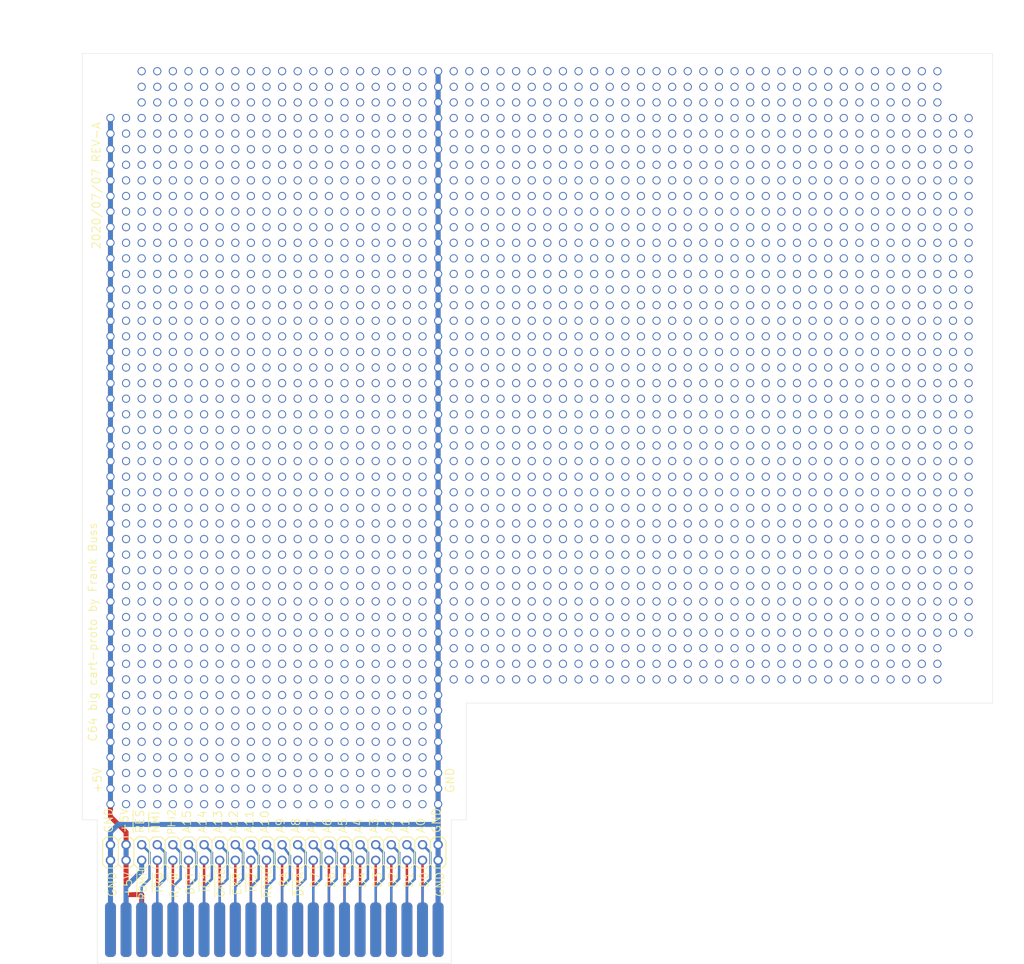
<source format=kicad_pcb>
(kicad_pcb (version 20171130) (host pcbnew 5.1.6+dfsg1-1~bpo10+1)
  (layers (0 Top signal) (31 Bottom signal) (34 B.Paste user) (35 F.Paste user) (36 B.SilkS user) (37 F.SilkS user) (38 B.Mask user) (39 F.Mask user) (44 Edge.Cuts user))
  (net 0 "")
  (net 1 GND)
  (net 2 +5V)
  (net 3 N$25)
  (net 4 N$27)
  (net 5 N$28)
  (net 6 N$30)
  (net 7 N$31)
  (net 8 N$32)
  (net 9 N$33)
  (net 10 N$34)
  (net 11 N$35)
  (net 12 N$1)
  (net 13 N$38)
  (net 14 N$37)
  (net 15 N$41)
  (net 16 N$40)
  (net 17 N$44)
  (net 18 N$43)
  (net 19 N$47)
  (net 20 N$46)
  (net 21 N$50)
  (net 22 N$49)
  (net 23 N$53)
  (net 24 N$52)
  (net 25 N$56)
  (net 26 N$55)
  (net 27 N$59)
  (net 28 N$58)
  (net 29 N$62)
  (net 30 N$61)
  (net 31 N$65)
  (net 32 N$64)
  (net 33 N$68)
  (net 34 N$67)
  (net 35 N$71)
  (net 36 N$70)
  (net 37 N$74)
  (net 38 N$73)
  (net 39 N$77)
  (net 40 N$76)
  (net 41 N$80)
  (net 42 N$79)
  (net 43 N$85)
  (net 44 N$86)
  (net 45 N$87)
  (net 46 N$88)
  (net 47 N$89)
  (net 48 N$90)
  (net 49 N$91)
  (net 50 N$92)
  (net 51 N$93)
  (net 52 N$94)
  (net 53 N$95)
  (net 54 N$96)
  (net 55 N$97)
  (net 56 N$98)
  (net 57 N$99)
  (net 58 N$100)
  (net 59 N$101)
  (net 60 N$102)
  (net 61 N$103)
  (net 62 N$2)
  (net 63 N$106)
  (net 64 N$107)
  (net 65 N$108)
  (net 66 N$109)
  (net 67 N$110)
  (net 68 N$111)
  (net 69 N$112)
  (net 70 N$113)
  (net 71 N$114)
  (net 72 N$115)
  (net 73 N$116)
  (net 74 N$117)
  (net 75 N$118)
  (net 76 N$119)
  (net 77 N$120)
  (net 78 N$121)
  (net 79 N$122)
  (net 80 N$123)
  (net 81 N$124)
  (net 82 N$3)
  (net 83 N$127)
  (net 84 N$128)
  (net 85 N$129)
  (net 86 N$130)
  (net 87 N$131)
  (net 88 N$132)
  (net 89 N$133)
  (net 90 N$134)
  (net 91 N$135)
  (net 92 N$136)
  (net 93 N$137)
  (net 94 N$138)
  (net 95 N$139)
  (net 96 N$140)
  (net 97 N$141)
  (net 98 N$142)
  (net 99 N$143)
  (net 100 N$144)
  (net 101 N$145)
  (net 102 N$4)
  (net 103 N$148)
  (net 104 N$149)
  (net 105 N$150)
  (net 106 N$151)
  (net 107 N$152)
  (net 108 N$153)
  (net 109 N$154)
  (net 110 N$155)
  (net 111 N$156)
  (net 112 N$157)
  (net 113 N$158)
  (net 114 N$159)
  (net 115 N$160)
  (net 116 N$161)
  (net 117 N$162)
  (net 118 N$163)
  (net 119 N$164)
  (net 120 N$165)
  (net 121 N$166)
  (net 122 N$5)
  (net 123 N$169)
  (net 124 N$170)
  (net 125 N$171)
  (net 126 N$172)
  (net 127 N$173)
  (net 128 N$174)
  (net 129 N$175)
  (net 130 N$176)
  (net 131 N$177)
  (net 132 N$178)
  (net 133 N$179)
  (net 134 N$180)
  (net 135 N$181)
  (net 136 N$182)
  (net 137 N$183)
  (net 138 N$184)
  (net 139 N$185)
  (net 140 N$6)
  (net 141 N$188)
  (net 142 N$189)
  (net 143 N$190)
  (net 144 N$191)
  (net 145 N$192)
  (net 146 N$193)
  (net 147 N$194)
  (net 148 N$195)
  (net 149 N$196)
  (net 150 N$197)
  (net 151 N$198)
  (net 152 N$199)
  (net 153 N$200)
  (net 154 N$201)
  (net 155 N$202)
  (net 156 N$203)
  (net 157 N$204)
  (net 158 N$7)
  (net 159 N$207)
  (net 160 N$208)
  (net 161 N$209)
  (net 162 N$210)
  (net 163 N$211)
  (net 164 N$212)
  (net 165 N$213)
  (net 166 N$214)
  (net 167 N$215)
  (net 168 N$218)
  (net 169 N$219)
  (net 170 N$220)
  (net 171 N$221)
  (net 172 N$222)
  (net 173 N$223)
  (net 174 N$224)
  (net 175 N$225)
  (net 176 N$8)
  (net 177 N$228)
  (net 178 N$229)
  (net 179 N$230)
  (net 180 N$231)
  (net 181 N$232)
  (net 182 N$233)
  (net 183 N$234)
  (net 184 N$235)
  (net 185 N$236)
  (net 186 N$237)
  (net 187 N$238)
  (net 188 N$239)
  (net 189 N$240)
  (net 190 N$241)
  (net 191 N$242)
  (net 192 N$243)
  (net 193 N$244)
  (net 194 N$245)
  (net 195 N$246)
  (net 196 N$9)
  (net 197 N$249)
  (net 198 N$250)
  (net 199 N$251)
  (net 200 N$252)
  (net 201 N$253)
  (net 202 N$254)
  (net 203 N$255)
  (net 204 N$256)
  (net 205 N$257)
  (net 206 N$258)
  (net 207 N$259)
  (net 208 N$260)
  (net 209 N$261)
  (net 210 N$262)
  (net 211 N$263)
  (net 212 N$264)
  (net 213 N$265)
  (net 214 N$266)
  (net 215 N$267)
  (net 216 N$10)
  (net 217 N$270)
  (net 218 N$271)
  (net 219 N$272)
  (net 220 N$273)
  (net 221 N$274)
  (net 222 N$275)
  (net 223 N$276)
  (net 224 N$277)
  (net 225 N$278)
  (net 226 N$279)
  (net 227 N$280)
  (net 228 N$281)
  (net 229 N$282)
  (net 230 N$283)
  (net 231 N$284)
  (net 232 N$285)
  (net 233 N$286)
  (net 234 N$287)
  (net 235 N$288)
  (net 236 N$11)
  (net 237 N$291)
  (net 238 N$292)
  (net 239 N$293)
  (net 240 N$294)
  (net 241 N$295)
  (net 242 N$296)
  (net 243 N$297)
  (net 244 N$298)
  (net 245 N$299)
  (net 246 N$300)
  (net 247 N$301)
  (net 248 N$302)
  (net 249 N$303)
  (net 250 N$304)
  (net 251 N$305)
  (net 252 N$306)
  (net 253 N$307)
  (net 254 N$308)
  (net 255 N$309)
  (net 256 N$12)
  (net 257 N$312)
  (net 258 N$313)
  (net 259 N$314)
  (net 260 N$315)
  (net 261 N$316)
  (net 262 N$317)
  (net 263 N$318)
  (net 264 N$319)
  (net 265 N$320)
  (net 266 N$321)
  (net 267 N$322)
  (net 268 N$323)
  (net 269 N$324)
  (net 270 N$325)
  (net 271 N$326)
  (net 272 N$327)
  (net 273 N$328)
  (net 274 N$329)
  (net 275 N$330)
  (net 276 N$13)
  (net 277 N$333)
  (net 278 N$334)
  (net 279 N$335)
  (net 280 N$336)
  (net 281 N$337)
  (net 282 N$338)
  (net 283 N$339)
  (net 284 N$340)
  (net 285 N$341)
  (net 286 N$342)
  (net 287 N$343)
  (net 288 N$344)
  (net 289 N$345)
  (net 290 N$346)
  (net 291 N$347)
  (net 292 N$348)
  (net 293 N$349)
  (net 294 N$350)
  (net 295 N$351)
  (net 296 N$14)
  (net 297 N$354)
  (net 298 N$355)
  (net 299 N$356)
  (net 300 N$357)
  (net 301 N$358)
  (net 302 N$359)
  (net 303 N$360)
  (net 304 N$361)
  (net 305 N$362)
  (net 306 N$363)
  (net 307 N$364)
  (net 308 N$365)
  (net 309 N$366)
  (net 310 N$367)
  (net 311 N$368)
  (net 312 N$369)
  (net 313 N$370)
  (net 314 N$371)
  (net 315 N$372)
  (net 316 N$15)
  (net 317 N$375)
  (net 318 N$376)
  (net 319 N$377)
  (net 320 N$378)
  (net 321 N$379)
  (net 322 N$380)
  (net 323 N$381)
  (net 324 N$382)
  (net 325 N$383)
  (net 326 N$384)
  (net 327 N$385)
  (net 328 N$386)
  (net 329 N$387)
  (net 330 N$388)
  (net 331 N$389)
  (net 332 N$390)
  (net 333 N$391)
  (net 334 N$392)
  (net 335 N$393)
  (net 336 N$16)
  (net 337 N$396)
  (net 338 N$397)
  (net 339 N$398)
  (net 340 N$399)
  (net 341 N$400)
  (net 342 N$401)
  (net 343 N$402)
  (net 344 N$403)
  (net 345 N$404)
  (net 346 N$405)
  (net 347 N$406)
  (net 348 N$407)
  (net 349 N$408)
  (net 350 N$409)
  (net 351 N$410)
  (net 352 N$411)
  (net 353 N$412)
  (net 354 N$413)
  (net 355 N$414)
  (net 356 N$17)
  (net 357 N$417)
  (net 358 N$418)
  (net 359 N$419)
  (net 360 N$420)
  (net 361 N$421)
  (net 362 N$422)
  (net 363 N$423)
  (net 364 N$424)
  (net 365 N$425)
  (net 366 N$426)
  (net 367 N$427)
  (net 368 N$428)
  (net 369 N$429)
  (net 370 N$430)
  (net 371 N$431)
  (net 372 N$432)
  (net 373 N$433)
  (net 374 N$434)
  (net 375 N$435)
  (net 376 N$18)
  (net 377 N$439)
  (net 378 N$440)
  (net 379 N$441)
  (net 380 N$442)
  (net 381 N$443)
  (net 382 N$444)
  (net 383 N$445)
  (net 384 N$446)
  (net 385 N$447)
  (net 386 N$448)
  (net 387 N$449)
  (net 388 N$450)
  (net 389 N$451)
  (net 390 N$452)
  (net 391 N$453)
  (net 392 N$454)
  (net 393 N$455)
  (net 394 N$456)
  (net 395 N$457)
  (net 396 N$437)
  (net 397 N$461)
  (net 398 N$462)
  (net 399 N$463)
  (net 400 N$464)
  (net 401 N$465)
  (net 402 N$466)
  (net 403 N$467)
  (net 404 N$468)
  (net 405 N$469)
  (net 406 N$470)
  (net 407 N$471)
  (net 408 N$472)
  (net 409 N$473)
  (net 410 N$474)
  (net 411 N$475)
  (net 412 N$476)
  (net 413 N$477)
  (net 414 N$478)
  (net 415 N$479)
  (net 416 N$459)
  (net 417 N$482)
  (net 418 N$483)
  (net 419 N$484)
  (net 420 N$485)
  (net 421 N$486)
  (net 422 N$487)
  (net 423 N$488)
  (net 424 N$489)
  (net 425 N$490)
  (net 426 N$491)
  (net 427 N$492)
  (net 428 N$493)
  (net 429 N$494)
  (net 430 N$495)
  (net 431 N$496)
  (net 432 N$497)
  (net 433 N$498)
  (net 434 N$499)
  (net 435 N$500)
  (net 436 N$19)
  (net 437 /A0)
  (net 438 /A1)
  (net 439 /A2)
  (net 440 /A3)
  (net 441 /A4)
  (net 442 /A5)
  (net 443 /A6)
  (net 444 /A7)
  (net 445 /A8)
  (net 446 /A9)
  (net 447 /A10)
  (net 448 /A11)
  (net 449 /A12)
  (net 450 /A13)
  (net 451 /A14)
  (net 452 /A15)
  (net 453 /S02)
  (net 454 /NMI)
  (net 455 /RESET)
  (net 456 /ROMH)
  (net 457 /D0)
  (net 458 /D1)
  (net 459 /D2)
  (net 460 /D3)
  (net 461 /D4)
  (net 462 /D5)
  (net 463 /D6)
  (net 464 /A[0..15],D[0..7],RW,IO1,IO2,ROML,ROMH,RESET,EXROM,GAME,S02,DOT-CLOCK,BA,DMA,IRQ,NMI)
  (net 465 /DMA)
  (net 466 /BA)
  (net 467 /ROML)
  (net 468 /IO2)
  (net 469 /EXROM)
  (net 470 /GAME)
  (net 471 /IO1)
  (net 472 /DOT-CLOCK)
  (net 473 /RW)
  (net 474 /IRQ)
  (module MountingHole:MountingHole_3.2mm_M3 (layer Top) (at 213.233 125.8824)
    (fp_text reference REF** hide)
    (fp_text value MountingHole_3.2mm_M3)
    (pad 1 np_thru_hole circle (at 0 0) (size 3.2 3.2) (drill 3.2) (layers *.Cu *.Mask))
  )
  (module MountingHole:MountingHole_3.2mm_M3 (layer Top) (at 213.233 28.829)
    (fp_text reference REF** hide)
    (fp_text value MountingHole_3.2mm_M3)
    (pad 1 np_thru_hole circle (at 0 0) (size 3.2 3.2) (drill 3.2) (layers *.Cu *.Mask))
  )
  (module "" (layer Top) (at 71.12 23.1394)
    (fp_text reference "" (at 71.1962 26.289) (layer F.SilkS) (effects (font (size 1.27 1.27))))
    (fp_text value "" (at 71.1962 26.289) (layer F.SilkS) (effects (font (size 1.27 1.27))))
  )
  (module "" (layer Top) (at 71.882 26.2636)
    (fp_text reference "" (at 71.1962 26.289) (layer F.SilkS) (effects (font (size 1.27 1.27))))
    (fp_text value "" (at 71.1962 26.289) (layer F.SilkS) (effects (font (size 1.27 1.27))))
  )
  (module MountingHole:MountingHole_3.2mm_M3 (layer Top) (at 73.7362 28.829)
    (fp_text reference REF** hide)
    (fp_text value MountingHole_3.2mm_M3)
    (pad 1 np_thru_hole circle (at 0 0) (size 3.2 3.2) (drill 3.2) (layers *.Cu *.Mask))
  )
  (module cart-proto:EXPANSION-PORT (layer Top) (at 124.7775 167.2082 180)
    (fp_text reference CON1 hide)
    (fp_text value EXPANSION-PORT hide)
    (pad Z smd roundrect (at -2.54 0) (size 1.778 8.89) (layers Bottom B.Paste B.Mask) (roundrect_rratio 0.375) (net 1 GND))
    (pad Y smd roundrect (at 0 0) (size 1.778 8.89) (layers Bottom B.Paste B.Mask) (roundrect_rratio 0.375) (net 437 /A0))
    (pad X smd roundrect (at 2.54 0) (size 1.778 8.89) (layers Bottom B.Paste B.Mask) (roundrect_rratio 0.375) (net 438 /A1))
    (pad W smd roundrect (at 5.08 0) (size 1.778 8.89) (layers Bottom B.Paste B.Mask) (roundrect_rratio 0.375) (net 439 /A2))
    (pad V smd roundrect (at 7.62 0) (size 1.778 8.89) (layers Bottom B.Paste B.Mask) (roundrect_rratio 0.375) (net 440 /A3))
    (pad U smd roundrect (at 10.16 0) (size 1.778 8.89) (layers Bottom B.Paste B.Mask) (roundrect_rratio 0.375) (net 441 /A4))
    (pad T smd roundrect (at 12.7 0) (size 1.778 8.89) (layers Bottom B.Paste B.Mask) (roundrect_rratio 0.375) (net 442 /A5))
    (pad S smd roundrect (at 15.24 0) (size 1.778 8.89) (layers Bottom B.Paste B.Mask) (roundrect_rratio 0.375) (net 443 /A6))
    (pad R smd roundrect (at 17.78 0) (size 1.778 8.89) (layers Bottom B.Paste B.Mask) (roundrect_rratio 0.375) (net 444 /A7))
    (pad P smd roundrect (at 20.32 0) (size 1.778 8.89) (layers Bottom B.Paste B.Mask) (roundrect_rratio 0.375) (net 445 /A8))
    (pad N smd roundrect (at 22.86 0) (size 1.778 8.89) (layers Bottom B.Paste B.Mask) (roundrect_rratio 0.375) (net 446 /A9))
    (pad M smd roundrect (at 25.4 0) (size 1.778 8.89) (layers Bottom B.Paste B.Mask) (roundrect_rratio 0.375) (net 447 /A10))
    (pad L smd roundrect (at 27.94 0) (size 1.778 8.89) (layers Bottom B.Paste B.Mask) (roundrect_rratio 0.375) (net 448 /A11))
    (pad K smd roundrect (at 30.48 0) (size 1.778 8.89) (layers Bottom B.Paste B.Mask) (roundrect_rratio 0.375) (net 449 /A12))
    (pad J smd roundrect (at 33.02 0) (size 1.778 8.89) (layers Bottom B.Paste B.Mask) (roundrect_rratio 0.375) (net 450 /A13))
    (pad H smd roundrect (at 35.56 0) (size 1.778 8.89) (layers Bottom B.Paste B.Mask) (roundrect_rratio 0.375) (net 451 /A14))
    (pad F smd roundrect (at 38.1 0) (size 1.778 8.89) (layers Bottom B.Paste B.Mask) (roundrect_rratio 0.375) (net 452 /A15))
    (pad E smd roundrect (at 40.64 0) (size 1.778 8.89) (layers Bottom B.Paste B.Mask) (roundrect_rratio 0.375) (net 453 /S02))
    (pad D smd roundrect (at 43.18 0) (size 1.778 8.89) (layers Bottom B.Paste B.Mask) (roundrect_rratio 0.375) (net 454 /NMI))
    (pad C smd roundrect (at 45.72 0) (size 1.778 8.89) (layers Bottom B.Paste B.Mask) (roundrect_rratio 0.375) (net 455 /RESET))
    (pad B smd roundrect (at 48.26 0) (size 1.778 8.89) (layers Bottom B.Paste B.Mask) (roundrect_rratio 0.375) (net 456 /ROMH))
    (pad A smd roundrect (at 50.8 0) (size 1.778 8.89) (layers Bottom B.Paste B.Mask) (roundrect_rratio 0.375) (net 1 GND))
    (pad 22 smd roundrect (at -2.54 0) (size 1.778 8.89) (layers Top F.Paste F.Mask) (roundrect_rratio 0.375) (net 1 GND))
    (pad 21 smd roundrect (at 0 0) (size 1.778 8.89) (layers Top F.Paste F.Mask) (roundrect_rratio 0.375) (net 457 /D0))
    (pad 20 smd roundrect (at 2.54 0) (size 1.778 8.89) (layers Top F.Paste F.Mask) (roundrect_rratio 0.375) (net 458 /D1))
    (pad 19 smd roundrect (at 5.08 0) (size 1.778 8.89) (layers Top F.Paste F.Mask) (roundrect_rratio 0.375) (net 459 /D2))
    (pad 18 smd roundrect (at 7.62 0) (size 1.778 8.89) (layers Top F.Paste F.Mask) (roundrect_rratio 0.375) (net 460 /D3))
    (pad 17 smd roundrect (at 10.16 0) (size 1.778 8.89) (layers Top F.Paste F.Mask) (roundrect_rratio 0.375) (net 461 /D4))
    (pad 16 smd roundrect (at 12.7 0) (size 1.778 8.89) (layers Top F.Paste F.Mask) (roundrect_rratio 0.375) (net 462 /D5))
    (pad 15 smd roundrect (at 15.24 0) (size 1.778 8.89) (layers Top F.Paste F.Mask) (roundrect_rratio 0.375) (net 463 /D6))
    (pad 14 smd roundrect (at 17.78 0) (size 1.778 8.89) (layers Top F.Paste F.Mask) (roundrect_rratio 0.375) (net 464 /A[0..15],D[0..7],RW,IO1,IO2,ROML,ROMH,RESET,EXROM,GAME,S02,DOT-CLOCK,BA,DMA,IRQ,NMI))
    (pad 13 smd roundrect (at 20.32 0) (size 1.778 8.89) (layers Top F.Paste F.Mask) (roundrect_rratio 0.375) (net 465 /DMA))
    (pad 12 smd roundrect (at 22.86 0) (size 1.778 8.89) (layers Top F.Paste F.Mask) (roundrect_rratio 0.375) (net 466 /BA))
    (pad 11 smd roundrect (at 25.4 0) (size 1.778 8.89) (layers Top F.Paste F.Mask) (roundrect_rratio 0.375) (net 467 /ROML))
    (pad 10 smd roundrect (at 27.94 0) (size 1.778 8.89) (layers Top F.Paste F.Mask) (roundrect_rratio 0.375) (net 468 /IO2))
    (pad 9 smd roundrect (at 30.48 0) (size 1.778 8.89) (layers Top F.Paste F.Mask) (roundrect_rratio 0.375) (net 469 /EXROM))
    (pad 8 smd roundrect (at 33.02 0) (size 1.778 8.89) (layers Top F.Paste F.Mask) (roundrect_rratio 0.375) (net 470 /GAME))
    (pad 7 smd roundrect (at 35.56 0) (size 1.778 8.89) (layers Top F.Paste F.Mask) (roundrect_rratio 0.375) (net 471 /IO1))
    (pad 6 smd roundrect (at 38.1 0) (size 1.778 8.89) (layers Top F.Paste F.Mask) (roundrect_rratio 0.375) (net 472 /DOT-CLOCK))
    (pad 5 smd roundrect (at 40.64 0) (size 1.778 8.89) (layers Top F.Paste F.Mask) (roundrect_rratio 0.375) (net 473 /RW))
    (pad 4 smd roundrect (at 43.18 0) (size 1.778 8.89) (layers Top F.Paste F.Mask) (roundrect_rratio 0.375) (net 474 /IRQ))
    (pad 3 smd roundrect (at 45.72 0) (size 1.778 8.89) (layers Top F.Paste F.Mask) (roundrect_rratio 0.375) (net 2 +5V))
    (pad 2 smd roundrect (at 48.26 0) (size 1.778 8.89) (layers Top F.Paste F.Mask) (roundrect_rratio 0.375) (net 2 +5V))
    (pad 1 smd roundrect (at 50.8 0) (size 1.778 8.89) (layers Top F.Paste F.Mask) (roundrect_rratio 0.375) (net 1 GND))
  )
  (module cart-proto:2X22 (layer Top) (at 99.3775 154.6352)
    (fp_text reference JP1 hide)
    (fp_text value PINHD-2X22)
    (pad 44 thru_hole circle (at 27.94 -1.27) (size 1.524 1.524) (drill 1.016) (layers *.Cu *.Mask) (net 1 GND))
    (pad 43 thru_hole circle (at 27.94 1.27) (size 1.524 1.524) (drill 1.016) (layers *.Cu *.Mask) (net 1 GND))
    (pad 42 thru_hole circle (at 25.4 -1.27) (size 1.524 1.524) (drill 1.016) (layers *.Cu *.Mask) (net 437 /A0))
    (pad 41 thru_hole circle (at 25.4 1.27) (size 1.524 1.524) (drill 1.016) (layers *.Cu *.Mask) (net 457 /D0))
    (pad 40 thru_hole circle (at 22.86 -1.27) (size 1.524 1.524) (drill 1.016) (layers *.Cu *.Mask) (net 438 /A1))
    (pad 39 thru_hole circle (at 22.86 1.27) (size 1.524 1.524) (drill 1.016) (layers *.Cu *.Mask) (net 458 /D1))
    (pad 38 thru_hole circle (at 20.32 -1.27) (size 1.524 1.524) (drill 1.016) (layers *.Cu *.Mask) (net 439 /A2))
    (pad 37 thru_hole circle (at 20.32 1.27) (size 1.524 1.524) (drill 1.016) (layers *.Cu *.Mask) (net 459 /D2))
    (pad 36 thru_hole circle (at 17.78 -1.27) (size 1.524 1.524) (drill 1.016) (layers *.Cu *.Mask) (net 440 /A3))
    (pad 35 thru_hole circle (at 17.78 1.27) (size 1.524 1.524) (drill 1.016) (layers *.Cu *.Mask) (net 460 /D3))
    (pad 34 thru_hole circle (at 15.24 -1.27) (size 1.524 1.524) (drill 1.016) (layers *.Cu *.Mask) (net 441 /A4))
    (pad 33 thru_hole circle (at 15.24 1.27) (size 1.524 1.524) (drill 1.016) (layers *.Cu *.Mask) (net 461 /D4))
    (pad 32 thru_hole circle (at 12.7 -1.27) (size 1.524 1.524) (drill 1.016) (layers *.Cu *.Mask) (net 442 /A5))
    (pad 31 thru_hole circle (at 12.7 1.27) (size 1.524 1.524) (drill 1.016) (layers *.Cu *.Mask) (net 462 /D5))
    (pad 30 thru_hole circle (at 10.16 -1.27) (size 1.524 1.524) (drill 1.016) (layers *.Cu *.Mask) (net 443 /A6))
    (pad 29 thru_hole circle (at 10.16 1.27) (size 1.524 1.524) (drill 1.016) (layers *.Cu *.Mask) (net 463 /D6))
    (pad 28 thru_hole circle (at 7.62 -1.27) (size 1.524 1.524) (drill 1.016) (layers *.Cu *.Mask) (net 444 /A7))
    (pad 27 thru_hole circle (at 7.62 1.27) (size 1.524 1.524) (drill 1.016) (layers *.Cu *.Mask) (net 464 /A[0..15],D[0..7],RW,IO1,IO2,ROML,ROMH,RESET,EXROM,GAME,S02,DOT-CLOCK,BA,DMA,IRQ,NMI))
    (pad 26 thru_hole circle (at 5.08 -1.27) (size 1.524 1.524) (drill 1.016) (layers *.Cu *.Mask) (net 445 /A8))
    (pad 25 thru_hole circle (at 5.08 1.27) (size 1.524 1.524) (drill 1.016) (layers *.Cu *.Mask) (net 465 /DMA))
    (pad 24 thru_hole circle (at 2.54 -1.27) (size 1.524 1.524) (drill 1.016) (layers *.Cu *.Mask) (net 446 /A9))
    (pad 23 thru_hole circle (at 2.54 1.27) (size 1.524 1.524) (drill 1.016) (layers *.Cu *.Mask) (net 466 /BA))
    (pad 22 thru_hole circle (at 0 -1.27) (size 1.524 1.524) (drill 1.016) (layers *.Cu *.Mask) (net 447 /A10))
    (pad 21 thru_hole circle (at 0 1.27) (size 1.524 1.524) (drill 1.016) (layers *.Cu *.Mask) (net 467 /ROML))
    (pad 20 thru_hole circle (at -2.54 -1.27) (size 1.524 1.524) (drill 1.016) (layers *.Cu *.Mask) (net 448 /A11))
    (pad 19 thru_hole circle (at -2.54 1.27) (size 1.524 1.524) (drill 1.016) (layers *.Cu *.Mask) (net 468 /IO2))
    (pad 18 thru_hole circle (at -5.08 -1.27) (size 1.524 1.524) (drill 1.016) (layers *.Cu *.Mask) (net 449 /A12))
    (pad 17 thru_hole circle (at -5.08 1.27) (size 1.524 1.524) (drill 1.016) (layers *.Cu *.Mask) (net 469 /EXROM))
    (pad 16 thru_hole circle (at -7.62 -1.27) (size 1.524 1.524) (drill 1.016) (layers *.Cu *.Mask) (net 450 /A13))
    (pad 15 thru_hole circle (at -7.62 1.27) (size 1.524 1.524) (drill 1.016) (layers *.Cu *.Mask) (net 470 /GAME))
    (pad 14 thru_hole circle (at -10.16 -1.27) (size 1.524 1.524) (drill 1.016) (layers *.Cu *.Mask) (net 451 /A14))
    (pad 13 thru_hole circle (at -10.16 1.27) (size 1.524 1.524) (drill 1.016) (layers *.Cu *.Mask) (net 471 /IO1))
    (pad 12 thru_hole circle (at -12.7 -1.27) (size 1.524 1.524) (drill 1.016) (layers *.Cu *.Mask) (net 452 /A15))
    (pad 11 thru_hole circle (at -12.7 1.27) (size 1.524 1.524) (drill 1.016) (layers *.Cu *.Mask) (net 472 /DOT-CLOCK))
    (pad 10 thru_hole circle (at -15.24 -1.27) (size 1.524 1.524) (drill 1.016) (layers *.Cu *.Mask) (net 453 /S02))
    (pad 9 thru_hole circle (at -15.24 1.27) (size 1.524 1.524) (drill 1.016) (layers *.Cu *.Mask) (net 473 /RW))
    (pad 8 thru_hole circle (at -17.78 -1.27) (size 1.524 1.524) (drill 1.016) (layers *.Cu *.Mask) (net 454 /NMI))
    (pad 7 thru_hole circle (at -17.78 1.27) (size 1.524 1.524) (drill 1.016) (layers *.Cu *.Mask) (net 474 /IRQ))
    (pad 6 thru_hole circle (at -20.32 -1.27) (size 1.524 1.524) (drill 1.016) (layers *.Cu *.Mask) (net 455 /RESET))
    (pad 5 thru_hole circle (at -20.32 1.27) (size 1.524 1.524) (drill 1.016) (layers *.Cu *.Mask) (net 456 /ROMH))
    (pad 4 thru_hole circle (at -22.86 -1.27) (size 1.524 1.524) (drill 1.016) (layers *.Cu *.Mask) (net 2 +5V))
    (pad 3 thru_hole circle (at -22.86 1.27) (size 1.524 1.524) (drill 1.016) (layers *.Cu *.Mask) (net 2 +5V))
    (pad 2 thru_hole circle (at -25.4 -1.27) (size 1.524 1.524) (drill 1.016) (layers *.Cu *.Mask) (net 1 GND))
    (pad 1 thru_hole circle (at -25.4 1.27) (size 1.524 1.524) (drill 1.016) (layers *.Cu *.Mask) (net 1 GND))
  )
  (gr_line (start 217.5764 130.302) (end 217.5764 24.4856) (layer Edge.Cuts) (width 0.05))
  (gr_line (start 69.4055 24.4856) (end 217.5764 24.4856) (layer Edge.Cuts) (width 0.05))
  (gr_line (start 131.8895 130.302) (end 217.5764 130.302) (layer Edge.Cuts) (width 0.05))
  (gr_line (start 131.8895 149.3012) (end 131.8895 130.302) (layer Edge.Cuts) (width 0.05))
  (gr_line (start 69.4055 24.4856) (end 69.4055 149.3012) (layer Edge.Cuts) (width 0.05))
  (gr_line (start 69.4055 149.3012) (end 71.8185 149.3012) (layer Edge.Cuts) (width 0.05))
  (gr_line (start 71.8185 149.3012) (end 71.8185 172.6692) (layer Edge.Cuts) (width 0.05))
  (gr_line (start 71.8185 172.6692) (end 129.4765 172.6692) (layer Edge.Cuts) (width 0.05))
  (gr_line (start 129.4765 172.6692) (end 129.4765 149.3012) (layer Edge.Cuts) (width 0.05))
  (gr_line (start 129.4765 149.3012) (end 131.8895 149.3012) (layer Edge.Cuts) (width 0.05))
  (gr_text GND (at 73.4695 157.6832 90) (layer F.SilkS) (effects (font (size 1.35128 1.35128) (thickness 0.14224)) (justify right top)))
  (gr_text +5V (at 76.0095 157.6832 90) (layer F.SilkS) (effects (font (size 1.35128 1.35128) (thickness 0.14224)) (justify right top)))
  (gr_text ~ROMH (at 78.5495 157.1752 90) (layer F.SilkS) (effects (font (size 1.2065 1.2065) (thickness 0.127)) (justify right top)))
  (gr_text ~IRQ (at 81.0895 157.6832 90) (layer F.SilkS) (effects (font (size 1.35128 1.35128) (thickness 0.14224)) (justify right top)))
  (gr_text R/~W (at 83.6295 157.6832 90) (layer F.SilkS) (effects (font (size 1.35128 1.35128) (thickness 0.14224)) (justify right top)))
  (gr_text DOT (at 86.1695 157.6832 90) (layer F.SilkS) (effects (font (size 1.35128 1.35128) (thickness 0.14224)) (justify right top)))
  (gr_text ~IO1 (at 88.7095 157.6832 90) (layer F.SilkS) (effects (font (size 1.35128 1.35128) (thickness 0.14224)) (justify right top)))
  (gr_text ~GAME (at 91.2495 157.1752 90) (layer F.SilkS) (effects (font (size 1.2065 1.2065) (thickness 0.127)) (justify right top)))
  (gr_text ~EXR (at 93.7895 157.6832 90) (layer F.SilkS) (effects (font (size 1.35128 1.35128) (thickness 0.14224)) (justify right top)))
  (gr_text ~IO2 (at 96.3295 157.6832 90) (layer F.SilkS) (effects (font (size 1.35128 1.35128) (thickness 0.14224)) (justify right top)))
  (gr_text ~ROML (at 98.8695 157.1752 90) (layer F.SilkS) (effects (font (size 1.2065 1.2065) (thickness 0.127)) (justify right top)))
  (gr_text BA (at 101.4095 157.6832 90) (layer F.SilkS) (effects (font (size 1.35128 1.35128) (thickness 0.14224)) (justify right top)))
  (gr_text ~DMA (at 103.9495 157.6832 90) (layer F.SilkS) (effects (font (size 1.35128 1.35128) (thickness 0.14224)) (justify right top)))
  (gr_text D7 (at 106.4895 157.6832 90) (layer F.SilkS) (effects (font (size 1.35128 1.35128) (thickness 0.14224)) (justify right top)))
  (gr_text D6 (at 109.0295 157.6832 90) (layer F.SilkS) (effects (font (size 1.35128 1.35128) (thickness 0.14224)) (justify right top)))
  (gr_text D5 (at 111.5695 157.6832 90) (layer F.SilkS) (effects (font (size 1.35128 1.35128) (thickness 0.14224)) (justify right top)))
  (gr_text D4 (at 114.1095 157.6832 90) (layer F.SilkS) (effects (font (size 1.35128 1.35128) (thickness 0.14224)) (justify right top)))
  (gr_text D3 (at 116.6495 157.6832 90) (layer F.SilkS) (effects (font (size 1.35128 1.35128) (thickness 0.14224)) (justify right top)))
  (gr_text D2 (at 119.1895 157.6832 90) (layer F.SilkS) (effects (font (size 1.35128 1.35128) (thickness 0.14224)) (justify right top)))
  (gr_text D1 (at 121.7295 157.6832 90) (layer F.SilkS) (effects (font (size 1.35128 1.35128) (thickness 0.14224)) (justify right top)))
  (gr_text D0 (at 124.2695 157.6832 90) (layer F.SilkS) (effects (font (size 1.35128 1.35128) (thickness 0.14224)) (justify right top)))
  (gr_text GND (at 126.8095 157.6832 90) (layer F.SilkS) (effects (font (size 1.35128 1.35128) (thickness 0.14224)) (justify right top)))
  (gr_text GND (at 74.4855 151.5872 90) (layer F.SilkS) (effects (font (size 1.35128 1.35128) (thickness 0.14224)) (justify left bottom)))
  (gr_text +5V (at 77.0255 151.5872 90) (layer F.SilkS) (effects (font (size 1.35128 1.35128) (thickness 0.14224)) (justify left bottom)))
  (gr_text ~RES (at 79.5655 151.5872 90) (layer F.SilkS) (effects (font (size 1.35128 1.35128) (thickness 0.14224)) (justify left bottom)))
  (gr_text ~NMI (at 82.1055 151.5872 90) (layer F.SilkS) (effects (font (size 1.35128 1.35128) (thickness 0.14224)) (justify left bottom)))
  (gr_text PHI2 (at 84.6455 151.8412 90) (layer F.SilkS) (effects (font (size 1.2065 1.2065) (thickness 0.127)) (justify left bottom)))
  (gr_text A15 (at 87.1855 151.5872 90) (layer F.SilkS) (effects (font (size 1.35128 1.35128) (thickness 0.14224)) (justify left bottom)))
  (gr_text A14 (at 89.7255 151.5872 90) (layer F.SilkS) (effects (font (size 1.35128 1.35128) (thickness 0.14224)) (justify left bottom)))
  (gr_text A13 (at 92.2655 151.5872 90) (layer F.SilkS) (effects (font (size 1.35128 1.35128) (thickness 0.14224)) (justify left bottom)))
  (gr_text A12 (at 94.8055 151.5872 90) (layer F.SilkS) (effects (font (size 1.35128 1.35128) (thickness 0.14224)) (justify left bottom)))
  (gr_text A11 (at 97.3455 151.5872 90) (layer F.SilkS) (effects (font (size 1.35128 1.35128) (thickness 0.14224)) (justify left bottom)))
  (gr_text A10 (at 99.8855 151.5872 90) (layer F.SilkS) (effects (font (size 1.35128 1.35128) (thickness 0.14224)) (justify left bottom)))
  (gr_text A9 (at 102.4255 151.5872 90) (layer F.SilkS) (effects (font (size 1.35128 1.35128) (thickness 0.14224)) (justify left bottom)))
  (gr_text A8 (at 104.9655 151.5872 90) (layer F.SilkS) (effects (font (size 1.35128 1.35128) (thickness 0.14224)) (justify left bottom)))
  (gr_text A7 (at 107.5055 151.5872 90) (layer F.SilkS) (effects (font (size 1.35128 1.35128) (thickness 0.14224)) (justify left bottom)))
  (gr_text A6 (at 110.0455 151.5872 90) (layer F.SilkS) (effects (font (size 1.35128 1.35128) (thickness 0.14224)) (justify left bottom)))
  (gr_text A5 (at 112.5855 151.5872 90) (layer F.SilkS) (effects (font (size 1.35128 1.35128) (thickness 0.14224)) (justify left bottom)))
  (gr_text A4 (at 115.1255 151.5872 90) (layer F.SilkS) (effects (font (size 1.35128 1.35128) (thickness 0.14224)) (justify left bottom)))
  (gr_text A3 (at 117.6655 151.5872 90) (layer F.SilkS) (effects (font (size 1.35128 1.35128) (thickness 0.14224)) (justify left bottom)))
  (gr_text A2 (at 120.2055 151.5872 90) (layer F.SilkS) (effects (font (size 1.35128 1.35128) (thickness 0.14224)) (justify left bottom)))
  (gr_text A1 (at 122.7455 151.5872 90) (layer F.SilkS) (effects (font (size 1.35128 1.35128) (thickness 0.14224)) (justify left bottom)))
  (gr_text A0 (at 125.2855 151.5872 90) (layer F.SilkS) (effects (font (size 1.35128 1.35128) (thickness 0.14224)) (justify left bottom)))
  (gr_text GND (at 127.8255 151.5872 90) (layer F.SilkS) (effects (font (size 1.35128 1.35128) (thickness 0.14224)) (justify left bottom)))
  (gr_text "C64 big cart-proto by Frank Buss" (at 71.882 136.652 90) (layer F.SilkS) (effects (font (size 1.35128 1.35128) (thickness 0.14224)) (justify left bottom)))
  (gr_text "2020/07/07 REV-A" (at 70.8914 35.56 90) (layer F.SilkS) (effects (font (size 1.35128 1.35128) (thickness 0.14224)) (justify right top)))
  (gr_text +5V (at 72.644 145.034 90) (layer F.SilkS) (effects (font (size 1.35128 1.35128) (thickness 0.14224)) (justify left bottom)))
  (gr_text GND (at 130.048 145.034 90) (layer F.SilkS) (effects (font (size 1.35128 1.35128) (thickness 0.14224)) (justify left bottom)))
  (via (at 132.3975 126.4412) (size 1.3208) (drill 1.016) (layers Top Bottom) (net 0))
  (via (at 129.8575 126.4412) (size 1.3208) (drill 1.016) (layers Top Bottom) (net 0))
  (via (at 132.3975 123.9012) (size 1.3208) (drill 1.016) (layers Top Bottom) (net 0))
  (via (at 129.8575 123.9012) (size 1.3208) (drill 1.016) (layers Top Bottom) (net 0))
  (via (at 132.3975 121.3612) (size 1.3208) (drill 1.016) (layers Top Bottom) (net 0))
  (via (at 129.8575 121.3612) (size 1.3208) (drill 1.016) (layers Top Bottom) (net 0))
  (via (at 132.3975 118.8212) (size 1.3208) (drill 1.016) (layers Top Bottom) (net 0))
  (via (at 129.8575 118.8212) (size 1.3208) (drill 1.016) (layers Top Bottom) (net 0))
  (via (at 132.3975 116.2812) (size 1.3208) (drill 1.016) (layers Top Bottom) (net 0))
  (via (at 129.8575 116.2812) (size 1.3208) (drill 1.016) (layers Top Bottom) (net 0))
  (via (at 132.3975 113.7412) (size 1.3208) (drill 1.016) (layers Top Bottom) (net 0))
  (via (at 129.8575 113.7412) (size 1.3208) (drill 1.016) (layers Top Bottom) (net 0))
  (via (at 132.3975 111.2012) (size 1.3208) (drill 1.016) (layers Top Bottom) (net 0))
  (via (at 129.8575 111.2012) (size 1.3208) (drill 1.016) (layers Top Bottom) (net 0))
  (via (at 132.3975 108.6612) (size 1.3208) (drill 1.016) (layers Top Bottom) (net 0))
  (via (at 129.8575 108.6612) (size 1.3208) (drill 1.016) (layers Top Bottom) (net 0))
  (via (at 132.3975 106.1212) (size 1.3208) (drill 1.016) (layers Top Bottom) (net 0))
  (via (at 129.8575 106.1212) (size 1.3208) (drill 1.016) (layers Top Bottom) (net 0))
  (via (at 132.3975 103.5812) (size 1.3208) (drill 1.016) (layers Top Bottom) (net 0))
  (via (at 129.8575 103.5812) (size 1.3208) (drill 1.016) (layers Top Bottom) (net 0))
  (via (at 132.3975 101.0412) (size 1.3208) (drill 1.016) (layers Top Bottom) (net 0))
  (via (at 129.8575 101.0412) (size 1.3208) (drill 1.016) (layers Top Bottom) (net 0))
  (via (at 132.3975 98.5012) (size 1.3208) (drill 1.016) (layers Top Bottom) (net 0))
  (via (at 129.8575 98.5012) (size 1.3208) (drill 1.016) (layers Top Bottom) (net 0))
  (via (at 132.3975 90.8812) (size 1.3208) (drill 1.016) (layers Top Bottom) (net 0))
  (via (at 129.8575 90.8812) (size 1.3208) (drill 1.016) (layers Top Bottom) (net 0))
  (via (at 132.3975 95.9612) (size 1.3208) (drill 1.016) (layers Top Bottom) (net 0))
  (via (at 129.8575 95.9612) (size 1.3208) (drill 1.016) (layers Top Bottom) (net 0))
  (via (at 132.3975 93.4212) (size 1.3208) (drill 1.016) (layers Top Bottom) (net 0))
  (via (at 129.8575 93.4212) (size 1.3208) (drill 1.016) (layers Top Bottom) (net 0))
  (via (at 137.4775 126.4412) (size 1.3208) (drill 1.016) (layers Top Bottom) (net 0))
  (via (at 134.9375 126.4412) (size 1.3208) (drill 1.016) (layers Top Bottom) (net 0))
  (via (at 137.4775 123.9012) (size 1.3208) (drill 1.016) (layers Top Bottom) (net 0))
  (via (at 134.9375 123.9012) (size 1.3208) (drill 1.016) (layers Top Bottom) (net 0))
  (via (at 137.4775 121.3612) (size 1.3208) (drill 1.016) (layers Top Bottom) (net 0))
  (via (at 134.9375 121.3612) (size 1.3208) (drill 1.016) (layers Top Bottom) (net 0))
  (via (at 137.4775 118.8212) (size 1.3208) (drill 1.016) (layers Top Bottom) (net 0))
  (via (at 134.9375 118.8212) (size 1.3208) (drill 1.016) (layers Top Bottom) (net 0))
  (via (at 137.4775 116.2812) (size 1.3208) (drill 1.016) (layers Top Bottom) (net 0))
  (via (at 134.9375 116.2812) (size 1.3208) (drill 1.016) (layers Top Bottom) (net 0))
  (via (at 137.4775 113.7412) (size 1.3208) (drill 1.016) (layers Top Bottom) (net 0))
  (via (at 134.9375 113.7412) (size 1.3208) (drill 1.016) (layers Top Bottom) (net 0))
  (via (at 137.4775 111.2012) (size 1.3208) (drill 1.016) (layers Top Bottom) (net 0))
  (via (at 134.9375 111.2012) (size 1.3208) (drill 1.016) (layers Top Bottom) (net 0))
  (via (at 137.4775 108.6612) (size 1.3208) (drill 1.016) (layers Top Bottom) (net 0))
  (via (at 134.9375 108.6612) (size 1.3208) (drill 1.016) (layers Top Bottom) (net 0))
  (via (at 137.4775 106.1212) (size 1.3208) (drill 1.016) (layers Top Bottom) (net 0))
  (via (at 134.9375 106.1212) (size 1.3208) (drill 1.016) (layers Top Bottom) (net 0))
  (via (at 137.4775 103.5812) (size 1.3208) (drill 1.016) (layers Top Bottom) (net 0))
  (via (at 134.9375 103.5812) (size 1.3208) (drill 1.016) (layers Top Bottom) (net 0))
  (via (at 137.4775 101.0412) (size 1.3208) (drill 1.016) (layers Top Bottom) (net 0))
  (via (at 134.9375 101.0412) (size 1.3208) (drill 1.016) (layers Top Bottom) (net 0))
  (via (at 137.4775 98.5012) (size 1.3208) (drill 1.016) (layers Top Bottom) (net 0))
  (via (at 134.9375 98.5012) (size 1.3208) (drill 1.016) (layers Top Bottom) (net 0))
  (via (at 137.4775 90.8812) (size 1.3208) (drill 1.016) (layers Top Bottom) (net 0))
  (via (at 134.9375 90.8812) (size 1.3208) (drill 1.016) (layers Top Bottom) (net 0))
  (via (at 137.4775 95.9612) (size 1.3208) (drill 1.016) (layers Top Bottom) (net 0))
  (via (at 134.9375 95.9612) (size 1.3208) (drill 1.016) (layers Top Bottom) (net 0))
  (via (at 137.4775 93.4212) (size 1.3208) (drill 1.016) (layers Top Bottom) (net 0))
  (via (at 134.9375 93.4212) (size 1.3208) (drill 1.016) (layers Top Bottom) (net 0))
  (via (at 142.5575 126.4412) (size 1.3208) (drill 1.016) (layers Top Bottom) (net 0))
  (via (at 140.0175 126.4412) (size 1.3208) (drill 1.016) (layers Top Bottom) (net 0))
  (via (at 142.5575 123.9012) (size 1.3208) (drill 1.016) (layers Top Bottom) (net 0))
  (via (at 140.0175 123.9012) (size 1.3208) (drill 1.016) (layers Top Bottom) (net 0))
  (via (at 142.5575 121.3612) (size 1.3208) (drill 1.016) (layers Top Bottom) (net 0))
  (via (at 140.0175 121.3612) (size 1.3208) (drill 1.016) (layers Top Bottom) (net 0))
  (via (at 142.5575 118.8212) (size 1.3208) (drill 1.016) (layers Top Bottom) (net 0))
  (via (at 140.0175 118.8212) (size 1.3208) (drill 1.016) (layers Top Bottom) (net 0))
  (via (at 142.5575 116.2812) (size 1.3208) (drill 1.016) (layers Top Bottom) (net 0))
  (via (at 140.0175 116.2812) (size 1.3208) (drill 1.016) (layers Top Bottom) (net 0))
  (via (at 142.5575 113.7412) (size 1.3208) (drill 1.016) (layers Top Bottom) (net 0))
  (via (at 140.0175 113.7412) (size 1.3208) (drill 1.016) (layers Top Bottom) (net 0))
  (via (at 142.5575 111.2012) (size 1.3208) (drill 1.016) (layers Top Bottom) (net 0))
  (via (at 140.0175 111.2012) (size 1.3208) (drill 1.016) (layers Top Bottom) (net 0))
  (via (at 142.5575 108.6612) (size 1.3208) (drill 1.016) (layers Top Bottom) (net 0))
  (via (at 140.0175 108.6612) (size 1.3208) (drill 1.016) (layers Top Bottom) (net 0))
  (via (at 142.5575 106.1212) (size 1.3208) (drill 1.016) (layers Top Bottom) (net 0))
  (via (at 140.0175 106.1212) (size 1.3208) (drill 1.016) (layers Top Bottom) (net 0))
  (via (at 142.5575 103.5812) (size 1.3208) (drill 1.016) (layers Top Bottom) (net 0))
  (via (at 140.0175 103.5812) (size 1.3208) (drill 1.016) (layers Top Bottom) (net 0))
  (via (at 142.5575 101.0412) (size 1.3208) (drill 1.016) (layers Top Bottom) (net 0))
  (via (at 140.0175 101.0412) (size 1.3208) (drill 1.016) (layers Top Bottom) (net 0))
  (via (at 142.5575 98.5012) (size 1.3208) (drill 1.016) (layers Top Bottom) (net 0))
  (via (at 140.0175 98.5012) (size 1.3208) (drill 1.016) (layers Top Bottom) (net 0))
  (via (at 142.5575 90.8812) (size 1.3208) (drill 1.016) (layers Top Bottom) (net 0))
  (via (at 140.0175 90.8812) (size 1.3208) (drill 1.016) (layers Top Bottom) (net 0))
  (via (at 142.5575 95.9612) (size 1.3208) (drill 1.016) (layers Top Bottom) (net 0))
  (via (at 140.0175 95.9612) (size 1.3208) (drill 1.016) (layers Top Bottom) (net 0))
  (via (at 142.5575 93.4212) (size 1.3208) (drill 1.016) (layers Top Bottom) (net 0))
  (via (at 140.0175 93.4212) (size 1.3208) (drill 1.016) (layers Top Bottom) (net 0))
  (via (at 147.6375 126.4412) (size 1.3208) (drill 1.016) (layers Top Bottom) (net 0))
  (via (at 145.0975 126.4412) (size 1.3208) (drill 1.016) (layers Top Bottom) (net 0))
  (via (at 147.6375 123.9012) (size 1.3208) (drill 1.016) (layers Top Bottom) (net 0))
  (via (at 145.0975 123.9012) (size 1.3208) (drill 1.016) (layers Top Bottom) (net 0))
  (via (at 147.6375 121.3612) (size 1.3208) (drill 1.016) (layers Top Bottom) (net 0))
  (via (at 145.0975 121.3612) (size 1.3208) (drill 1.016) (layers Top Bottom) (net 0))
  (via (at 147.6375 118.8212) (size 1.3208) (drill 1.016) (layers Top Bottom) (net 0))
  (via (at 145.0975 118.8212) (size 1.3208) (drill 1.016) (layers Top Bottom) (net 0))
  (via (at 147.6375 116.2812) (size 1.3208) (drill 1.016) (layers Top Bottom) (net 0))
  (via (at 145.0975 116.2812) (size 1.3208) (drill 1.016) (layers Top Bottom) (net 0))
  (via (at 147.6375 113.7412) (size 1.3208) (drill 1.016) (layers Top Bottom) (net 0))
  (via (at 145.0975 113.7412) (size 1.3208) (drill 1.016) (layers Top Bottom) (net 0))
  (via (at 147.6375 111.2012) (size 1.3208) (drill 1.016) (layers Top Bottom) (net 0))
  (via (at 145.0975 111.2012) (size 1.3208) (drill 1.016) (layers Top Bottom) (net 0))
  (via (at 147.6375 108.6612) (size 1.3208) (drill 1.016) (layers Top Bottom) (net 0))
  (via (at 145.0975 108.6612) (size 1.3208) (drill 1.016) (layers Top Bottom) (net 0))
  (via (at 147.6375 106.1212) (size 1.3208) (drill 1.016) (layers Top Bottom) (net 0))
  (via (at 145.0975 106.1212) (size 1.3208) (drill 1.016) (layers Top Bottom) (net 0))
  (via (at 147.6375 103.5812) (size 1.3208) (drill 1.016) (layers Top Bottom) (net 0))
  (via (at 145.0975 103.5812) (size 1.3208) (drill 1.016) (layers Top Bottom) (net 0))
  (via (at 147.6375 101.0412) (size 1.3208) (drill 1.016) (layers Top Bottom) (net 0))
  (via (at 145.0975 101.0412) (size 1.3208) (drill 1.016) (layers Top Bottom) (net 0))
  (via (at 147.6375 98.5012) (size 1.3208) (drill 1.016) (layers Top Bottom) (net 0))
  (via (at 145.0975 98.5012) (size 1.3208) (drill 1.016) (layers Top Bottom) (net 0))
  (via (at 147.6375 90.8812) (size 1.3208) (drill 1.016) (layers Top Bottom) (net 0))
  (via (at 145.0975 90.8812) (size 1.3208) (drill 1.016) (layers Top Bottom) (net 0))
  (via (at 147.6375 95.9612) (size 1.3208) (drill 1.016) (layers Top Bottom) (net 0))
  (via (at 145.0975 95.9612) (size 1.3208) (drill 1.016) (layers Top Bottom) (net 0))
  (via (at 147.6375 93.4212) (size 1.3208) (drill 1.016) (layers Top Bottom) (net 0))
  (via (at 145.0975 93.4212) (size 1.3208) (drill 1.016) (layers Top Bottom) (net 0))
  (via (at 152.7175 126.4412) (size 1.3208) (drill 1.016) (layers Top Bottom) (net 0))
  (via (at 150.1775 126.4412) (size 1.3208) (drill 1.016) (layers Top Bottom) (net 0))
  (via (at 152.7175 123.9012) (size 1.3208) (drill 1.016) (layers Top Bottom) (net 0))
  (via (at 150.1775 123.9012) (size 1.3208) (drill 1.016) (layers Top Bottom) (net 0))
  (via (at 152.7175 121.3612) (size 1.3208) (drill 1.016) (layers Top Bottom) (net 0))
  (via (at 150.1775 121.3612) (size 1.3208) (drill 1.016) (layers Top Bottom) (net 0))
  (via (at 152.7175 118.8212) (size 1.3208) (drill 1.016) (layers Top Bottom) (net 0))
  (via (at 150.1775 118.8212) (size 1.3208) (drill 1.016) (layers Top Bottom) (net 0))
  (via (at 152.7175 116.2812) (size 1.3208) (drill 1.016) (layers Top Bottom) (net 0))
  (via (at 150.1775 116.2812) (size 1.3208) (drill 1.016) (layers Top Bottom) (net 0))
  (via (at 152.7175 113.7412) (size 1.3208) (drill 1.016) (layers Top Bottom) (net 0))
  (via (at 150.1775 113.7412) (size 1.3208) (drill 1.016) (layers Top Bottom) (net 0))
  (via (at 152.7175 111.2012) (size 1.3208) (drill 1.016) (layers Top Bottom) (net 0))
  (via (at 150.1775 111.2012) (size 1.3208) (drill 1.016) (layers Top Bottom) (net 0))
  (via (at 152.7175 108.6612) (size 1.3208) (drill 1.016) (layers Top Bottom) (net 0))
  (via (at 150.1775 108.6612) (size 1.3208) (drill 1.016) (layers Top Bottom) (net 0))
  (via (at 152.7175 106.1212) (size 1.3208) (drill 1.016) (layers Top Bottom) (net 0))
  (via (at 150.1775 106.1212) (size 1.3208) (drill 1.016) (layers Top Bottom) (net 0))
  (via (at 152.7175 103.5812) (size 1.3208) (drill 1.016) (layers Top Bottom) (net 0))
  (via (at 150.1775 103.5812) (size 1.3208) (drill 1.016) (layers Top Bottom) (net 0))
  (via (at 152.7175 101.0412) (size 1.3208) (drill 1.016) (layers Top Bottom) (net 0))
  (via (at 150.1775 101.0412) (size 1.3208) (drill 1.016) (layers Top Bottom) (net 0))
  (via (at 152.7175 98.5012) (size 1.3208) (drill 1.016) (layers Top Bottom) (net 0))
  (via (at 150.1775 98.5012) (size 1.3208) (drill 1.016) (layers Top Bottom) (net 0))
  (via (at 152.7175 90.8812) (size 1.3208) (drill 1.016) (layers Top Bottom) (net 0))
  (via (at 150.1775 90.8812) (size 1.3208) (drill 1.016) (layers Top Bottom) (net 0))
  (via (at 152.7175 95.9612) (size 1.3208) (drill 1.016) (layers Top Bottom) (net 0))
  (via (at 150.1775 95.9612) (size 1.3208) (drill 1.016) (layers Top Bottom) (net 0))
  (via (at 152.7175 93.4212) (size 1.3208) (drill 1.016) (layers Top Bottom) (net 0))
  (via (at 150.1775 93.4212) (size 1.3208) (drill 1.016) (layers Top Bottom) (net 0))
  (via (at 157.7975 126.4412) (size 1.3208) (drill 1.016) (layers Top Bottom) (net 0))
  (via (at 155.2575 126.4412) (size 1.3208) (drill 1.016) (layers Top Bottom) (net 0))
  (via (at 157.7975 123.9012) (size 1.3208) (drill 1.016) (layers Top Bottom) (net 0))
  (via (at 155.2575 123.9012) (size 1.3208) (drill 1.016) (layers Top Bottom) (net 0))
  (via (at 157.7975 121.3612) (size 1.3208) (drill 1.016) (layers Top Bottom) (net 0))
  (via (at 155.2575 121.3612) (size 1.3208) (drill 1.016) (layers Top Bottom) (net 0))
  (via (at 157.7975 118.8212) (size 1.3208) (drill 1.016) (layers Top Bottom) (net 0))
  (via (at 155.2575 118.8212) (size 1.3208) (drill 1.016) (layers Top Bottom) (net 0))
  (via (at 157.7975 116.2812) (size 1.3208) (drill 1.016) (layers Top Bottom) (net 0))
  (via (at 155.2575 116.2812) (size 1.3208) (drill 1.016) (layers Top Bottom) (net 0))
  (via (at 157.7975 113.7412) (size 1.3208) (drill 1.016) (layers Top Bottom) (net 0))
  (via (at 155.2575 113.7412) (size 1.3208) (drill 1.016) (layers Top Bottom) (net 0))
  (via (at 157.7975 111.2012) (size 1.3208) (drill 1.016) (layers Top Bottom) (net 0))
  (via (at 155.2575 111.2012) (size 1.3208) (drill 1.016) (layers Top Bottom) (net 0))
  (via (at 157.7975 108.6612) (size 1.3208) (drill 1.016) (layers Top Bottom) (net 0))
  (via (at 155.2575 108.6612) (size 1.3208) (drill 1.016) (layers Top Bottom) (net 0))
  (via (at 157.7975 106.1212) (size 1.3208) (drill 1.016) (layers Top Bottom) (net 0))
  (via (at 155.2575 106.1212) (size 1.3208) (drill 1.016) (layers Top Bottom) (net 0))
  (via (at 157.7975 103.5812) (size 1.3208) (drill 1.016) (layers Top Bottom) (net 0))
  (via (at 155.2575 103.5812) (size 1.3208) (drill 1.016) (layers Top Bottom) (net 0))
  (via (at 157.7975 101.0412) (size 1.3208) (drill 1.016) (layers Top Bottom) (net 0))
  (via (at 155.2575 101.0412) (size 1.3208) (drill 1.016) (layers Top Bottom) (net 0))
  (via (at 157.7975 98.5012) (size 1.3208) (drill 1.016) (layers Top Bottom) (net 0))
  (via (at 155.2575 98.5012) (size 1.3208) (drill 1.016) (layers Top Bottom) (net 0))
  (via (at 157.7975 90.8812) (size 1.3208) (drill 1.016) (layers Top Bottom) (net 0))
  (via (at 155.2575 90.8812) (size 1.3208) (drill 1.016) (layers Top Bottom) (net 0))
  (via (at 157.7975 95.9612) (size 1.3208) (drill 1.016) (layers Top Bottom) (net 0))
  (via (at 155.2575 95.9612) (size 1.3208) (drill 1.016) (layers Top Bottom) (net 0))
  (via (at 157.7975 93.4212) (size 1.3208) (drill 1.016) (layers Top Bottom) (net 0))
  (via (at 155.2575 93.4212) (size 1.3208) (drill 1.016) (layers Top Bottom) (net 0))
  (via (at 162.8775 126.4412) (size 1.3208) (drill 1.016) (layers Top Bottom) (net 0))
  (via (at 160.3375 126.4412) (size 1.3208) (drill 1.016) (layers Top Bottom) (net 0))
  (via (at 162.8775 123.9012) (size 1.3208) (drill 1.016) (layers Top Bottom) (net 0))
  (via (at 160.3375 123.9012) (size 1.3208) (drill 1.016) (layers Top Bottom) (net 0))
  (via (at 162.8775 121.3612) (size 1.3208) (drill 1.016) (layers Top Bottom) (net 0))
  (via (at 160.3375 121.3612) (size 1.3208) (drill 1.016) (layers Top Bottom) (net 0))
  (via (at 162.8775 118.8212) (size 1.3208) (drill 1.016) (layers Top Bottom) (net 0))
  (via (at 160.3375 118.8212) (size 1.3208) (drill 1.016) (layers Top Bottom) (net 0))
  (via (at 162.8775 116.2812) (size 1.3208) (drill 1.016) (layers Top Bottom) (net 0))
  (via (at 160.3375 116.2812) (size 1.3208) (drill 1.016) (layers Top Bottom) (net 0))
  (via (at 162.8775 113.7412) (size 1.3208) (drill 1.016) (layers Top Bottom) (net 0))
  (via (at 160.3375 113.7412) (size 1.3208) (drill 1.016) (layers Top Bottom) (net 0))
  (via (at 162.8775 111.2012) (size 1.3208) (drill 1.016) (layers Top Bottom) (net 0))
  (via (at 160.3375 111.2012) (size 1.3208) (drill 1.016) (layers Top Bottom) (net 0))
  (via (at 162.8775 108.6612) (size 1.3208) (drill 1.016) (layers Top Bottom) (net 0))
  (via (at 160.3375 108.6612) (size 1.3208) (drill 1.016) (layers Top Bottom) (net 0))
  (via (at 162.8775 106.1212) (size 1.3208) (drill 1.016) (layers Top Bottom) (net 0))
  (via (at 160.3375 106.1212) (size 1.3208) (drill 1.016) (layers Top Bottom) (net 0))
  (via (at 162.8775 103.5812) (size 1.3208) (drill 1.016) (layers Top Bottom) (net 0))
  (via (at 160.3375 103.5812) (size 1.3208) (drill 1.016) (layers Top Bottom) (net 0))
  (via (at 162.8775 101.0412) (size 1.3208) (drill 1.016) (layers Top Bottom) (net 0))
  (via (at 160.3375 101.0412) (size 1.3208) (drill 1.016) (layers Top Bottom) (net 0))
  (via (at 162.8775 98.5012) (size 1.3208) (drill 1.016) (layers Top Bottom) (net 0))
  (via (at 160.3375 98.5012) (size 1.3208) (drill 1.016) (layers Top Bottom) (net 0))
  (via (at 162.8775 90.8812) (size 1.3208) (drill 1.016) (layers Top Bottom) (net 0))
  (via (at 160.3375 90.8812) (size 1.3208) (drill 1.016) (layers Top Bottom) (net 0))
  (via (at 162.8775 95.9612) (size 1.3208) (drill 1.016) (layers Top Bottom) (net 0))
  (via (at 160.3375 95.9612) (size 1.3208) (drill 1.016) (layers Top Bottom) (net 0))
  (via (at 162.8775 93.4212) (size 1.3208) (drill 1.016) (layers Top Bottom) (net 0))
  (via (at 160.3375 93.4212) (size 1.3208) (drill 1.016) (layers Top Bottom) (net 0))
  (via (at 165.4175 126.4412) (size 1.3208) (drill 1.016) (layers Top Bottom) (net 0))
  (via (at 165.4175 123.9012) (size 1.3208) (drill 1.016) (layers Top Bottom) (net 0))
  (via (at 165.4175 121.3612) (size 1.3208) (drill 1.016) (layers Top Bottom) (net 0))
  (via (at 165.4175 118.8212) (size 1.3208) (drill 1.016) (layers Top Bottom) (net 0))
  (via (at 165.4175 116.2812) (size 1.3208) (drill 1.016) (layers Top Bottom) (net 0))
  (via (at 165.4175 113.7412) (size 1.3208) (drill 1.016) (layers Top Bottom) (net 0))
  (via (at 165.4175 111.2012) (size 1.3208) (drill 1.016) (layers Top Bottom) (net 0))
  (via (at 165.4175 108.6612) (size 1.3208) (drill 1.016) (layers Top Bottom) (net 0))
  (via (at 165.4175 106.1212) (size 1.3208) (drill 1.016) (layers Top Bottom) (net 0))
  (via (at 165.4175 103.5812) (size 1.3208) (drill 1.016) (layers Top Bottom) (net 0))
  (via (at 165.4175 101.0412) (size 1.3208) (drill 1.016) (layers Top Bottom) (net 0))
  (via (at 165.4175 98.5012) (size 1.3208) (drill 1.016) (layers Top Bottom) (net 0))
  (via (at 165.4175 90.8812) (size 1.3208) (drill 1.016) (layers Top Bottom) (net 0))
  (via (at 165.4175 95.9612) (size 1.3208) (drill 1.016) (layers Top Bottom) (net 0))
  (via (at 165.4175 93.4212) (size 1.3208) (drill 1.016) (layers Top Bottom) (net 0))
  (via (at 134.9375 85.8012) (size 1.3208) (drill 1.016) (layers Top Bottom) (net 0))
  (via (at 137.4775 88.3412) (size 1.3208) (drill 1.016) (layers Top Bottom) (net 0))
  (via (at 134.9375 88.3412) (size 1.3208) (drill 1.016) (layers Top Bottom) (net 0))
  (via (at 137.4775 85.8012) (size 1.3208) (drill 1.016) (layers Top Bottom) (net 0))
  (via (at 142.5575 88.3412) (size 1.3208) (drill 1.016) (layers Top Bottom) (net 0))
  (via (at 140.0175 88.3412) (size 1.3208) (drill 1.016) (layers Top Bottom) (net 0))
  (via (at 142.5575 85.8012) (size 1.3208) (drill 1.016) (layers Top Bottom) (net 0))
  (via (at 140.0175 85.8012) (size 1.3208) (drill 1.016) (layers Top Bottom) (net 0))
  (via (at 132.3975 85.8012) (size 1.3208) (drill 1.016) (layers Top Bottom) (net 0))
  (via (at 129.8575 85.8012) (size 1.3208) (drill 1.016) (layers Top Bottom) (net 0))
  (via (at 132.3975 88.3412) (size 1.3208) (drill 1.016) (layers Top Bottom) (net 0))
  (via (at 129.8575 88.3412) (size 1.3208) (drill 1.016) (layers Top Bottom) (net 0))
  (via (at 162.8775 85.8012) (size 1.3208) (drill 1.016) (layers Top Bottom) (net 0))
  (via (at 160.3375 85.8012) (size 1.3208) (drill 1.016) (layers Top Bottom) (net 0))
  (via (at 162.8775 88.3412) (size 1.3208) (drill 1.016) (layers Top Bottom) (net 0))
  (via (at 160.3375 88.3412) (size 1.3208) (drill 1.016) (layers Top Bottom) (net 0))
  (via (at 165.4175 85.8012) (size 1.3208) (drill 1.016) (layers Top Bottom) (net 0))
  (via (at 165.4175 88.3412) (size 1.3208) (drill 1.016) (layers Top Bottom) (net 0))
  (via (at 157.7975 85.8012) (size 1.3208) (drill 1.016) (layers Top Bottom) (net 0))
  (via (at 155.2575 85.8012) (size 1.3208) (drill 1.016) (layers Top Bottom) (net 0))
  (via (at 157.7975 88.3412) (size 1.3208) (drill 1.016) (layers Top Bottom) (net 0))
  (via (at 155.2575 88.3412) (size 1.3208) (drill 1.016) (layers Top Bottom) (net 0))
  (via (at 152.7175 85.8012) (size 1.3208) (drill 1.016) (layers Top Bottom) (net 0))
  (via (at 150.1775 85.8012) (size 1.3208) (drill 1.016) (layers Top Bottom) (net 0))
  (via (at 152.7175 88.3412) (size 1.3208) (drill 1.016) (layers Top Bottom) (net 0))
  (via (at 150.1775 88.3412) (size 1.3208) (drill 1.016) (layers Top Bottom) (net 0))
  (via (at 147.6375 85.8012) (size 1.3208) (drill 1.016) (layers Top Bottom) (net 0))
  (via (at 145.0975 85.8012) (size 1.3208) (drill 1.016) (layers Top Bottom) (net 0))
  (via (at 147.6375 88.3412) (size 1.3208) (drill 1.016) (layers Top Bottom) (net 0))
  (via (at 145.0975 88.3412) (size 1.3208) (drill 1.016) (layers Top Bottom) (net 0))
  (via (at 124.7775 85.8012) (size 1.3208) (drill 1.016) (layers Top Bottom) (net 0))
  (via (at 122.2375 85.8012) (size 1.3208) (drill 1.016) (layers Top Bottom) (net 0))
  (via (at 119.6975 85.8012) (size 1.3208) (drill 1.016) (layers Top Bottom) (net 0))
  (via (at 117.1575 85.8012) (size 1.3208) (drill 1.016) (layers Top Bottom) (net 0))
  (via (at 114.6175 85.8012) (size 1.3208) (drill 1.016) (layers Top Bottom) (net 0))
  (via (at 112.0775 85.8012) (size 1.3208) (drill 1.016) (layers Top Bottom) (net 0))
  (via (at 109.5375 85.8012) (size 1.3208) (drill 1.016) (layers Top Bottom) (net 0))
  (via (at 106.9975 85.8012) (size 1.3208) (drill 1.016) (layers Top Bottom) (net 0))
  (via (at 104.4575 85.8012) (size 1.3208) (drill 1.016) (layers Top Bottom) (net 0))
  (via (at 101.9175 85.8012) (size 1.3208) (drill 1.016) (layers Top Bottom) (net 0))
  (via (at 99.3775 85.8012) (size 1.3208) (drill 1.016) (layers Top Bottom) (net 0))
  (via (at 96.8375 85.8012) (size 1.3208) (drill 1.016) (layers Top Bottom) (net 0))
  (via (at 94.2975 85.8012) (size 1.3208) (drill 1.016) (layers Top Bottom) (net 0))
  (via (at 91.7575 85.8012) (size 1.3208) (drill 1.016) (layers Top Bottom) (net 0))
  (via (at 89.2175 85.8012) (size 1.3208) (drill 1.016) (layers Top Bottom) (net 0))
  (via (at 86.6775 85.8012) (size 1.3208) (drill 1.016) (layers Top Bottom) (net 0))
  (via (at 84.1375 85.8012) (size 1.3208) (drill 1.016) (layers Top Bottom) (net 0))
  (via (at 81.5975 85.8012) (size 1.3208) (drill 1.016) (layers Top Bottom) (net 0))
  (via (at 79.0575 85.8012) (size 1.3208) (drill 1.016) (layers Top Bottom) (net 0))
  (via (at 76.5175 85.8012) (size 1.3208) (drill 1.016) (layers Top Bottom) (net 0))
  (via (at 124.7775 88.3412) (size 1.3208) (drill 1.016) (layers Top Bottom) (net 0))
  (via (at 122.2375 88.3412) (size 1.3208) (drill 1.016) (layers Top Bottom) (net 0))
  (via (at 119.6975 88.3412) (size 1.3208) (drill 1.016) (layers Top Bottom) (net 0))
  (via (at 117.1575 88.3412) (size 1.3208) (drill 1.016) (layers Top Bottom) (net 0))
  (via (at 114.6175 88.3412) (size 1.3208) (drill 1.016) (layers Top Bottom) (net 0))
  (via (at 112.0775 88.3412) (size 1.3208) (drill 1.016) (layers Top Bottom) (net 0))
  (via (at 109.5375 88.3412) (size 1.3208) (drill 1.016) (layers Top Bottom) (net 0))
  (via (at 106.9975 88.3412) (size 1.3208) (drill 1.016) (layers Top Bottom) (net 0))
  (via (at 104.4575 88.3412) (size 1.3208) (drill 1.016) (layers Top Bottom) (net 0))
  (via (at 101.9175 88.3412) (size 1.3208) (drill 1.016) (layers Top Bottom) (net 0))
  (via (at 99.3775 88.3412) (size 1.3208) (drill 1.016) (layers Top Bottom) (net 0))
  (via (at 96.8375 88.3412) (size 1.3208) (drill 1.016) (layers Top Bottom) (net 0))
  (via (at 94.2975 88.3412) (size 1.3208) (drill 1.016) (layers Top Bottom) (net 0))
  (via (at 91.7575 88.3412) (size 1.3208) (drill 1.016) (layers Top Bottom) (net 0))
  (via (at 89.2175 88.3412) (size 1.3208) (drill 1.016) (layers Top Bottom) (net 0))
  (via (at 86.6775 88.3412) (size 1.3208) (drill 1.016) (layers Top Bottom) (net 0))
  (via (at 84.1375 88.3412) (size 1.3208) (drill 1.016) (layers Top Bottom) (net 0))
  (via (at 81.5975 88.3412) (size 1.3208) (drill 1.016) (layers Top Bottom) (net 0))
  (via (at 79.0575 88.3412) (size 1.3208) (drill 1.016) (layers Top Bottom) (net 0))
  (via (at 76.5175 88.3412) (size 1.3208) (drill 1.016) (layers Top Bottom) (net 0))
  (via (at 134.9375 80.7212) (size 1.3208) (drill 1.016) (layers Top Bottom) (net 0))
  (via (at 137.4775 83.2612) (size 1.3208) (drill 1.016) (layers Top Bottom) (net 0))
  (via (at 134.9375 83.2612) (size 1.3208) (drill 1.016) (layers Top Bottom) (net 0))
  (via (at 137.4775 80.7212) (size 1.3208) (drill 1.016) (layers Top Bottom) (net 0))
  (via (at 142.5575 83.2612) (size 1.3208) (drill 1.016) (layers Top Bottom) (net 0))
  (via (at 140.0175 83.2612) (size 1.3208) (drill 1.016) (layers Top Bottom) (net 0))
  (via (at 142.5575 80.7212) (size 1.3208) (drill 1.016) (layers Top Bottom) (net 0))
  (via (at 140.0175 80.7212) (size 1.3208) (drill 1.016) (layers Top Bottom) (net 0))
  (via (at 132.3975 80.7212) (size 1.3208) (drill 1.016) (layers Top Bottom) (net 0))
  (via (at 129.8575 80.7212) (size 1.3208) (drill 1.016) (layers Top Bottom) (net 0))
  (via (at 132.3975 83.2612) (size 1.3208) (drill 1.016) (layers Top Bottom) (net 0))
  (via (at 129.8575 83.2612) (size 1.3208) (drill 1.016) (layers Top Bottom) (net 0))
  (via (at 162.8775 80.7212) (size 1.3208) (drill 1.016) (layers Top Bottom) (net 0))
  (via (at 160.3375 80.7212) (size 1.3208) (drill 1.016) (layers Top Bottom) (net 0))
  (via (at 162.8775 83.2612) (size 1.3208) (drill 1.016) (layers Top Bottom) (net 0))
  (via (at 160.3375 83.2612) (size 1.3208) (drill 1.016) (layers Top Bottom) (net 0))
  (via (at 165.4175 80.7212) (size 1.3208) (drill 1.016) (layers Top Bottom) (net 0))
  (via (at 165.4175 83.2612) (size 1.3208) (drill 1.016) (layers Top Bottom) (net 0))
  (via (at 157.7975 80.7212) (size 1.3208) (drill 1.016) (layers Top Bottom) (net 0))
  (via (at 155.2575 80.7212) (size 1.3208) (drill 1.016) (layers Top Bottom) (net 0))
  (via (at 157.7975 83.2612) (size 1.3208) (drill 1.016) (layers Top Bottom) (net 0))
  (via (at 155.2575 83.2612) (size 1.3208) (drill 1.016) (layers Top Bottom) (net 0))
  (via (at 152.7175 80.7212) (size 1.3208) (drill 1.016) (layers Top Bottom) (net 0))
  (via (at 150.1775 80.7212) (size 1.3208) (drill 1.016) (layers Top Bottom) (net 0))
  (via (at 152.7175 83.2612) (size 1.3208) (drill 1.016) (layers Top Bottom) (net 0))
  (via (at 150.1775 83.2612) (size 1.3208) (drill 1.016) (layers Top Bottom) (net 0))
  (via (at 147.6375 80.7212) (size 1.3208) (drill 1.016) (layers Top Bottom) (net 0))
  (via (at 145.0975 80.7212) (size 1.3208) (drill 1.016) (layers Top Bottom) (net 0))
  (via (at 147.6375 83.2612) (size 1.3208) (drill 1.016) (layers Top Bottom) (net 0))
  (via (at 145.0975 83.2612) (size 1.3208) (drill 1.016) (layers Top Bottom) (net 0))
  (via (at 124.7775 80.7212) (size 1.3208) (drill 1.016) (layers Top Bottom) (net 0))
  (via (at 122.2375 80.7212) (size 1.3208) (drill 1.016) (layers Top Bottom) (net 0))
  (via (at 119.6975 80.7212) (size 1.3208) (drill 1.016) (layers Top Bottom) (net 0))
  (via (at 117.1575 80.7212) (size 1.3208) (drill 1.016) (layers Top Bottom) (net 0))
  (via (at 114.6175 80.7212) (size 1.3208) (drill 1.016) (layers Top Bottom) (net 0))
  (via (at 112.0775 80.7212) (size 1.3208) (drill 1.016) (layers Top Bottom) (net 0))
  (via (at 109.5375 80.7212) (size 1.3208) (drill 1.016) (layers Top Bottom) (net 0))
  (via (at 106.9975 80.7212) (size 1.3208) (drill 1.016) (layers Top Bottom) (net 0))
  (via (at 104.4575 80.7212) (size 1.3208) (drill 1.016) (layers Top Bottom) (net 0))
  (via (at 101.9175 80.7212) (size 1.3208) (drill 1.016) (layers Top Bottom) (net 0))
  (via (at 99.3775 80.7212) (size 1.3208) (drill 1.016) (layers Top Bottom) (net 0))
  (via (at 96.8375 80.7212) (size 1.3208) (drill 1.016) (layers Top Bottom) (net 0))
  (via (at 94.2975 80.7212) (size 1.3208) (drill 1.016) (layers Top Bottom) (net 0))
  (via (at 91.7575 80.7212) (size 1.3208) (drill 1.016) (layers Top Bottom) (net 0))
  (via (at 89.2175 80.7212) (size 1.3208) (drill 1.016) (layers Top Bottom) (net 0))
  (via (at 86.6775 80.7212) (size 1.3208) (drill 1.016) (layers Top Bottom) (net 0))
  (via (at 84.1375 80.7212) (size 1.3208) (drill 1.016) (layers Top Bottom) (net 0))
  (via (at 81.5975 80.7212) (size 1.3208) (drill 1.016) (layers Top Bottom) (net 0))
  (via (at 79.0575 80.7212) (size 1.3208) (drill 1.016) (layers Top Bottom) (net 0))
  (via (at 76.5175 80.7212) (size 1.3208) (drill 1.016) (layers Top Bottom) (net 0))
  (via (at 124.7775 83.2612) (size 1.3208) (drill 1.016) (layers Top Bottom) (net 0))
  (via (at 122.2375 83.2612) (size 1.3208) (drill 1.016) (layers Top Bottom) (net 0))
  (via (at 119.6975 83.2612) (size 1.3208) (drill 1.016) (layers Top Bottom) (net 0))
  (via (at 117.1575 83.2612) (size 1.3208) (drill 1.016) (layers Top Bottom) (net 0))
  (via (at 114.6175 83.2612) (size 1.3208) (drill 1.016) (layers Top Bottom) (net 0))
  (via (at 112.0775 83.2612) (size 1.3208) (drill 1.016) (layers Top Bottom) (net 0))
  (via (at 109.5375 83.2612) (size 1.3208) (drill 1.016) (layers Top Bottom) (net 0))
  (via (at 106.9975 83.2612) (size 1.3208) (drill 1.016) (layers Top Bottom) (net 0))
  (via (at 104.4575 83.2612) (size 1.3208) (drill 1.016) (layers Top Bottom) (net 0))
  (via (at 101.9175 83.2612) (size 1.3208) (drill 1.016) (layers Top Bottom) (net 0))
  (via (at 99.3775 83.2612) (size 1.3208) (drill 1.016) (layers Top Bottom) (net 0))
  (via (at 96.8375 83.2612) (size 1.3208) (drill 1.016) (layers Top Bottom) (net 0))
  (via (at 94.2975 83.2612) (size 1.3208) (drill 1.016) (layers Top Bottom) (net 0))
  (via (at 91.7575 83.2612) (size 1.3208) (drill 1.016) (layers Top Bottom) (net 0))
  (via (at 89.2175 83.2612) (size 1.3208) (drill 1.016) (layers Top Bottom) (net 0))
  (via (at 86.6775 83.2612) (size 1.3208) (drill 1.016) (layers Top Bottom) (net 0))
  (via (at 84.1375 83.2612) (size 1.3208) (drill 1.016) (layers Top Bottom) (net 0))
  (via (at 81.5975 83.2612) (size 1.3208) (drill 1.016) (layers Top Bottom) (net 0))
  (via (at 79.0575 83.2612) (size 1.3208) (drill 1.016) (layers Top Bottom) (net 0))
  (via (at 76.5175 83.2612) (size 1.3208) (drill 1.016) (layers Top Bottom) (net 0))
  (via (at 134.9375 75.6412) (size 1.3208) (drill 1.016) (layers Top Bottom) (net 0))
  (via (at 137.4775 78.1812) (size 1.3208) (drill 1.016) (layers Top Bottom) (net 0))
  (via (at 134.9375 78.1812) (size 1.3208) (drill 1.016) (layers Top Bottom) (net 0))
  (via (at 137.4775 75.6412) (size 1.3208) (drill 1.016) (layers Top Bottom) (net 0))
  (via (at 142.5575 78.1812) (size 1.3208) (drill 1.016) (layers Top Bottom) (net 0))
  (via (at 140.0175 78.1812) (size 1.3208) (drill 1.016) (layers Top Bottom) (net 0))
  (via (at 142.5575 75.6412) (size 1.3208) (drill 1.016) (layers Top Bottom) (net 0))
  (via (at 140.0175 75.6412) (size 1.3208) (drill 1.016) (layers Top Bottom) (net 0))
  (via (at 132.3975 75.6412) (size 1.3208) (drill 1.016) (layers Top Bottom) (net 0))
  (via (at 129.8575 75.6412) (size 1.3208) (drill 1.016) (layers Top Bottom) (net 0))
  (via (at 132.3975 78.1812) (size 1.3208) (drill 1.016) (layers Top Bottom) (net 0))
  (via (at 129.8575 78.1812) (size 1.3208) (drill 1.016) (layers Top Bottom) (net 0))
  (via (at 162.8775 75.6412) (size 1.3208) (drill 1.016) (layers Top Bottom) (net 0))
  (via (at 160.3375 75.6412) (size 1.3208) (drill 1.016) (layers Top Bottom) (net 0))
  (via (at 162.8775 78.1812) (size 1.3208) (drill 1.016) (layers Top Bottom) (net 0))
  (via (at 160.3375 78.1812) (size 1.3208) (drill 1.016) (layers Top Bottom) (net 0))
  (via (at 165.4175 75.6412) (size 1.3208) (drill 1.016) (layers Top Bottom) (net 0))
  (via (at 165.4175 78.1812) (size 1.3208) (drill 1.016) (layers Top Bottom) (net 0))
  (via (at 157.7975 75.6412) (size 1.3208) (drill 1.016) (layers Top Bottom) (net 0))
  (via (at 155.2575 75.6412) (size 1.3208) (drill 1.016) (layers Top Bottom) (net 0))
  (via (at 157.7975 78.1812) (size 1.3208) (drill 1.016) (layers Top Bottom) (net 0))
  (via (at 155.2575 78.1812) (size 1.3208) (drill 1.016) (layers Top Bottom) (net 0))
  (via (at 152.7175 75.6412) (size 1.3208) (drill 1.016) (layers Top Bottom) (net 0))
  (via (at 150.1775 75.6412) (size 1.3208) (drill 1.016) (layers Top Bottom) (net 0))
  (via (at 152.7175 78.1812) (size 1.3208) (drill 1.016) (layers Top Bottom) (net 0))
  (via (at 150.1775 78.1812) (size 1.3208) (drill 1.016) (layers Top Bottom) (net 0))
  (via (at 147.6375 75.6412) (size 1.3208) (drill 1.016) (layers Top Bottom) (net 0))
  (via (at 145.0975 75.6412) (size 1.3208) (drill 1.016) (layers Top Bottom) (net 0))
  (via (at 147.6375 78.1812) (size 1.3208) (drill 1.016) (layers Top Bottom) (net 0))
  (via (at 145.0975 78.1812) (size 1.3208) (drill 1.016) (layers Top Bottom) (net 0))
  (via (at 124.7775 75.6412) (size 1.3208) (drill 1.016) (layers Top Bottom) (net 0))
  (via (at 122.2375 75.6412) (size 1.3208) (drill 1.016) (layers Top Bottom) (net 0))
  (via (at 119.6975 75.6412) (size 1.3208) (drill 1.016) (layers Top Bottom) (net 0))
  (via (at 117.1575 75.6412) (size 1.3208) (drill 1.016) (layers Top Bottom) (net 0))
  (via (at 114.6175 75.6412) (size 1.3208) (drill 1.016) (layers Top Bottom) (net 0))
  (via (at 112.0775 75.6412) (size 1.3208) (drill 1.016) (layers Top Bottom) (net 0))
  (via (at 109.5375 75.6412) (size 1.3208) (drill 1.016) (layers Top Bottom) (net 0))
  (via (at 106.9975 75.6412) (size 1.3208) (drill 1.016) (layers Top Bottom) (net 0))
  (via (at 104.4575 75.6412) (size 1.3208) (drill 1.016) (layers Top Bottom) (net 0))
  (via (at 101.9175 75.6412) (size 1.3208) (drill 1.016) (layers Top Bottom) (net 0))
  (via (at 99.3775 75.6412) (size 1.3208) (drill 1.016) (layers Top Bottom) (net 0))
  (via (at 96.8375 75.6412) (size 1.3208) (drill 1.016) (layers Top Bottom) (net 0))
  (via (at 94.2975 75.6412) (size 1.3208) (drill 1.016) (layers Top Bottom) (net 0))
  (via (at 91.7575 75.6412) (size 1.3208) (drill 1.016) (layers Top Bottom) (net 0))
  (via (at 89.2175 75.6412) (size 1.3208) (drill 1.016) (layers Top Bottom) (net 0))
  (via (at 86.6775 75.6412) (size 1.3208) (drill 1.016) (layers Top Bottom) (net 0))
  (via (at 84.1375 75.6412) (size 1.3208) (drill 1.016) (layers Top Bottom) (net 0))
  (via (at 81.5975 75.6412) (size 1.3208) (drill 1.016) (layers Top Bottom) (net 0))
  (via (at 79.0575 75.6412) (size 1.3208) (drill 1.016) (layers Top Bottom) (net 0))
  (via (at 76.5175 75.6412) (size 1.3208) (drill 1.016) (layers Top Bottom) (net 0))
  (via (at 124.7775 78.1812) (size 1.3208) (drill 1.016) (layers Top Bottom) (net 0))
  (via (at 122.2375 78.1812) (size 1.3208) (drill 1.016) (layers Top Bottom) (net 0))
  (via (at 119.6975 78.1812) (size 1.3208) (drill 1.016) (layers Top Bottom) (net 0))
  (via (at 117.1575 78.1812) (size 1.3208) (drill 1.016) (layers Top Bottom) (net 0))
  (via (at 114.6175 78.1812) (size 1.3208) (drill 1.016) (layers Top Bottom) (net 0))
  (via (at 112.0775 78.1812) (size 1.3208) (drill 1.016) (layers Top Bottom) (net 0))
  (via (at 109.5375 78.1812) (size 1.3208) (drill 1.016) (layers Top Bottom) (net 0))
  (via (at 106.9975 78.1812) (size 1.3208) (drill 1.016) (layers Top Bottom) (net 0))
  (via (at 104.4575 78.1812) (size 1.3208) (drill 1.016) (layers Top Bottom) (net 0))
  (via (at 101.9175 78.1812) (size 1.3208) (drill 1.016) (layers Top Bottom) (net 0))
  (via (at 99.3775 78.1812) (size 1.3208) (drill 1.016) (layers Top Bottom) (net 0))
  (via (at 96.8375 78.1812) (size 1.3208) (drill 1.016) (layers Top Bottom) (net 0))
  (via (at 94.2975 78.1812) (size 1.3208) (drill 1.016) (layers Top Bottom) (net 0))
  (via (at 91.7575 78.1812) (size 1.3208) (drill 1.016) (layers Top Bottom) (net 0))
  (via (at 89.2175 78.1812) (size 1.3208) (drill 1.016) (layers Top Bottom) (net 0))
  (via (at 86.6775 78.1812) (size 1.3208) (drill 1.016) (layers Top Bottom) (net 0))
  (via (at 84.1375 78.1812) (size 1.3208) (drill 1.016) (layers Top Bottom) (net 0))
  (via (at 81.5975 78.1812) (size 1.3208) (drill 1.016) (layers Top Bottom) (net 0))
  (via (at 79.0575 78.1812) (size 1.3208) (drill 1.016) (layers Top Bottom) (net 0))
  (via (at 76.5175 78.1812) (size 1.3208) (drill 1.016) (layers Top Bottom) (net 0))
  (via (at 134.9375 73.1012) (size 1.3208) (drill 1.016) (layers Top Bottom) (net 0))
  (via (at 140.0175 62.9412) (size 1.3208) (drill 1.016) (layers Top Bottom) (net 0))
  (via (at 132.3975 62.9412) (size 1.3208) (drill 1.016) (layers Top Bottom) (net 0))
  (via (at 129.8575 62.9412) (size 1.3208) (drill 1.016) (layers Top Bottom) (net 0))
  (via (at 132.3975 65.4812) (size 1.3208) (drill 1.016) (layers Top Bottom) (net 0))
  (via (at 129.8575 65.4812) (size 1.3208) (drill 1.016) (layers Top Bottom) (net 0))
  (via (at 162.8775 62.9412) (size 1.3208) (drill 1.016) (layers Top Bottom) (net 0))
  (via (at 160.3375 62.9412) (size 1.3208) (drill 1.016) (layers Top Bottom) (net 0))
  (via (at 162.8775 65.4812) (size 1.3208) (drill 1.016) (layers Top Bottom) (net 0))
  (via (at 160.3375 65.4812) (size 1.3208) (drill 1.016) (layers Top Bottom) (net 0))
  (via (at 165.4175 62.9412) (size 1.3208) (drill 1.016) (layers Top Bottom) (net 0))
  (via (at 165.4175 65.4812) (size 1.3208) (drill 1.016) (layers Top Bottom) (net 0))
  (via (at 157.7975 62.9412) (size 1.3208) (drill 1.016) (layers Top Bottom) (net 0))
  (via (at 155.2575 62.9412) (size 1.3208) (drill 1.016) (layers Top Bottom) (net 0))
  (via (at 157.7975 65.4812) (size 1.3208) (drill 1.016) (layers Top Bottom) (net 0))
  (via (at 155.2575 65.4812) (size 1.3208) (drill 1.016) (layers Top Bottom) (net 0))
  (via (at 152.7175 62.9412) (size 1.3208) (drill 1.016) (layers Top Bottom) (net 0))
  (via (at 150.1775 62.9412) (size 1.3208) (drill 1.016) (layers Top Bottom) (net 0))
  (via (at 152.7175 65.4812) (size 1.3208) (drill 1.016) (layers Top Bottom) (net 0))
  (via (at 150.1775 65.4812) (size 1.3208) (drill 1.016) (layers Top Bottom) (net 0))
  (via (at 147.6375 62.9412) (size 1.3208) (drill 1.016) (layers Top Bottom) (net 0))
  (via (at 145.0975 62.9412) (size 1.3208) (drill 1.016) (layers Top Bottom) (net 0))
  (via (at 147.6375 65.4812) (size 1.3208) (drill 1.016) (layers Top Bottom) (net 0))
  (via (at 145.0975 65.4812) (size 1.3208) (drill 1.016) (layers Top Bottom) (net 0))
  (via (at 124.7775 62.9412) (size 1.3208) (drill 1.016) (layers Top Bottom) (net 0))
  (via (at 122.2375 62.9412) (size 1.3208) (drill 1.016) (layers Top Bottom) (net 0))
  (via (at 119.6975 62.9412) (size 1.3208) (drill 1.016) (layers Top Bottom) (net 0))
  (via (at 117.1575 62.9412) (size 1.3208) (drill 1.016) (layers Top Bottom) (net 0))
  (via (at 114.6175 62.9412) (size 1.3208) (drill 1.016) (layers Top Bottom) (net 0))
  (via (at 112.0775 62.9412) (size 1.3208) (drill 1.016) (layers Top Bottom) (net 0))
  (via (at 109.5375 62.9412) (size 1.3208) (drill 1.016) (layers Top Bottom) (net 0))
  (via (at 106.9975 62.9412) (size 1.3208) (drill 1.016) (layers Top Bottom) (net 0))
  (via (at 104.4575 62.9412) (size 1.3208) (drill 1.016) (layers Top Bottom) (net 0))
  (via (at 101.9175 62.9412) (size 1.3208) (drill 1.016) (layers Top Bottom) (net 0))
  (via (at 99.3775 62.9412) (size 1.3208) (drill 1.016) (layers Top Bottom) (net 0))
  (via (at 96.8375 62.9412) (size 1.3208) (drill 1.016) (layers Top Bottom) (net 0))
  (via (at 94.2975 62.9412) (size 1.3208) (drill 1.016) (layers Top Bottom) (net 0))
  (via (at 91.7575 62.9412) (size 1.3208) (drill 1.016) (layers Top Bottom) (net 0))
  (via (at 89.2175 62.9412) (size 1.3208) (drill 1.016) (layers Top Bottom) (net 0))
  (via (at 86.6775 62.9412) (size 1.3208) (drill 1.016) (layers Top Bottom) (net 0))
  (via (at 84.1375 62.9412) (size 1.3208) (drill 1.016) (layers Top Bottom) (net 0))
  (via (at 81.5975 62.9412) (size 1.3208) (drill 1.016) (layers Top Bottom) (net 0))
  (via (at 79.0575 62.9412) (size 1.3208) (drill 1.016) (layers Top Bottom) (net 0))
  (via (at 76.5175 62.9412) (size 1.3208) (drill 1.016) (layers Top Bottom) (net 0))
  (via (at 124.7775 65.4812) (size 1.3208) (drill 1.016) (layers Top Bottom) (net 0))
  (via (at 122.2375 65.4812) (size 1.3208) (drill 1.016) (layers Top Bottom) (net 0))
  (via (at 119.6975 65.4812) (size 1.3208) (drill 1.016) (layers Top Bottom) (net 0))
  (via (at 117.1575 65.4812) (size 1.3208) (drill 1.016) (layers Top Bottom) (net 0))
  (via (at 114.6175 65.4812) (size 1.3208) (drill 1.016) (layers Top Bottom) (net 0))
  (via (at 112.0775 65.4812) (size 1.3208) (drill 1.016) (layers Top Bottom) (net 0))
  (via (at 109.5375 65.4812) (size 1.3208) (drill 1.016) (layers Top Bottom) (net 0))
  (via (at 140.0175 68.0212) (size 1.3208) (drill 1.016) (layers Top Bottom) (net 0))
  (via (at 132.3975 68.0212) (size 1.3208) (drill 1.016) (layers Top Bottom) (net 0))
  (via (at 129.8575 68.0212) (size 1.3208) (drill 1.016) (layers Top Bottom) (net 0))
  (via (at 132.3975 70.5612) (size 1.3208) (drill 1.016) (layers Top Bottom) (net 0))
  (via (at 129.8575 70.5612) (size 1.3208) (drill 1.016) (layers Top Bottom) (net 0))
  (via (at 162.8775 68.0212) (size 1.3208) (drill 1.016) (layers Top Bottom) (net 0))
  (via (at 160.3375 68.0212) (size 1.3208) (drill 1.016) (layers Top Bottom) (net 0))
  (via (at 162.8775 70.5612) (size 1.3208) (drill 1.016) (layers Top Bottom) (net 0))
  (via (at 160.3375 70.5612) (size 1.3208) (drill 1.016) (layers Top Bottom) (net 0))
  (via (at 165.4175 68.0212) (size 1.3208) (drill 1.016) (layers Top Bottom) (net 0))
  (via (at 165.4175 70.5612) (size 1.3208) (drill 1.016) (layers Top Bottom) (net 0))
  (via (at 157.7975 68.0212) (size 1.3208) (drill 1.016) (layers Top Bottom) (net 0))
  (via (at 155.2575 68.0212) (size 1.3208) (drill 1.016) (layers Top Bottom) (net 0))
  (via (at 157.7975 70.5612) (size 1.3208) (drill 1.016) (layers Top Bottom) (net 0))
  (via (at 155.2575 70.5612) (size 1.3208) (drill 1.016) (layers Top Bottom) (net 0))
  (via (at 152.7175 68.0212) (size 1.3208) (drill 1.016) (layers Top Bottom) (net 0))
  (via (at 150.1775 68.0212) (size 1.3208) (drill 1.016) (layers Top Bottom) (net 0))
  (via (at 152.7175 70.5612) (size 1.3208) (drill 1.016) (layers Top Bottom) (net 0))
  (via (at 150.1775 70.5612) (size 1.3208) (drill 1.016) (layers Top Bottom) (net 0))
  (via (at 147.6375 68.0212) (size 1.3208) (drill 1.016) (layers Top Bottom) (net 0))
  (via (at 145.0975 68.0212) (size 1.3208) (drill 1.016) (layers Top Bottom) (net 0))
  (via (at 147.6375 70.5612) (size 1.3208) (drill 1.016) (layers Top Bottom) (net 0))
  (via (at 145.0975 70.5612) (size 1.3208) (drill 1.016) (layers Top Bottom) (net 0))
  (via (at 124.7775 68.0212) (size 1.3208) (drill 1.016) (layers Top Bottom) (net 0))
  (via (at 122.2375 68.0212) (size 1.3208) (drill 1.016) (layers Top Bottom) (net 0))
  (via (at 119.6975 68.0212) (size 1.3208) (drill 1.016) (layers Top Bottom) (net 0))
  (via (at 117.1575 68.0212) (size 1.3208) (drill 1.016) (layers Top Bottom) (net 0))
  (via (at 114.6175 68.0212) (size 1.3208) (drill 1.016) (layers Top Bottom) (net 0))
  (via (at 112.0775 68.0212) (size 1.3208) (drill 1.016) (layers Top Bottom) (net 0))
  (via (at 109.5375 68.0212) (size 1.3208) (drill 1.016) (layers Top Bottom) (net 0))
  (via (at 106.9975 68.0212) (size 1.3208) (drill 1.016) (layers Top Bottom) (net 0))
  (via (at 104.4575 68.0212) (size 1.3208) (drill 1.016) (layers Top Bottom) (net 0))
  (via (at 101.9175 68.0212) (size 1.3208) (drill 1.016) (layers Top Bottom) (net 0))
  (via (at 99.3775 68.0212) (size 1.3208) (drill 1.016) (layers Top Bottom) (net 0))
  (via (at 96.8375 68.0212) (size 1.3208) (drill 1.016) (layers Top Bottom) (net 0))
  (via (at 94.2975 68.0212) (size 1.3208) (drill 1.016) (layers Top Bottom) (net 0))
  (via (at 91.7575 68.0212) (size 1.3208) (drill 1.016) (layers Top Bottom) (net 0))
  (via (at 89.2175 68.0212) (size 1.3208) (drill 1.016) (layers Top Bottom) (net 0))
  (via (at 86.6775 68.0212) (size 1.3208) (drill 1.016) (layers Top Bottom) (net 0))
  (via (at 84.1375 68.0212) (size 1.3208) (drill 1.016) (layers Top Bottom) (net 0))
  (via (at 81.5975 68.0212) (size 1.3208) (drill 1.016) (layers Top Bottom) (net 0))
  (via (at 79.0575 68.0212) (size 1.3208) (drill 1.016) (layers Top Bottom) (net 0))
  (via (at 76.5175 68.0212) (size 1.3208) (drill 1.016) (layers Top Bottom) (net 0))
  (via (at 124.7775 70.5612) (size 1.3208) (drill 1.016) (layers Top Bottom) (net 0))
  (via (at 122.2375 70.5612) (size 1.3208) (drill 1.016) (layers Top Bottom) (net 0))
  (via (at 119.6975 70.5612) (size 1.3208) (drill 1.016) (layers Top Bottom) (net 0))
  (via (at 117.1575 70.5612) (size 1.3208) (drill 1.016) (layers Top Bottom) (net 0))
  (via (at 114.6175 70.5612) (size 1.3208) (drill 1.016) (layers Top Bottom) (net 0))
  (via (at 112.0775 70.5612) (size 1.3208) (drill 1.016) (layers Top Bottom) (net 0))
  (via (at 109.5375 70.5612) (size 1.3208) (drill 1.016) (layers Top Bottom) (net 0))
  (via (at 106.9975 70.5612) (size 1.3208) (drill 1.016) (layers Top Bottom) (net 0))
  (via (at 104.4575 70.5612) (size 1.3208) (drill 1.016) (layers Top Bottom) (net 0))
  (via (at 101.9175 70.5612) (size 1.3208) (drill 1.016) (layers Top Bottom) (net 0))
  (via (at 99.3775 70.5612) (size 1.3208) (drill 1.016) (layers Top Bottom) (net 0))
  (via (at 96.8375 70.5612) (size 1.3208) (drill 1.016) (layers Top Bottom) (net 0))
  (via (at 94.2975 70.5612) (size 1.3208) (drill 1.016) (layers Top Bottom) (net 0))
  (via (at 91.7575 70.5612) (size 1.3208) (drill 1.016) (layers Top Bottom) (net 0))
  (via (at 89.2175 70.5612) (size 1.3208) (drill 1.016) (layers Top Bottom) (net 0))
  (via (at 86.6775 70.5612) (size 1.3208) (drill 1.016) (layers Top Bottom) (net 0))
  (via (at 84.1375 70.5612) (size 1.3208) (drill 1.016) (layers Top Bottom) (net 0))
  (via (at 81.5975 70.5612) (size 1.3208) (drill 1.016) (layers Top Bottom) (net 0))
  (via (at 79.0575 70.5612) (size 1.3208) (drill 1.016) (layers Top Bottom) (net 0))
  (via (at 76.5175 70.5612) (size 1.3208) (drill 1.016) (layers Top Bottom) (net 0))
  (via (at 106.9975 65.4812) (size 1.3208) (drill 1.016) (layers Top Bottom) (net 0))
  (via (at 104.4575 65.4812) (size 1.3208) (drill 1.016) (layers Top Bottom) (net 0))
  (via (at 101.9175 65.4812) (size 1.3208) (drill 1.016) (layers Top Bottom) (net 0))
  (via (at 99.3775 65.4812) (size 1.3208) (drill 1.016) (layers Top Bottom) (net 0))
  (via (at 96.8375 65.4812) (size 1.3208) (drill 1.016) (layers Top Bottom) (net 0))
  (via (at 94.2975 65.4812) (size 1.3208) (drill 1.016) (layers Top Bottom) (net 0))
  (via (at 91.7575 65.4812) (size 1.3208) (drill 1.016) (layers Top Bottom) (net 0))
  (via (at 89.2175 65.4812) (size 1.3208) (drill 1.016) (layers Top Bottom) (net 0))
  (via (at 86.6775 65.4812) (size 1.3208) (drill 1.016) (layers Top Bottom) (net 0))
  (via (at 84.1375 65.4812) (size 1.3208) (drill 1.016) (layers Top Bottom) (net 0))
  (via (at 81.5975 65.4812) (size 1.3208) (drill 1.016) (layers Top Bottom) (net 0))
  (via (at 79.0575 65.4812) (size 1.3208) (drill 1.016) (layers Top Bottom) (net 0))
  (via (at 76.5175 65.4812) (size 1.3208) (drill 1.016) (layers Top Bottom) (net 0))
  (via (at 142.5575 62.9412) (size 1.3208) (drill 1.016) (layers Top Bottom) (net 0))
  (via (at 140.0175 65.4812) (size 1.3208) (drill 1.016) (layers Top Bottom) (net 0))
  (via (at 137.4775 62.9412) (size 1.3208) (drill 1.016) (layers Top Bottom) (net 0))
  (via (at 140.0175 70.5612) (size 1.3208) (drill 1.016) (layers Top Bottom) (net 0))
  (via (at 142.5575 73.1012) (size 1.3208) (drill 1.016) (layers Top Bottom) (net 0))
  (via (at 137.4775 65.4812) (size 1.3208) (drill 1.016) (layers Top Bottom) (net 0))
  (via (at 134.9375 65.4812) (size 1.3208) (drill 1.016) (layers Top Bottom) (net 0))
  (via (at 147.6375 73.1012) (size 1.3208) (drill 1.016) (layers Top Bottom) (net 0))
  (via (at 145.0975 73.1012) (size 1.3208) (drill 1.016) (layers Top Bottom) (net 0))
  (via (at 101.9175 73.1012) (size 1.3208) (drill 1.016) (layers Top Bottom) (net 0))
  (via (at 124.7775 73.1012) (size 1.3208) (drill 1.016) (layers Top Bottom) (net 0))
  (via (at 122.2375 73.1012) (size 1.3208) (drill 1.016) (layers Top Bottom) (net 0))
  (via (at 119.6975 73.1012) (size 1.3208) (drill 1.016) (layers Top Bottom) (net 0))
  (via (at 117.1575 73.1012) (size 1.3208) (drill 1.016) (layers Top Bottom) (net 0))
  (via (at 114.6175 73.1012) (size 1.3208) (drill 1.016) (layers Top Bottom) (net 0))
  (via (at 112.0775 73.1012) (size 1.3208) (drill 1.016) (layers Top Bottom) (net 0))
  (via (at 109.5375 73.1012) (size 1.3208) (drill 1.016) (layers Top Bottom) (net 0))
  (via (at 106.9975 73.1012) (size 1.3208) (drill 1.016) (layers Top Bottom) (net 0))
  (via (at 104.4575 73.1012) (size 1.3208) (drill 1.016) (layers Top Bottom) (net 0))
  (via (at 76.5175 73.1012) (size 1.3208) (drill 1.016) (layers Top Bottom) (net 0))
  (via (at 142.5575 65.4812) (size 1.3208) (drill 1.016) (layers Top Bottom) (net 0))
  (via (at 165.4175 73.1012) (size 1.3208) (drill 1.016) (layers Top Bottom) (net 0))
  (via (at 157.7975 73.1012) (size 1.3208) (drill 1.016) (layers Top Bottom) (net 0))
  (via (at 155.2575 73.1012) (size 1.3208) (drill 1.016) (layers Top Bottom) (net 0))
  (via (at 152.7175 73.1012) (size 1.3208) (drill 1.016) (layers Top Bottom) (net 0))
  (via (at 150.1775 73.1012) (size 1.3208) (drill 1.016) (layers Top Bottom) (net 0))
  (via (at 142.5575 70.5612) (size 1.3208) (drill 1.016) (layers Top Bottom) (net 0))
  (via (at 134.9375 62.9412) (size 1.3208) (drill 1.016) (layers Top Bottom) (net 0))
  (via (at 134.9375 68.0212) (size 1.3208) (drill 1.016) (layers Top Bottom) (net 0))
  (via (at 140.0175 73.1012) (size 1.3208) (drill 1.016) (layers Top Bottom) (net 0))
  (via (at 132.3975 73.1012) (size 1.3208) (drill 1.016) (layers Top Bottom) (net 0))
  (via (at 129.8575 73.1012) (size 1.3208) (drill 1.016) (layers Top Bottom) (net 0))
  (via (at 162.8775 73.1012) (size 1.3208) (drill 1.016) (layers Top Bottom) (net 0))
  (via (at 160.3375 73.1012) (size 1.3208) (drill 1.016) (layers Top Bottom) (net 0))
  (via (at 99.3775 73.1012) (size 1.3208) (drill 1.016) (layers Top Bottom) (net 0))
  (via (at 96.8375 73.1012) (size 1.3208) (drill 1.016) (layers Top Bottom) (net 0))
  (via (at 94.2975 73.1012) (size 1.3208) (drill 1.016) (layers Top Bottom) (net 0))
  (via (at 91.7575 73.1012) (size 1.3208) (drill 1.016) (layers Top Bottom) (net 0))
  (via (at 89.2175 73.1012) (size 1.3208) (drill 1.016) (layers Top Bottom) (net 0))
  (via (at 86.6775 73.1012) (size 1.3208) (drill 1.016) (layers Top Bottom) (net 0))
  (via (at 84.1375 73.1012) (size 1.3208) (drill 1.016) (layers Top Bottom) (net 0))
  (via (at 81.5975 73.1012) (size 1.3208) (drill 1.016) (layers Top Bottom) (net 0))
  (via (at 79.0575 73.1012) (size 1.3208) (drill 1.016) (layers Top Bottom) (net 0))
  (via (at 137.4775 73.1012) (size 1.3208) (drill 1.016) (layers Top Bottom) (net 0))
  (via (at 134.9375 70.5612) (size 1.3208) (drill 1.016) (layers Top Bottom) (net 0))
  (via (at 137.4775 68.0212) (size 1.3208) (drill 1.016) (layers Top Bottom) (net 0))
  (via (at 142.5575 68.0212) (size 1.3208) (drill 1.016) (layers Top Bottom) (net 0))
  (via (at 137.4775 70.5612) (size 1.3208) (drill 1.016) (layers Top Bottom) (net 0))
  (via (at 134.9375 60.4012) (size 1.3208) (drill 1.016) (layers Top Bottom) (net 0))
  (via (at 140.0175 50.2412) (size 1.3208) (drill 1.016) (layers Top Bottom) (net 0))
  (via (at 132.3975 50.2412) (size 1.3208) (drill 1.016) (layers Top Bottom) (net 0))
  (via (at 129.8575 50.2412) (size 1.3208) (drill 1.016) (layers Top Bottom) (net 0))
  (via (at 132.3975 52.7812) (size 1.3208) (drill 1.016) (layers Top Bottom) (net 0))
  (via (at 129.8575 52.7812) (size 1.3208) (drill 1.016) (layers Top Bottom) (net 0))
  (via (at 162.8775 50.2412) (size 1.3208) (drill 1.016) (layers Top Bottom) (net 0))
  (via (at 160.3375 50.2412) (size 1.3208) (drill 1.016) (layers Top Bottom) (net 0))
  (via (at 162.8775 52.7812) (size 1.3208) (drill 1.016) (layers Top Bottom) (net 0))
  (via (at 160.3375 52.7812) (size 1.3208) (drill 1.016) (layers Top Bottom) (net 0))
  (via (at 165.4175 50.2412) (size 1.3208) (drill 1.016) (layers Top Bottom) (net 0))
  (via (at 165.4175 52.7812) (size 1.3208) (drill 1.016) (layers Top Bottom) (net 0))
  (via (at 157.7975 50.2412) (size 1.3208) (drill 1.016) (layers Top Bottom) (net 0))
  (via (at 155.2575 50.2412) (size 1.3208) (drill 1.016) (layers Top Bottom) (net 0))
  (via (at 157.7975 52.7812) (size 1.3208) (drill 1.016) (layers Top Bottom) (net 0))
  (via (at 155.2575 52.7812) (size 1.3208) (drill 1.016) (layers Top Bottom) (net 0))
  (via (at 152.7175 50.2412) (size 1.3208) (drill 1.016) (layers Top Bottom) (net 0))
  (via (at 150.1775 50.2412) (size 1.3208) (drill 1.016) (layers Top Bottom) (net 0))
  (via (at 152.7175 52.7812) (size 1.3208) (drill 1.016) (layers Top Bottom) (net 0))
  (via (at 150.1775 52.7812) (size 1.3208) (drill 1.016) (layers Top Bottom) (net 0))
  (via (at 147.6375 50.2412) (size 1.3208) (drill 1.016) (layers Top Bottom) (net 0))
  (via (at 145.0975 50.2412) (size 1.3208) (drill 1.016) (layers Top Bottom) (net 0))
  (via (at 147.6375 52.7812) (size 1.3208) (drill 1.016) (layers Top Bottom) (net 0))
  (via (at 145.0975 52.7812) (size 1.3208) (drill 1.016) (layers Top Bottom) (net 0))
  (via (at 124.7775 50.2412) (size 1.3208) (drill 1.016) (layers Top Bottom) (net 0))
  (via (at 122.2375 50.2412) (size 1.3208) (drill 1.016) (layers Top Bottom) (net 0))
  (via (at 119.6975 50.2412) (size 1.3208) (drill 1.016) (layers Top Bottom) (net 0))
  (via (at 117.1575 50.2412) (size 1.3208) (drill 1.016) (layers Top Bottom) (net 0))
  (via (at 114.6175 50.2412) (size 1.3208) (drill 1.016) (layers Top Bottom) (net 0))
  (via (at 112.0775 50.2412) (size 1.3208) (drill 1.016) (layers Top Bottom) (net 0))
  (via (at 109.5375 50.2412) (size 1.3208) (drill 1.016) (layers Top Bottom) (net 0))
  (via (at 106.9975 50.2412) (size 1.3208) (drill 1.016) (layers Top Bottom) (net 0))
  (via (at 104.4575 50.2412) (size 1.3208) (drill 1.016) (layers Top Bottom) (net 0))
  (via (at 101.9175 50.2412) (size 1.3208) (drill 1.016) (layers Top Bottom) (net 0))
  (via (at 99.3775 50.2412) (size 1.3208) (drill 1.016) (layers Top Bottom) (net 0))
  (via (at 96.8375 50.2412) (size 1.3208) (drill 1.016) (layers Top Bottom) (net 0))
  (via (at 94.2975 50.2412) (size 1.3208) (drill 1.016) (layers Top Bottom) (net 0))
  (via (at 91.7575 50.2412) (size 1.3208) (drill 1.016) (layers Top Bottom) (net 0))
  (via (at 89.2175 50.2412) (size 1.3208) (drill 1.016) (layers Top Bottom) (net 0))
  (via (at 86.6775 50.2412) (size 1.3208) (drill 1.016) (layers Top Bottom) (net 0))
  (via (at 84.1375 50.2412) (size 1.3208) (drill 1.016) (layers Top Bottom) (net 0))
  (via (at 81.5975 50.2412) (size 1.3208) (drill 1.016) (layers Top Bottom) (net 0))
  (via (at 79.0575 50.2412) (size 1.3208) (drill 1.016) (layers Top Bottom) (net 0))
  (via (at 76.5175 50.2412) (size 1.3208) (drill 1.016) (layers Top Bottom) (net 0))
  (via (at 124.7775 52.7812) (size 1.3208) (drill 1.016) (layers Top Bottom) (net 0))
  (via (at 122.2375 52.7812) (size 1.3208) (drill 1.016) (layers Top Bottom) (net 0))
  (via (at 119.6975 52.7812) (size 1.3208) (drill 1.016) (layers Top Bottom) (net 0))
  (via (at 117.1575 52.7812) (size 1.3208) (drill 1.016) (layers Top Bottom) (net 0))
  (via (at 114.6175 52.7812) (size 1.3208) (drill 1.016) (layers Top Bottom) (net 0))
  (via (at 112.0775 52.7812) (size 1.3208) (drill 1.016) (layers Top Bottom) (net 0))
  (via (at 109.5375 52.7812) (size 1.3208) (drill 1.016) (layers Top Bottom) (net 0))
  (via (at 140.0175 55.3212) (size 1.3208) (drill 1.016) (layers Top Bottom) (net 0))
  (via (at 132.3975 55.3212) (size 1.3208) (drill 1.016) (layers Top Bottom) (net 0))
  (via (at 129.8575 55.3212) (size 1.3208) (drill 1.016) (layers Top Bottom) (net 0))
  (via (at 132.3975 57.8612) (size 1.3208) (drill 1.016) (layers Top Bottom) (net 0))
  (via (at 129.8575 57.8612) (size 1.3208) (drill 1.016) (layers Top Bottom) (net 0))
  (via (at 162.8775 55.3212) (size 1.3208) (drill 1.016) (layers Top Bottom) (net 0))
  (via (at 160.3375 55.3212) (size 1.3208) (drill 1.016) (layers Top Bottom) (net 0))
  (via (at 162.8775 57.8612) (size 1.3208) (drill 1.016) (layers Top Bottom) (net 0))
  (via (at 160.3375 57.8612) (size 1.3208) (drill 1.016) (layers Top Bottom) (net 0))
  (via (at 165.4175 55.3212) (size 1.3208) (drill 1.016) (layers Top Bottom) (net 0))
  (via (at 165.4175 57.8612) (size 1.3208) (drill 1.016) (layers Top Bottom) (net 0))
  (via (at 157.7975 55.3212) (size 1.3208) (drill 1.016) (layers Top Bottom) (net 0))
  (via (at 155.2575 55.3212) (size 1.3208) (drill 1.016) (layers Top Bottom) (net 0))
  (via (at 157.7975 57.8612) (size 1.3208) (drill 1.016) (layers Top Bottom) (net 0))
  (via (at 155.2575 57.8612) (size 1.3208) (drill 1.016) (layers Top Bottom) (net 0))
  (via (at 152.7175 55.3212) (size 1.3208) (drill 1.016) (layers Top Bottom) (net 0))
  (via (at 150.1775 55.3212) (size 1.3208) (drill 1.016) (layers Top Bottom) (net 0))
  (via (at 152.7175 57.8612) (size 1.3208) (drill 1.016) (layers Top Bottom) (net 0))
  (via (at 150.1775 57.8612) (size 1.3208) (drill 1.016) (layers Top Bottom) (net 0))
  (via (at 147.6375 55.3212) (size 1.3208) (drill 1.016) (layers Top Bottom) (net 0))
  (via (at 145.0975 55.3212) (size 1.3208) (drill 1.016) (layers Top Bottom) (net 0))
  (via (at 147.6375 57.8612) (size 1.3208) (drill 1.016) (layers Top Bottom) (net 0))
  (via (at 145.0975 57.8612) (size 1.3208) (drill 1.016) (layers Top Bottom) (net 0))
  (via (at 124.7775 55.3212) (size 1.3208) (drill 1.016) (layers Top Bottom) (net 0))
  (via (at 122.2375 55.3212) (size 1.3208) (drill 1.016) (layers Top Bottom) (net 0))
  (via (at 119.6975 55.3212) (size 1.3208) (drill 1.016) (layers Top Bottom) (net 0))
  (via (at 117.1575 55.3212) (size 1.3208) (drill 1.016) (layers Top Bottom) (net 0))
  (via (at 114.6175 55.3212) (size 1.3208) (drill 1.016) (layers Top Bottom) (net 0))
  (via (at 112.0775 55.3212) (size 1.3208) (drill 1.016) (layers Top Bottom) (net 0))
  (via (at 109.5375 55.3212) (size 1.3208) (drill 1.016) (layers Top Bottom) (net 0))
  (via (at 106.9975 55.3212) (size 1.3208) (drill 1.016) (layers Top Bottom) (net 0))
  (via (at 104.4575 55.3212) (size 1.3208) (drill 1.016) (layers Top Bottom) (net 0))
  (via (at 101.9175 55.3212) (size 1.3208) (drill 1.016) (layers Top Bottom) (net 0))
  (via (at 99.3775 55.3212) (size 1.3208) (drill 1.016) (layers Top Bottom) (net 0))
  (via (at 96.8375 55.3212) (size 1.3208) (drill 1.016) (layers Top Bottom) (net 0))
  (via (at 94.2975 55.3212) (size 1.3208) (drill 1.016) (layers Top Bottom) (net 0))
  (via (at 91.7575 55.3212) (size 1.3208) (drill 1.016) (layers Top Bottom) (net 0))
  (via (at 89.2175 55.3212) (size 1.3208) (drill 1.016) (layers Top Bottom) (net 0))
  (via (at 86.6775 55.3212) (size 1.3208) (drill 1.016) (layers Top Bottom) (net 0))
  (via (at 84.1375 55.3212) (size 1.3208) (drill 1.016) (layers Top Bottom) (net 0))
  (via (at 81.5975 55.3212) (size 1.3208) (drill 1.016) (layers Top Bottom) (net 0))
  (via (at 79.0575 55.3212) (size 1.3208) (drill 1.016) (layers Top Bottom) (net 0))
  (via (at 76.5175 55.3212) (size 1.3208) (drill 1.016) (layers Top Bottom) (net 0))
  (via (at 124.7775 57.8612) (size 1.3208) (drill 1.016) (layers Top Bottom) (net 0))
  (via (at 122.2375 57.8612) (size 1.3208) (drill 1.016) (layers Top Bottom) (net 0))
  (via (at 119.6975 57.8612) (size 1.3208) (drill 1.016) (layers Top Bottom) (net 0))
  (via (at 117.1575 57.8612) (size 1.3208) (drill 1.016) (layers Top Bottom) (net 0))
  (via (at 114.6175 57.8612) (size 1.3208) (drill 1.016) (layers Top Bottom) (net 0))
  (via (at 112.0775 57.8612) (size 1.3208) (drill 1.016) (layers Top Bottom) (net 0))
  (via (at 109.5375 57.8612) (size 1.3208) (drill 1.016) (layers Top Bottom) (net 0))
  (via (at 106.9975 57.8612) (size 1.3208) (drill 1.016) (layers Top Bottom) (net 0))
  (via (at 104.4575 57.8612) (size 1.3208) (drill 1.016) (layers Top Bottom) (net 0))
  (via (at 101.9175 57.8612) (size 1.3208) (drill 1.016) (layers Top Bottom) (net 0))
  (via (at 99.3775 57.8612) (size 1.3208) (drill 1.016) (layers Top Bottom) (net 0))
  (via (at 96.8375 57.8612) (size 1.3208) (drill 1.016) (layers Top Bottom) (net 0))
  (via (at 94.2975 57.8612) (size 1.3208) (drill 1.016) (layers Top Bottom) (net 0))
  (via (at 91.7575 57.8612) (size 1.3208) (drill 1.016) (layers Top Bottom) (net 0))
  (via (at 89.2175 57.8612) (size 1.3208) (drill 1.016) (layers Top Bottom) (net 0))
  (via (at 86.6775 57.8612) (size 1.3208) (drill 1.016) (layers Top Bottom) (net 0))
  (via (at 84.1375 57.8612) (size 1.3208) (drill 1.016) (layers Top Bottom) (net 0))
  (via (at 81.5975 57.8612) (size 1.3208) (drill 1.016) (layers Top Bottom) (net 0))
  (via (at 79.0575 57.8612) (size 1.3208) (drill 1.016) (layers Top Bottom) (net 0))
  (via (at 76.5175 57.8612) (size 1.3208) (drill 1.016) (layers Top Bottom) (net 0))
  (via (at 106.9975 52.7812) (size 1.3208) (drill 1.016) (layers Top Bottom) (net 0))
  (via (at 104.4575 52.7812) (size 1.3208) (drill 1.016) (layers Top Bottom) (net 0))
  (via (at 101.9175 52.7812) (size 1.3208) (drill 1.016) (layers Top Bottom) (net 0))
  (via (at 99.3775 52.7812) (size 1.3208) (drill 1.016) (layers Top Bottom) (net 0))
  (via (at 96.8375 52.7812) (size 1.3208) (drill 1.016) (layers Top Bottom) (net 0))
  (via (at 94.2975 52.7812) (size 1.3208) (drill 1.016) (layers Top Bottom) (net 0))
  (via (at 91.7575 52.7812) (size 1.3208) (drill 1.016) (layers Top Bottom) (net 0))
  (via (at 89.2175 52.7812) (size 1.3208) (drill 1.016) (layers Top Bottom) (net 0))
  (via (at 86.6775 52.7812) (size 1.3208) (drill 1.016) (layers Top Bottom) (net 0))
  (via (at 84.1375 52.7812) (size 1.3208) (drill 1.016) (layers Top Bottom) (net 0))
  (via (at 81.5975 52.7812) (size 1.3208) (drill 1.016) (layers Top Bottom) (net 0))
  (via (at 79.0575 52.7812) (size 1.3208) (drill 1.016) (layers Top Bottom) (net 0))
  (via (at 76.5175 52.7812) (size 1.3208) (drill 1.016) (layers Top Bottom) (net 0))
  (via (at 142.5575 50.2412) (size 1.3208) (drill 1.016) (layers Top Bottom) (net 0))
  (via (at 140.0175 52.7812) (size 1.3208) (drill 1.016) (layers Top Bottom) (net 0))
  (via (at 137.4775 50.2412) (size 1.3208) (drill 1.016) (layers Top Bottom) (net 0))
  (via (at 140.0175 57.8612) (size 1.3208) (drill 1.016) (layers Top Bottom) (net 0))
  (via (at 142.5575 60.4012) (size 1.3208) (drill 1.016) (layers Top Bottom) (net 0))
  (via (at 137.4775 52.7812) (size 1.3208) (drill 1.016) (layers Top Bottom) (net 0))
  (via (at 134.9375 52.7812) (size 1.3208) (drill 1.016) (layers Top Bottom) (net 0))
  (via (at 147.6375 60.4012) (size 1.3208) (drill 1.016) (layers Top Bottom) (net 0))
  (via (at 145.0975 60.4012) (size 1.3208) (drill 1.016) (layers Top Bottom) (net 0))
  (via (at 101.9175 60.4012) (size 1.3208) (drill 1.016) (layers Top Bottom) (net 0))
  (via (at 124.7775 60.4012) (size 1.3208) (drill 1.016) (layers Top Bottom) (net 0))
  (via (at 122.2375 60.4012) (size 1.3208) (drill 1.016) (layers Top Bottom) (net 0))
  (via (at 119.6975 60.4012) (size 1.3208) (drill 1.016) (layers Top Bottom) (net 0))
  (via (at 117.1575 60.4012) (size 1.3208) (drill 1.016) (layers Top Bottom) (net 0))
  (via (at 114.6175 60.4012) (size 1.3208) (drill 1.016) (layers Top Bottom) (net 0))
  (via (at 112.0775 60.4012) (size 1.3208) (drill 1.016) (layers Top Bottom) (net 0))
  (via (at 109.5375 60.4012) (size 1.3208) (drill 1.016) (layers Top Bottom) (net 0))
  (via (at 106.9975 60.4012) (size 1.3208) (drill 1.016) (layers Top Bottom) (net 0))
  (via (at 104.4575 60.4012) (size 1.3208) (drill 1.016) (layers Top Bottom) (net 0))
  (via (at 76.5175 60.4012) (size 1.3208) (drill 1.016) (layers Top Bottom) (net 0))
  (via (at 142.5575 52.7812) (size 1.3208) (drill 1.016) (layers Top Bottom) (net 0))
  (via (at 165.4175 60.4012) (size 1.3208) (drill 1.016) (layers Top Bottom) (net 0))
  (via (at 157.7975 60.4012) (size 1.3208) (drill 1.016) (layers Top Bottom) (net 0))
  (via (at 155.2575 60.4012) (size 1.3208) (drill 1.016) (layers Top Bottom) (net 0))
  (via (at 152.7175 60.4012) (size 1.3208) (drill 1.016) (layers Top Bottom) (net 0))
  (via (at 150.1775 60.4012) (size 1.3208) (drill 1.016) (layers Top Bottom) (net 0))
  (via (at 142.5575 57.8612) (size 1.3208) (drill 1.016) (layers Top Bottom) (net 0))
  (via (at 134.9375 50.2412) (size 1.3208) (drill 1.016) (layers Top Bottom) (net 0))
  (via (at 134.9375 55.3212) (size 1.3208) (drill 1.016) (layers Top Bottom) (net 0))
  (via (at 140.0175 60.4012) (size 1.3208) (drill 1.016) (layers Top Bottom) (net 0))
  (via (at 132.3975 60.4012) (size 1.3208) (drill 1.016) (layers Top Bottom) (net 0))
  (via (at 129.8575 60.4012) (size 1.3208) (drill 1.016) (layers Top Bottom) (net 0))
  (via (at 162.8775 60.4012) (size 1.3208) (drill 1.016) (layers Top Bottom) (net 0))
  (via (at 160.3375 60.4012) (size 1.3208) (drill 1.016) (layers Top Bottom) (net 0))
  (via (at 99.3775 60.4012) (size 1.3208) (drill 1.016) (layers Top Bottom) (net 0))
  (via (at 96.8375 60.4012) (size 1.3208) (drill 1.016) (layers Top Bottom) (net 0))
  (via (at 94.2975 60.4012) (size 1.3208) (drill 1.016) (layers Top Bottom) (net 0))
  (via (at 91.7575 60.4012) (size 1.3208) (drill 1.016) (layers Top Bottom) (net 0))
  (via (at 89.2175 60.4012) (size 1.3208) (drill 1.016) (layers Top Bottom) (net 0))
  (via (at 86.6775 60.4012) (size 1.3208) (drill 1.016) (layers Top Bottom) (net 0))
  (via (at 84.1375 60.4012) (size 1.3208) (drill 1.016) (layers Top Bottom) (net 0))
  (via (at 81.5975 60.4012) (size 1.3208) (drill 1.016) (layers Top Bottom) (net 0))
  (via (at 79.0575 60.4012) (size 1.3208) (drill 1.016) (layers Top Bottom) (net 0))
  (via (at 137.4775 60.4012) (size 1.3208) (drill 1.016) (layers Top Bottom) (net 0))
  (via (at 134.9375 57.8612) (size 1.3208) (drill 1.016) (layers Top Bottom) (net 0))
  (via (at 137.4775 55.3212) (size 1.3208) (drill 1.016) (layers Top Bottom) (net 0))
  (via (at 142.5575 55.3212) (size 1.3208) (drill 1.016) (layers Top Bottom) (net 0))
  (via (at 137.4775 57.8612) (size 1.3208) (drill 1.016) (layers Top Bottom) (net 0))
  (via (at 134.9375 47.7012) (size 1.3208) (drill 1.016) (layers Top Bottom) (net 0))
  (via (at 140.0175 37.5412) (size 1.3208) (drill 1.016) (layers Top Bottom) (net 0))
  (via (at 132.3975 37.5412) (size 1.3208) (drill 1.016) (layers Top Bottom) (net 0))
  (via (at 129.8575 37.5412) (size 1.3208) (drill 1.016) (layers Top Bottom) (net 0))
  (via (at 132.3975 40.0812) (size 1.3208) (drill 1.016) (layers Top Bottom) (net 0))
  (via (at 129.8575 40.0812) (size 1.3208) (drill 1.016) (layers Top Bottom) (net 0))
  (via (at 162.8775 37.5412) (size 1.3208) (drill 1.016) (layers Top Bottom) (net 0))
  (via (at 160.3375 37.5412) (size 1.3208) (drill 1.016) (layers Top Bottom) (net 0))
  (via (at 162.8775 40.0812) (size 1.3208) (drill 1.016) (layers Top Bottom) (net 0))
  (via (at 160.3375 40.0812) (size 1.3208) (drill 1.016) (layers Top Bottom) (net 0))
  (via (at 165.4175 37.5412) (size 1.3208) (drill 1.016) (layers Top Bottom) (net 0))
  (via (at 165.4175 40.0812) (size 1.3208) (drill 1.016) (layers Top Bottom) (net 0))
  (via (at 157.7975 37.5412) (size 1.3208) (drill 1.016) (layers Top Bottom) (net 0))
  (via (at 155.2575 37.5412) (size 1.3208) (drill 1.016) (layers Top Bottom) (net 0))
  (via (at 157.7975 40.0812) (size 1.3208) (drill 1.016) (layers Top Bottom) (net 0))
  (via (at 155.2575 40.0812) (size 1.3208) (drill 1.016) (layers Top Bottom) (net 0))
  (via (at 152.7175 37.5412) (size 1.3208) (drill 1.016) (layers Top Bottom) (net 0))
  (via (at 150.1775 37.5412) (size 1.3208) (drill 1.016) (layers Top Bottom) (net 0))
  (via (at 152.7175 40.0812) (size 1.3208) (drill 1.016) (layers Top Bottom) (net 0))
  (via (at 150.1775 40.0812) (size 1.3208) (drill 1.016) (layers Top Bottom) (net 0))
  (via (at 147.6375 37.5412) (size 1.3208) (drill 1.016) (layers Top Bottom) (net 0))
  (via (at 145.0975 37.5412) (size 1.3208) (drill 1.016) (layers Top Bottom) (net 0))
  (via (at 147.6375 40.0812) (size 1.3208) (drill 1.016) (layers Top Bottom) (net 0))
  (via (at 145.0975 40.0812) (size 1.3208) (drill 1.016) (layers Top Bottom) (net 0))
  (via (at 124.7775 37.5412) (size 1.3208) (drill 1.016) (layers Top Bottom) (net 0))
  (via (at 122.2375 37.5412) (size 1.3208) (drill 1.016) (layers Top Bottom) (net 0))
  (via (at 119.6975 37.5412) (size 1.3208) (drill 1.016) (layers Top Bottom) (net 0))
  (via (at 117.1575 37.5412) (size 1.3208) (drill 1.016) (layers Top Bottom) (net 0))
  (via (at 114.6175 37.5412) (size 1.3208) (drill 1.016) (layers Top Bottom) (net 0))
  (via (at 112.0775 37.5412) (size 1.3208) (drill 1.016) (layers Top Bottom) (net 0))
  (via (at 109.5375 37.5412) (size 1.3208) (drill 1.016) (layers Top Bottom) (net 0))
  (via (at 106.9975 37.5412) (size 1.3208) (drill 1.016) (layers Top Bottom) (net 0))
  (via (at 104.4575 37.5412) (size 1.3208) (drill 1.016) (layers Top Bottom) (net 0))
  (via (at 101.9175 37.5412) (size 1.3208) (drill 1.016) (layers Top Bottom) (net 0))
  (via (at 99.3775 37.5412) (size 1.3208) (drill 1.016) (layers Top Bottom) (net 0))
  (via (at 96.8375 37.5412) (size 1.3208) (drill 1.016) (layers Top Bottom) (net 0))
  (via (at 94.2975 37.5412) (size 1.3208) (drill 1.016) (layers Top Bottom) (net 0))
  (via (at 91.7575 37.5412) (size 1.3208) (drill 1.016) (layers Top Bottom) (net 0))
  (via (at 89.2175 37.5412) (size 1.3208) (drill 1.016) (layers Top Bottom) (net 0))
  (via (at 86.6775 37.5412) (size 1.3208) (drill 1.016) (layers Top Bottom) (net 0))
  (via (at 84.1375 37.5412) (size 1.3208) (drill 1.016) (layers Top Bottom) (net 0))
  (via (at 81.5975 37.5412) (size 1.3208) (drill 1.016) (layers Top Bottom) (net 0))
  (via (at 79.0575 37.5412) (size 1.3208) (drill 1.016) (layers Top Bottom) (net 0))
  (via (at 76.5175 37.5412) (size 1.3208) (drill 1.016) (layers Top Bottom) (net 0))
  (via (at 124.7775 40.0812) (size 1.3208) (drill 1.016) (layers Top Bottom) (net 0))
  (via (at 122.2375 40.0812) (size 1.3208) (drill 1.016) (layers Top Bottom) (net 0))
  (via (at 119.6975 40.0812) (size 1.3208) (drill 1.016) (layers Top Bottom) (net 0))
  (via (at 117.1575 40.0812) (size 1.3208) (drill 1.016) (layers Top Bottom) (net 0))
  (via (at 114.6175 40.0812) (size 1.3208) (drill 1.016) (layers Top Bottom) (net 0))
  (via (at 112.0775 40.0812) (size 1.3208) (drill 1.016) (layers Top Bottom) (net 0))
  (via (at 109.5375 40.0812) (size 1.3208) (drill 1.016) (layers Top Bottom) (net 0))
  (via (at 140.0175 42.6212) (size 1.3208) (drill 1.016) (layers Top Bottom) (net 0))
  (via (at 132.3975 42.6212) (size 1.3208) (drill 1.016) (layers Top Bottom) (net 0))
  (via (at 129.8575 42.6212) (size 1.3208) (drill 1.016) (layers Top Bottom) (net 0))
  (via (at 132.3975 45.1612) (size 1.3208) (drill 1.016) (layers Top Bottom) (net 0))
  (via (at 129.8575 45.1612) (size 1.3208) (drill 1.016) (layers Top Bottom) (net 0))
  (via (at 162.8775 42.6212) (size 1.3208) (drill 1.016) (layers Top Bottom) (net 0))
  (via (at 160.3375 42.6212) (size 1.3208) (drill 1.016) (layers Top Bottom) (net 0))
  (via (at 162.8775 45.1612) (size 1.3208) (drill 1.016) (layers Top Bottom) (net 0))
  (via (at 160.3375 45.1612) (size 1.3208) (drill 1.016) (layers Top Bottom) (net 0))
  (via (at 165.4175 42.6212) (size 1.3208) (drill 1.016) (layers Top Bottom) (net 0))
  (via (at 165.4175 45.1612) (size 1.3208) (drill 1.016) (layers Top Bottom) (net 0))
  (via (at 157.7975 42.6212) (size 1.3208) (drill 1.016) (layers Top Bottom) (net 0))
  (via (at 155.2575 42.6212) (size 1.3208) (drill 1.016) (layers Top Bottom) (net 0))
  (via (at 157.7975 45.1612) (size 1.3208) (drill 1.016) (layers Top Bottom) (net 0))
  (via (at 155.2575 45.1612) (size 1.3208) (drill 1.016) (layers Top Bottom) (net 0))
  (via (at 152.7175 42.6212) (size 1.3208) (drill 1.016) (layers Top Bottom) (net 0))
  (via (at 150.1775 42.6212) (size 1.3208) (drill 1.016) (layers Top Bottom) (net 0))
  (via (at 152.7175 45.1612) (size 1.3208) (drill 1.016) (layers Top Bottom) (net 0))
  (via (at 150.1775 45.1612) (size 1.3208) (drill 1.016) (layers Top Bottom) (net 0))
  (via (at 147.6375 42.6212) (size 1.3208) (drill 1.016) (layers Top Bottom) (net 0))
  (via (at 145.0975 42.6212) (size 1.3208) (drill 1.016) (layers Top Bottom) (net 0))
  (via (at 147.6375 45.1612) (size 1.3208) (drill 1.016) (layers Top Bottom) (net 0))
  (via (at 145.0975 45.1612) (size 1.3208) (drill 1.016) (layers Top Bottom) (net 0))
  (via (at 124.7775 42.6212) (size 1.3208) (drill 1.016) (layers Top Bottom) (net 0))
  (via (at 122.2375 42.6212) (size 1.3208) (drill 1.016) (layers Top Bottom) (net 0))
  (via (at 119.6975 42.6212) (size 1.3208) (drill 1.016) (layers Top Bottom) (net 0))
  (via (at 117.1575 42.6212) (size 1.3208) (drill 1.016) (layers Top Bottom) (net 0))
  (via (at 114.6175 42.6212) (size 1.3208) (drill 1.016) (layers Top Bottom) (net 0))
  (via (at 112.0775 42.6212) (size 1.3208) (drill 1.016) (layers Top Bottom) (net 0))
  (via (at 109.5375 42.6212) (size 1.3208) (drill 1.016) (layers Top Bottom) (net 0))
  (via (at 106.9975 42.6212) (size 1.3208) (drill 1.016) (layers Top Bottom) (net 0))
  (via (at 104.4575 42.6212) (size 1.3208) (drill 1.016) (layers Top Bottom) (net 0))
  (via (at 101.9175 42.6212) (size 1.3208) (drill 1.016) (layers Top Bottom) (net 0))
  (via (at 99.3775 42.6212) (size 1.3208) (drill 1.016) (layers Top Bottom) (net 0))
  (via (at 96.8375 42.6212) (size 1.3208) (drill 1.016) (layers Top Bottom) (net 0))
  (via (at 94.2975 42.6212) (size 1.3208) (drill 1.016) (layers Top Bottom) (net 0))
  (via (at 91.7575 42.6212) (size 1.3208) (drill 1.016) (layers Top Bottom) (net 0))
  (via (at 89.2175 42.6212) (size 1.3208) (drill 1.016) (layers Top Bottom) (net 0))
  (via (at 86.6775 42.6212) (size 1.3208) (drill 1.016) (layers Top Bottom) (net 0))
  (via (at 84.1375 42.6212) (size 1.3208) (drill 1.016) (layers Top Bottom) (net 0))
  (via (at 81.5975 42.6212) (size 1.3208) (drill 1.016) (layers Top Bottom) (net 0))
  (via (at 79.0575 42.6212) (size 1.3208) (drill 1.016) (layers Top Bottom) (net 0))
  (via (at 76.5175 42.6212) (size 1.3208) (drill 1.016) (layers Top Bottom) (net 0))
  (via (at 124.7775 45.1612) (size 1.3208) (drill 1.016) (layers Top Bottom) (net 0))
  (via (at 122.2375 45.1612) (size 1.3208) (drill 1.016) (layers Top Bottom) (net 0))
  (via (at 119.6975 45.1612) (size 1.3208) (drill 1.016) (layers Top Bottom) (net 0))
  (via (at 117.1575 45.1612) (size 1.3208) (drill 1.016) (layers Top Bottom) (net 0))
  (via (at 114.6175 45.1612) (size 1.3208) (drill 1.016) (layers Top Bottom) (net 0))
  (via (at 112.0775 45.1612) (size 1.3208) (drill 1.016) (layers Top Bottom) (net 0))
  (via (at 109.5375 45.1612) (size 1.3208) (drill 1.016) (layers Top Bottom) (net 0))
  (via (at 106.9975 45.1612) (size 1.3208) (drill 1.016) (layers Top Bottom) (net 0))
  (via (at 104.4575 45.1612) (size 1.3208) (drill 1.016) (layers Top Bottom) (net 0))
  (via (at 101.9175 45.1612) (size 1.3208) (drill 1.016) (layers Top Bottom) (net 0))
  (via (at 99.3775 45.1612) (size 1.3208) (drill 1.016) (layers Top Bottom) (net 0))
  (via (at 96.8375 45.1612) (size 1.3208) (drill 1.016) (layers Top Bottom) (net 0))
  (via (at 94.2975 45.1612) (size 1.3208) (drill 1.016) (layers Top Bottom) (net 0))
  (via (at 91.7575 45.1612) (size 1.3208) (drill 1.016) (layers Top Bottom) (net 0))
  (via (at 89.2175 45.1612) (size 1.3208) (drill 1.016) (layers Top Bottom) (net 0))
  (via (at 86.6775 45.1612) (size 1.3208) (drill 1.016) (layers Top Bottom) (net 0))
  (via (at 84.1375 45.1612) (size 1.3208) (drill 1.016) (layers Top Bottom) (net 0))
  (via (at 81.5975 45.1612) (size 1.3208) (drill 1.016) (layers Top Bottom) (net 0))
  (via (at 79.0575 45.1612) (size 1.3208) (drill 1.016) (layers Top Bottom) (net 0))
  (via (at 76.5175 45.1612) (size 1.3208) (drill 1.016) (layers Top Bottom) (net 0))
  (via (at 106.9975 40.0812) (size 1.3208) (drill 1.016) (layers Top Bottom) (net 0))
  (via (at 104.4575 40.0812) (size 1.3208) (drill 1.016) (layers Top Bottom) (net 0))
  (via (at 101.9175 40.0812) (size 1.3208) (drill 1.016) (layers Top Bottom) (net 0))
  (via (at 99.3775 40.0812) (size 1.3208) (drill 1.016) (layers Top Bottom) (net 0))
  (via (at 96.8375 40.0812) (size 1.3208) (drill 1.016) (layers Top Bottom) (net 0))
  (via (at 94.2975 40.0812) (size 1.3208) (drill 1.016) (layers Top Bottom) (net 0))
  (via (at 91.7575 40.0812) (size 1.3208) (drill 1.016) (layers Top Bottom) (net 0))
  (via (at 89.2175 40.0812) (size 1.3208) (drill 1.016) (layers Top Bottom) (net 0))
  (via (at 86.6775 40.0812) (size 1.3208) (drill 1.016) (layers Top Bottom) (net 0))
  (via (at 84.1375 40.0812) (size 1.3208) (drill 1.016) (layers Top Bottom) (net 0))
  (via (at 81.5975 40.0812) (size 1.3208) (drill 1.016) (layers Top Bottom) (net 0))
  (via (at 79.0575 40.0812) (size 1.3208) (drill 1.016) (layers Top Bottom) (net 0))
  (via (at 76.5175 40.0812) (size 1.3208) (drill 1.016) (layers Top Bottom) (net 0))
  (via (at 142.5575 37.5412) (size 1.3208) (drill 1.016) (layers Top Bottom) (net 0))
  (via (at 140.0175 40.0812) (size 1.3208) (drill 1.016) (layers Top Bottom) (net 0))
  (via (at 137.4775 37.5412) (size 1.3208) (drill 1.016) (layers Top Bottom) (net 0))
  (via (at 140.0175 45.1612) (size 1.3208) (drill 1.016) (layers Top Bottom) (net 0))
  (via (at 142.5575 47.7012) (size 1.3208) (drill 1.016) (layers Top Bottom) (net 0))
  (via (at 137.4775 40.0812) (size 1.3208) (drill 1.016) (layers Top Bottom) (net 0))
  (via (at 134.9375 40.0812) (size 1.3208) (drill 1.016) (layers Top Bottom) (net 0))
  (via (at 147.6375 47.7012) (size 1.3208) (drill 1.016) (layers Top Bottom) (net 0))
  (via (at 145.0975 47.7012) (size 1.3208) (drill 1.016) (layers Top Bottom) (net 0))
  (via (at 101.9175 47.7012) (size 1.3208) (drill 1.016) (layers Top Bottom) (net 0))
  (via (at 124.7775 47.7012) (size 1.3208) (drill 1.016) (layers Top Bottom) (net 0))
  (via (at 122.2375 47.7012) (size 1.3208) (drill 1.016) (layers Top Bottom) (net 0))
  (via (at 119.6975 47.7012) (size 1.3208) (drill 1.016) (layers Top Bottom) (net 0))
  (via (at 117.1575 47.7012) (size 1.3208) (drill 1.016) (layers Top Bottom) (net 0))
  (via (at 114.6175 47.7012) (size 1.3208) (drill 1.016) (layers Top Bottom) (net 0))
  (via (at 112.0775 47.7012) (size 1.3208) (drill 1.016) (layers Top Bottom) (net 0))
  (via (at 109.5375 47.7012) (size 1.3208) (drill 1.016) (layers Top Bottom) (net 0))
  (via (at 106.9975 47.7012) (size 1.3208) (drill 1.016) (layers Top Bottom) (net 0))
  (via (at 104.4575 47.7012) (size 1.3208) (drill 1.016) (layers Top Bottom) (net 0))
  (via (at 76.5175 47.7012) (size 1.3208) (drill 1.016) (layers Top Bottom) (net 0))
  (via (at 142.5575 40.0812) (size 1.3208) (drill 1.016) (layers Top Bottom) (net 0))
  (via (at 165.4175 47.7012) (size 1.3208) (drill 1.016) (layers Top Bottom) (net 0))
  (via (at 157.7975 47.7012) (size 1.3208) (drill 1.016) (layers Top Bottom) (net 0))
  (via (at 155.2575 47.7012) (size 1.3208) (drill 1.016) (layers Top Bottom) (net 0))
  (via (at 152.7175 47.7012) (size 1.3208) (drill 1.016) (layers Top Bottom) (net 0))
  (via (at 150.1775 47.7012) (size 1.3208) (drill 1.016) (layers Top Bottom) (net 0))
  (via (at 142.5575 45.1612) (size 1.3208) (drill 1.016) (layers Top Bottom) (net 0))
  (via (at 134.9375 37.5412) (size 1.3208) (drill 1.016) (layers Top Bottom) (net 0))
  (via (at 134.9375 42.6212) (size 1.3208) (drill 1.016) (layers Top Bottom) (net 0))
  (via (at 140.0175 47.7012) (size 1.3208) (drill 1.016) (layers Top Bottom) (net 0))
  (via (at 132.3975 47.7012) (size 1.3208) (drill 1.016) (layers Top Bottom) (net 0))
  (via (at 129.8575 47.7012) (size 1.3208) (drill 1.016) (layers Top Bottom) (net 0))
  (via (at 162.8775 47.7012) (size 1.3208) (drill 1.016) (layers Top Bottom) (net 0))
  (via (at 160.3375 47.7012) (size 1.3208) (drill 1.016) (layers Top Bottom) (net 0))
  (via (at 99.3775 47.7012) (size 1.3208) (drill 1.016) (layers Top Bottom) (net 0))
  (via (at 96.8375 47.7012) (size 1.3208) (drill 1.016) (layers Top Bottom) (net 0))
  (via (at 94.2975 47.7012) (size 1.3208) (drill 1.016) (layers Top Bottom) (net 0))
  (via (at 91.7575 47.7012) (size 1.3208) (drill 1.016) (layers Top Bottom) (net 0))
  (via (at 89.2175 47.7012) (size 1.3208) (drill 1.016) (layers Top Bottom) (net 0))
  (via (at 86.6775 47.7012) (size 1.3208) (drill 1.016) (layers Top Bottom) (net 0))
  (via (at 84.1375 47.7012) (size 1.3208) (drill 1.016) (layers Top Bottom) (net 0))
  (via (at 81.5975 47.7012) (size 1.3208) (drill 1.016) (layers Top Bottom) (net 0))
  (via (at 79.0575 47.7012) (size 1.3208) (drill 1.016) (layers Top Bottom) (net 0))
  (via (at 137.4775 47.7012) (size 1.3208) (drill 1.016) (layers Top Bottom) (net 0))
  (via (at 134.9375 45.1612) (size 1.3208) (drill 1.016) (layers Top Bottom) (net 0))
  (via (at 137.4775 42.6212) (size 1.3208) (drill 1.016) (layers Top Bottom) (net 0))
  (via (at 142.5575 42.6212) (size 1.3208) (drill 1.016) (layers Top Bottom) (net 0))
  (via (at 137.4775 45.1612) (size 1.3208) (drill 1.016) (layers Top Bottom) (net 0))
  (via (at 134.9375 35.0012) (size 1.3208) (drill 1.016) (layers Top Bottom) (net 0))
  (via (at 140.0175 29.9212) (size 1.3208) (drill 1.016) (layers Top Bottom) (net 0))
  (via (at 132.3975 29.9212) (size 1.3208) (drill 1.016) (layers Top Bottom) (net 0))
  (via (at 129.8575 29.9212) (size 1.3208) (drill 1.016) (layers Top Bottom) (net 0))
  (via (at 132.3975 32.4612) (size 1.3208) (drill 1.016) (layers Top Bottom) (net 0))
  (via (at 129.8575 32.4612) (size 1.3208) (drill 1.016) (layers Top Bottom) (net 0))
  (via (at 162.8775 29.9212) (size 1.3208) (drill 1.016) (layers Top Bottom) (net 0))
  (via (at 160.3375 29.9212) (size 1.3208) (drill 1.016) (layers Top Bottom) (net 0))
  (via (at 162.8775 32.4612) (size 1.3208) (drill 1.016) (layers Top Bottom) (net 0))
  (via (at 160.3375 32.4612) (size 1.3208) (drill 1.016) (layers Top Bottom) (net 0))
  (via (at 165.4175 29.9212) (size 1.3208) (drill 1.016) (layers Top Bottom) (net 0))
  (via (at 165.4175 32.4612) (size 1.3208) (drill 1.016) (layers Top Bottom) (net 0))
  (via (at 157.7975 29.9212) (size 1.3208) (drill 1.016) (layers Top Bottom) (net 0))
  (via (at 155.2575 29.9212) (size 1.3208) (drill 1.016) (layers Top Bottom) (net 0))
  (via (at 157.7975 32.4612) (size 1.3208) (drill 1.016) (layers Top Bottom) (net 0))
  (via (at 155.2575 32.4612) (size 1.3208) (drill 1.016) (layers Top Bottom) (net 0))
  (via (at 152.7175 29.9212) (size 1.3208) (drill 1.016) (layers Top Bottom) (net 0))
  (via (at 150.1775 29.9212) (size 1.3208) (drill 1.016) (layers Top Bottom) (net 0))
  (via (at 152.7175 32.4612) (size 1.3208) (drill 1.016) (layers Top Bottom) (net 0))
  (via (at 150.1775 32.4612) (size 1.3208) (drill 1.016) (layers Top Bottom) (net 0))
  (via (at 147.6375 29.9212) (size 1.3208) (drill 1.016) (layers Top Bottom) (net 0))
  (via (at 145.0975 29.9212) (size 1.3208) (drill 1.016) (layers Top Bottom) (net 0))
  (via (at 147.6375 32.4612) (size 1.3208) (drill 1.016) (layers Top Bottom) (net 0))
  (via (at 145.0975 32.4612) (size 1.3208) (drill 1.016) (layers Top Bottom) (net 0))
  (via (at 124.7775 29.9212) (size 1.3208) (drill 1.016) (layers Top Bottom) (net 0))
  (via (at 122.2375 29.9212) (size 1.3208) (drill 1.016) (layers Top Bottom) (net 0))
  (via (at 119.6975 29.9212) (size 1.3208) (drill 1.016) (layers Top Bottom) (net 0))
  (via (at 117.1575 29.9212) (size 1.3208) (drill 1.016) (layers Top Bottom) (net 0))
  (via (at 114.6175 29.9212) (size 1.3208) (drill 1.016) (layers Top Bottom) (net 0))
  (via (at 112.0775 29.9212) (size 1.3208) (drill 1.016) (layers Top Bottom) (net 0))
  (via (at 109.5375 29.9212) (size 1.3208) (drill 1.016) (layers Top Bottom) (net 0))
  (via (at 106.9975 29.9212) (size 1.3208) (drill 1.016) (layers Top Bottom) (net 0))
  (via (at 104.4575 29.9212) (size 1.3208) (drill 1.016) (layers Top Bottom) (net 0))
  (via (at 101.9175 29.9212) (size 1.3208) (drill 1.016) (layers Top Bottom) (net 0))
  (via (at 99.3775 29.9212) (size 1.3208) (drill 1.016) (layers Top Bottom) (net 0))
  (via (at 96.8375 29.9212) (size 1.3208) (drill 1.016) (layers Top Bottom) (net 0))
  (via (at 94.2975 29.9212) (size 1.3208) (drill 1.016) (layers Top Bottom) (net 0))
  (via (at 91.7575 29.9212) (size 1.3208) (drill 1.016) (layers Top Bottom) (net 0))
  (via (at 89.2175 29.9212) (size 1.3208) (drill 1.016) (layers Top Bottom) (net 0))
  (via (at 86.6775 29.9212) (size 1.3208) (drill 1.016) (layers Top Bottom) (net 0))
  (via (at 84.1375 29.9212) (size 1.3208) (drill 1.016) (layers Top Bottom) (net 0))
  (via (at 81.5975 29.9212) (size 1.3208) (drill 1.016) (layers Top Bottom) (net 0))
  (via (at 124.7775 32.4612) (size 1.3208) (drill 1.016) (layers Top Bottom) (net 0))
  (via (at 122.2375 32.4612) (size 1.3208) (drill 1.016) (layers Top Bottom) (net 0))
  (via (at 119.6975 32.4612) (size 1.3208) (drill 1.016) (layers Top Bottom) (net 0))
  (via (at 117.1575 32.4612) (size 1.3208) (drill 1.016) (layers Top Bottom) (net 0))
  (via (at 114.6175 32.4612) (size 1.3208) (drill 1.016) (layers Top Bottom) (net 0))
  (via (at 112.0775 32.4612) (size 1.3208) (drill 1.016) (layers Top Bottom) (net 0))
  (via (at 109.5375 32.4612) (size 1.3208) (drill 1.016) (layers Top Bottom) (net 0))
  (via (at 106.9975 32.4612) (size 1.3208) (drill 1.016) (layers Top Bottom) (net 0))
  (via (at 104.4575 32.4612) (size 1.3208) (drill 1.016) (layers Top Bottom) (net 0))
  (via (at 101.9175 32.4612) (size 1.3208) (drill 1.016) (layers Top Bottom) (net 0))
  (via (at 99.3775 32.4612) (size 1.3208) (drill 1.016) (layers Top Bottom) (net 0))
  (via (at 96.8375 32.4612) (size 1.3208) (drill 1.016) (layers Top Bottom) (net 0))
  (via (at 94.2975 32.4612) (size 1.3208) (drill 1.016) (layers Top Bottom) (net 0))
  (via (at 91.7575 32.4612) (size 1.3208) (drill 1.016) (layers Top Bottom) (net 0))
  (via (at 89.2175 32.4612) (size 1.3208) (drill 1.016) (layers Top Bottom) (net 0))
  (via (at 86.6775 32.4612) (size 1.3208) (drill 1.016) (layers Top Bottom) (net 0))
  (via (at 84.1375 32.4612) (size 1.3208) (drill 1.016) (layers Top Bottom) (net 0))
  (via (at 81.5975 32.4612) (size 1.3208) (drill 1.016) (layers Top Bottom) (net 0))
  (via (at 140.0175 32.4612) (size 1.3208) (drill 1.016) (layers Top Bottom) (net 0))
  (via (at 142.5575 35.0012) (size 1.3208) (drill 1.016) (layers Top Bottom) (net 0))
  (via (at 147.6375 35.0012) (size 1.3208) (drill 1.016) (layers Top Bottom) (net 0))
  (via (at 145.0975 35.0012) (size 1.3208) (drill 1.016) (layers Top Bottom) (net 0))
  (via (at 101.9175 35.0012) (size 1.3208) (drill 1.016) (layers Top Bottom) (net 0))
  (via (at 124.7775 35.0012) (size 1.3208) (drill 1.016) (layers Top Bottom) (net 0))
  (via (at 122.2375 35.0012) (size 1.3208) (drill 1.016) (layers Top Bottom) (net 0))
  (via (at 119.6975 35.0012) (size 1.3208) (drill 1.016) (layers Top Bottom) (net 0))
  (via (at 117.1575 35.0012) (size 1.3208) (drill 1.016) (layers Top Bottom) (net 0))
  (via (at 114.6175 35.0012) (size 1.3208) (drill 1.016) (layers Top Bottom) (net 0))
  (via (at 112.0775 35.0012) (size 1.3208) (drill 1.016) (layers Top Bottom) (net 0))
  (via (at 109.5375 35.0012) (size 1.3208) (drill 1.016) (layers Top Bottom) (net 0))
  (via (at 106.9975 35.0012) (size 1.3208) (drill 1.016) (layers Top Bottom) (net 0))
  (via (at 104.4575 35.0012) (size 1.3208) (drill 1.016) (layers Top Bottom) (net 0))
  (via (at 76.5175 35.0012) (size 1.3208) (drill 1.016) (layers Top Bottom) (net 0))
  (via (at 165.4175 35.0012) (size 1.3208) (drill 1.016) (layers Top Bottom) (net 0))
  (via (at 157.7975 35.0012) (size 1.3208) (drill 1.016) (layers Top Bottom) (net 0))
  (via (at 155.2575 35.0012) (size 1.3208) (drill 1.016) (layers Top Bottom) (net 0))
  (via (at 152.7175 35.0012) (size 1.3208) (drill 1.016) (layers Top Bottom) (net 0))
  (via (at 150.1775 35.0012) (size 1.3208) (drill 1.016) (layers Top Bottom) (net 0))
  (via (at 142.5575 32.4612) (size 1.3208) (drill 1.016) (layers Top Bottom) (net 0))
  (via (at 134.9375 29.9212) (size 1.3208) (drill 1.016) (layers Top Bottom) (net 0))
  (via (at 140.0175 35.0012) (size 1.3208) (drill 1.016) (layers Top Bottom) (net 0))
  (via (at 132.3975 35.0012) (size 1.3208) (drill 1.016) (layers Top Bottom) (net 0))
  (via (at 129.8575 35.0012) (size 1.3208) (drill 1.016) (layers Top Bottom) (net 0))
  (via (at 162.8775 35.0012) (size 1.3208) (drill 1.016) (layers Top Bottom) (net 0))
  (via (at 160.3375 35.0012) (size 1.3208) (drill 1.016) (layers Top Bottom) (net 0))
  (via (at 99.3775 35.0012) (size 1.3208) (drill 1.016) (layers Top Bottom) (net 0))
  (via (at 96.8375 35.0012) (size 1.3208) (drill 1.016) (layers Top Bottom) (net 0))
  (via (at 94.2975 35.0012) (size 1.3208) (drill 1.016) (layers Top Bottom) (net 0))
  (via (at 91.7575 35.0012) (size 1.3208) (drill 1.016) (layers Top Bottom) (net 0))
  (via (at 89.2175 35.0012) (size 1.3208) (drill 1.016) (layers Top Bottom) (net 0))
  (via (at 86.6775 35.0012) (size 1.3208) (drill 1.016) (layers Top Bottom) (net 0))
  (via (at 84.1375 35.0012) (size 1.3208) (drill 1.016) (layers Top Bottom) (net 0))
  (via (at 81.5975 35.0012) (size 1.3208) (drill 1.016) (layers Top Bottom) (net 0))
  (via (at 79.0575 35.0012) (size 1.3208) (drill 1.016) (layers Top Bottom) (net 0))
  (via (at 137.4775 35.0012) (size 1.3208) (drill 1.016) (layers Top Bottom) (net 0))
  (via (at 134.9375 32.4612) (size 1.3208) (drill 1.016) (layers Top Bottom) (net 0))
  (via (at 137.4775 29.9212) (size 1.3208) (drill 1.016) (layers Top Bottom) (net 0))
  (via (at 142.5575 29.9212) (size 1.3208) (drill 1.016) (layers Top Bottom) (net 0))
  (via (at 137.4775 32.4612) (size 1.3208) (drill 1.016) (layers Top Bottom) (net 0))
  (via (at 180.6575 123.9012) (size 1.3208) (drill 1.016) (layers Top Bottom) (net 0))
  (via (at 178.1175 126.4412) (size 1.3208) (drill 1.016) (layers Top Bottom) (net 0))
  (via (at 173.0375 126.4412) (size 1.3208) (drill 1.016) (layers Top Bottom) (net 0))
  (via (at 175.5775 126.4412) (size 1.3208) (drill 1.016) (layers Top Bottom) (net 0))
  (via (at 185.7375 126.4412) (size 1.3208) (drill 1.016) (layers Top Bottom) (net 0))
  (via (at 185.7375 68.0212) (size 1.3208) (drill 1.016) (layers Top Bottom) (net 0))
  (via (at 183.1975 68.0212) (size 1.3208) (drill 1.016) (layers Top Bottom) (net 0))
  (via (at 185.7375 70.5612) (size 1.3208) (drill 1.016) (layers Top Bottom) (net 0))
  (via (at 183.1975 70.5612) (size 1.3208) (drill 1.016) (layers Top Bottom) (net 0))
  (via (at 188.2775 68.0212) (size 1.3208) (drill 1.016) (layers Top Bottom) (net 0))
  (via (at 188.2775 70.5612) (size 1.3208) (drill 1.016) (layers Top Bottom) (net 0))
  (via (at 170.4975 123.9012) (size 1.3208) (drill 1.016) (layers Top Bottom) (net 0))
  (via (at 167.9575 126.4412) (size 1.3208) (drill 1.016) (layers Top Bottom) (net 0))
  (via (at 185.7375 123.9012) (size 1.3208) (drill 1.016) (layers Top Bottom) (net 0))
  (via (at 183.1975 126.4412) (size 1.3208) (drill 1.016) (layers Top Bottom) (net 0))
  (via (at 170.4975 126.4412) (size 1.3208) (drill 1.016) (layers Top Bottom) (net 0))
  (via (at 185.7375 29.9212) (size 1.3208) (drill 1.016) (layers Top Bottom) (net 0))
  (via (at 183.1975 29.9212) (size 1.3208) (drill 1.016) (layers Top Bottom) (net 0))
  (via (at 185.7375 32.4612) (size 1.3208) (drill 1.016) (layers Top Bottom) (net 0))
  (via (at 183.1975 32.4612) (size 1.3208) (drill 1.016) (layers Top Bottom) (net 0))
  (via (at 188.2775 29.9212) (size 1.3208) (drill 1.016) (layers Top Bottom) (net 0))
  (via (at 188.2775 32.4612) (size 1.3208) (drill 1.016) (layers Top Bottom) (net 0))
  (via (at 180.6575 29.9212) (size 1.3208) (drill 1.016) (layers Top Bottom) (net 0))
  (via (at 178.1175 29.9212) (size 1.3208) (drill 1.016) (layers Top Bottom) (net 0))
  (via (at 180.6575 32.4612) (size 1.3208) (drill 1.016) (layers Top Bottom) (net 0))
  (via (at 178.1175 32.4612) (size 1.3208) (drill 1.016) (layers Top Bottom) (net 0))
  (via (at 175.5775 29.9212) (size 1.3208) (drill 1.016) (layers Top Bottom) (net 0))
  (via (at 173.0375 29.9212) (size 1.3208) (drill 1.016) (layers Top Bottom) (net 0))
  (via (at 175.5775 32.4612) (size 1.3208) (drill 1.016) (layers Top Bottom) (net 0))
  (via (at 173.0375 32.4612) (size 1.3208) (drill 1.016) (layers Top Bottom) (net 0))
  (via (at 170.4975 29.9212) (size 1.3208) (drill 1.016) (layers Top Bottom) (net 0))
  (via (at 167.9575 29.9212) (size 1.3208) (drill 1.016) (layers Top Bottom) (net 0))
  (via (at 170.4975 32.4612) (size 1.3208) (drill 1.016) (layers Top Bottom) (net 0))
  (via (at 167.9575 32.4612) (size 1.3208) (drill 1.016) (layers Top Bottom) (net 0))
  (via (at 185.7375 35.0012) (size 1.3208) (drill 1.016) (layers Top Bottom) (net 0))
  (via (at 170.4975 35.0012) (size 1.3208) (drill 1.016) (layers Top Bottom) (net 0))
  (via (at 167.9575 35.0012) (size 1.3208) (drill 1.016) (layers Top Bottom) (net 0))
  (via (at 188.2775 35.0012) (size 1.3208) (drill 1.016) (layers Top Bottom) (net 0))
  (via (at 180.6575 35.0012) (size 1.3208) (drill 1.016) (layers Top Bottom) (net 0))
  (via (at 178.1175 35.0012) (size 1.3208) (drill 1.016) (layers Top Bottom) (net 0))
  (via (at 175.5775 35.0012) (size 1.3208) (drill 1.016) (layers Top Bottom) (net 0))
  (via (at 173.0375 35.0012) (size 1.3208) (drill 1.016) (layers Top Bottom) (net 0))
  (via (at 183.1975 35.0012) (size 1.3208) (drill 1.016) (layers Top Bottom) (net 0))
  (via (at 185.7375 75.6412) (size 1.3208) (drill 1.016) (layers Top Bottom) (net 0))
  (via (at 183.1975 75.6412) (size 1.3208) (drill 1.016) (layers Top Bottom) (net 0))
  (via (at 185.7375 78.1812) (size 1.3208) (drill 1.016) (layers Top Bottom) (net 0))
  (via (at 183.1975 78.1812) (size 1.3208) (drill 1.016) (layers Top Bottom) (net 0))
  (via (at 188.2775 75.6412) (size 1.3208) (drill 1.016) (layers Top Bottom) (net 0))
  (via (at 188.2775 78.1812) (size 1.3208) (drill 1.016) (layers Top Bottom) (net 0))
  (via (at 180.6575 75.6412) (size 1.3208) (drill 1.016) (layers Top Bottom) (net 0))
  (via (at 178.1175 75.6412) (size 1.3208) (drill 1.016) (layers Top Bottom) (net 0))
  (via (at 180.6575 78.1812) (size 1.3208) (drill 1.016) (layers Top Bottom) (net 0))
  (via (at 178.1175 78.1812) (size 1.3208) (drill 1.016) (layers Top Bottom) (net 0))
  (via (at 175.5775 75.6412) (size 1.3208) (drill 1.016) (layers Top Bottom) (net 0))
  (via (at 173.0375 75.6412) (size 1.3208) (drill 1.016) (layers Top Bottom) (net 0))
  (via (at 175.5775 78.1812) (size 1.3208) (drill 1.016) (layers Top Bottom) (net 0))
  (via (at 173.0375 78.1812) (size 1.3208) (drill 1.016) (layers Top Bottom) (net 0))
  (via (at 170.4975 75.6412) (size 1.3208) (drill 1.016) (layers Top Bottom) (net 0))
  (via (at 167.9575 75.6412) (size 1.3208) (drill 1.016) (layers Top Bottom) (net 0))
  (via (at 170.4975 78.1812) (size 1.3208) (drill 1.016) (layers Top Bottom) (net 0))
  (via (at 167.9575 78.1812) (size 1.3208) (drill 1.016) (layers Top Bottom) (net 0))
  (via (at 185.7375 80.7212) (size 1.3208) (drill 1.016) (layers Top Bottom) (net 0))
  (via (at 183.1975 80.7212) (size 1.3208) (drill 1.016) (layers Top Bottom) (net 0))
  (via (at 185.7375 83.2612) (size 1.3208) (drill 1.016) (layers Top Bottom) (net 0))
  (via (at 183.1975 83.2612) (size 1.3208) (drill 1.016) (layers Top Bottom) (net 0))
  (via (at 188.2775 80.7212) (size 1.3208) (drill 1.016) (layers Top Bottom) (net 0))
  (via (at 188.2775 83.2612) (size 1.3208) (drill 1.016) (layers Top Bottom) (net 0))
  (via (at 180.6575 80.7212) (size 1.3208) (drill 1.016) (layers Top Bottom) (net 0))
  (via (at 178.1175 80.7212) (size 1.3208) (drill 1.016) (layers Top Bottom) (net 0))
  (via (at 180.6575 83.2612) (size 1.3208) (drill 1.016) (layers Top Bottom) (net 0))
  (via (at 178.1175 83.2612) (size 1.3208) (drill 1.016) (layers Top Bottom) (net 0))
  (via (at 175.5775 80.7212) (size 1.3208) (drill 1.016) (layers Top Bottom) (net 0))
  (via (at 173.0375 80.7212) (size 1.3208) (drill 1.016) (layers Top Bottom) (net 0))
  (via (at 175.5775 83.2612) (size 1.3208) (drill 1.016) (layers Top Bottom) (net 0))
  (via (at 173.0375 83.2612) (size 1.3208) (drill 1.016) (layers Top Bottom) (net 0))
  (via (at 170.4975 80.7212) (size 1.3208) (drill 1.016) (layers Top Bottom) (net 0))
  (via (at 167.9575 80.7212) (size 1.3208) (drill 1.016) (layers Top Bottom) (net 0))
  (via (at 170.4975 83.2612) (size 1.3208) (drill 1.016) (layers Top Bottom) (net 0))
  (via (at 167.9575 83.2612) (size 1.3208) (drill 1.016) (layers Top Bottom) (net 0))
  (via (at 183.1975 50.2412) (size 1.3208) (drill 1.016) (layers Top Bottom) (net 0))
  (via (at 185.7375 52.7812) (size 1.3208) (drill 1.016) (layers Top Bottom) (net 0))
  (via (at 183.1975 52.7812) (size 1.3208) (drill 1.016) (layers Top Bottom) (net 0))
  (via (at 188.2775 50.2412) (size 1.3208) (drill 1.016) (layers Top Bottom) (net 0))
  (via (at 188.2775 52.7812) (size 1.3208) (drill 1.016) (layers Top Bottom) (net 0))
  (via (at 180.6575 50.2412) (size 1.3208) (drill 1.016) (layers Top Bottom) (net 0))
  (via (at 178.1175 50.2412) (size 1.3208) (drill 1.016) (layers Top Bottom) (net 0))
  (via (at 180.6575 52.7812) (size 1.3208) (drill 1.016) (layers Top Bottom) (net 0))
  (via (at 178.1175 52.7812) (size 1.3208) (drill 1.016) (layers Top Bottom) (net 0))
  (via (at 175.5775 50.2412) (size 1.3208) (drill 1.016) (layers Top Bottom) (net 0))
  (via (at 173.0375 50.2412) (size 1.3208) (drill 1.016) (layers Top Bottom) (net 0))
  (via (at 175.5775 52.7812) (size 1.3208) (drill 1.016) (layers Top Bottom) (net 0))
  (via (at 173.0375 52.7812) (size 1.3208) (drill 1.016) (layers Top Bottom) (net 0))
  (via (at 170.4975 50.2412) (size 1.3208) (drill 1.016) (layers Top Bottom) (net 0))
  (via (at 167.9575 50.2412) (size 1.3208) (drill 1.016) (layers Top Bottom) (net 0))
  (via (at 170.4975 52.7812) (size 1.3208) (drill 1.016) (layers Top Bottom) (net 0))
  (via (at 167.9575 52.7812) (size 1.3208) (drill 1.016) (layers Top Bottom) (net 0))
  (via (at 170.4975 62.9412) (size 1.3208) (drill 1.016) (layers Top Bottom) (net 0))
  (via (at 167.9575 62.9412) (size 1.3208) (drill 1.016) (layers Top Bottom) (net 0))
  (via (at 170.4975 65.4812) (size 1.3208) (drill 1.016) (layers Top Bottom) (net 0))
  (via (at 167.9575 65.4812) (size 1.3208) (drill 1.016) (layers Top Bottom) (net 0))
  (via (at 185.7375 50.2412) (size 1.3208) (drill 1.016) (layers Top Bottom) (net 0))
  (via (at 180.6575 62.9412) (size 1.3208) (drill 1.016) (layers Top Bottom) (net 0))
  (via (at 178.1175 62.9412) (size 1.3208) (drill 1.016) (layers Top Bottom) (net 0))
  (via (at 180.6575 65.4812) (size 1.3208) (drill 1.016) (layers Top Bottom) (net 0))
  (via (at 178.1175 65.4812) (size 1.3208) (drill 1.016) (layers Top Bottom) (net 0))
  (via (at 175.5775 62.9412) (size 1.3208) (drill 1.016) (layers Top Bottom) (net 0))
  (via (at 173.0375 62.9412) (size 1.3208) (drill 1.016) (layers Top Bottom) (net 0))
  (via (at 175.5775 65.4812) (size 1.3208) (drill 1.016) (layers Top Bottom) (net 0))
  (via (at 173.0375 65.4812) (size 1.3208) (drill 1.016) (layers Top Bottom) (net 0))
  (via (at 167.9575 68.0212) (size 1.3208) (drill 1.016) (layers Top Bottom) (net 0))
  (via (at 170.4975 70.5612) (size 1.3208) (drill 1.016) (layers Top Bottom) (net 0))
  (via (at 167.9575 70.5612) (size 1.3208) (drill 1.016) (layers Top Bottom) (net 0))
  (via (at 185.7375 73.1012) (size 1.3208) (drill 1.016) (layers Top Bottom) (net 0))
  (via (at 185.7375 37.5412) (size 1.3208) (drill 1.016) (layers Top Bottom) (net 0))
  (via (at 185.7375 55.3212) (size 1.3208) (drill 1.016) (layers Top Bottom) (net 0))
  (via (at 183.1975 55.3212) (size 1.3208) (drill 1.016) (layers Top Bottom) (net 0))
  (via (at 185.7375 57.8612) (size 1.3208) (drill 1.016) (layers Top Bottom) (net 0))
  (via (at 183.1975 57.8612) (size 1.3208) (drill 1.016) (layers Top Bottom) (net 0))
  (via (at 188.2775 55.3212) (size 1.3208) (drill 1.016) (layers Top Bottom) (net 0))
  (via (at 188.2775 57.8612) (size 1.3208) (drill 1.016) (layers Top Bottom) (net 0))
  (via (at 180.6575 55.3212) (size 1.3208) (drill 1.016) (layers Top Bottom) (net 0))
  (via (at 178.1175 55.3212) (size 1.3208) (drill 1.016) (layers Top Bottom) (net 0))
  (via (at 180.6575 57.8612) (size 1.3208) (drill 1.016) (layers Top Bottom) (net 0))
  (via (at 178.1175 57.8612) (size 1.3208) (drill 1.016) (layers Top Bottom) (net 0))
  (via (at 175.5775 55.3212) (size 1.3208) (drill 1.016) (layers Top Bottom) (net 0))
  (via (at 173.0375 55.3212) (size 1.3208) (drill 1.016) (layers Top Bottom) (net 0))
  (via (at 175.5775 57.8612) (size 1.3208) (drill 1.016) (layers Top Bottom) (net 0))
  (via (at 173.0375 57.8612) (size 1.3208) (drill 1.016) (layers Top Bottom) (net 0))
  (via (at 170.4975 55.3212) (size 1.3208) (drill 1.016) (layers Top Bottom) (net 0))
  (via (at 167.9575 55.3212) (size 1.3208) (drill 1.016) (layers Top Bottom) (net 0))
  (via (at 170.4975 57.8612) (size 1.3208) (drill 1.016) (layers Top Bottom) (net 0))
  (via (at 167.9575 57.8612) (size 1.3208) (drill 1.016) (layers Top Bottom) (net 0))
  (via (at 170.4975 60.4012) (size 1.3208) (drill 1.016) (layers Top Bottom) (net 0))
  (via (at 167.9575 60.4012) (size 1.3208) (drill 1.016) (layers Top Bottom) (net 0))
  (via (at 188.2775 60.4012) (size 1.3208) (drill 1.016) (layers Top Bottom) (net 0))
  (via (at 180.6575 60.4012) (size 1.3208) (drill 1.016) (layers Top Bottom) (net 0))
  (via (at 178.1175 60.4012) (size 1.3208) (drill 1.016) (layers Top Bottom) (net 0))
  (via (at 175.5775 60.4012) (size 1.3208) (drill 1.016) (layers Top Bottom) (net 0))
  (via (at 173.0375 60.4012) (size 1.3208) (drill 1.016) (layers Top Bottom) (net 0))
  (via (at 183.1975 60.4012) (size 1.3208) (drill 1.016) (layers Top Bottom) (net 0))
  (via (at 183.1975 37.5412) (size 1.3208) (drill 1.016) (layers Top Bottom) (net 0))
  (via (at 185.7375 40.0812) (size 1.3208) (drill 1.016) (layers Top Bottom) (net 0))
  (via (at 183.1975 40.0812) (size 1.3208) (drill 1.016) (layers Top Bottom) (net 0))
  (via (at 188.2775 37.5412) (size 1.3208) (drill 1.016) (layers Top Bottom) (net 0))
  (via (at 188.2775 40.0812) (size 1.3208) (drill 1.016) (layers Top Bottom) (net 0))
  (via (at 180.6575 37.5412) (size 1.3208) (drill 1.016) (layers Top Bottom) (net 0))
  (via (at 178.1175 37.5412) (size 1.3208) (drill 1.016) (layers Top Bottom) (net 0))
  (via (at 180.6575 40.0812) (size 1.3208) (drill 1.016) (layers Top Bottom) (net 0))
  (via (at 178.1175 40.0812) (size 1.3208) (drill 1.016) (layers Top Bottom) (net 0))
  (via (at 175.5775 37.5412) (size 1.3208) (drill 1.016) (layers Top Bottom) (net 0))
  (via (at 173.0375 37.5412) (size 1.3208) (drill 1.016) (layers Top Bottom) (net 0))
  (via (at 175.5775 40.0812) (size 1.3208) (drill 1.016) (layers Top Bottom) (net 0))
  (via (at 173.0375 40.0812) (size 1.3208) (drill 1.016) (layers Top Bottom) (net 0))
  (via (at 170.4975 37.5412) (size 1.3208) (drill 1.016) (layers Top Bottom) (net 0))
  (via (at 167.9575 37.5412) (size 1.3208) (drill 1.016) (layers Top Bottom) (net 0))
  (via (at 170.4975 40.0812) (size 1.3208) (drill 1.016) (layers Top Bottom) (net 0))
  (via (at 167.9575 40.0812) (size 1.3208) (drill 1.016) (layers Top Bottom) (net 0))
  (via (at 173.0375 47.7012) (size 1.3208) (drill 1.016) (layers Top Bottom) (net 0))
  (via (at 183.1975 47.7012) (size 1.3208) (drill 1.016) (layers Top Bottom) (net 0))
  (via (at 185.7375 60.4012) (size 1.3208) (drill 1.016) (layers Top Bottom) (net 0))
  (via (at 183.1975 123.9012) (size 1.3208) (drill 1.016) (layers Top Bottom) (net 0))
  (via (at 185.7375 121.3612) (size 1.3208) (drill 1.016) (layers Top Bottom) (net 0))
  (via (at 183.1975 121.3612) (size 1.3208) (drill 1.016) (layers Top Bottom) (net 0))
  (via (at 185.7375 118.8212) (size 1.3208) (drill 1.016) (layers Top Bottom) (net 0))
  (via (at 183.1975 118.8212) (size 1.3208) (drill 1.016) (layers Top Bottom) (net 0))
  (via (at 185.7375 116.2812) (size 1.3208) (drill 1.016) (layers Top Bottom) (net 0))
  (via (at 183.1975 116.2812) (size 1.3208) (drill 1.016) (layers Top Bottom) (net 0))
  (via (at 185.7375 113.7412) (size 1.3208) (drill 1.016) (layers Top Bottom) (net 0))
  (via (at 183.1975 113.7412) (size 1.3208) (drill 1.016) (layers Top Bottom) (net 0))
  (via (at 185.7375 111.2012) (size 1.3208) (drill 1.016) (layers Top Bottom) (net 0))
  (via (at 183.1975 111.2012) (size 1.3208) (drill 1.016) (layers Top Bottom) (net 0))
  (via (at 185.7375 108.6612) (size 1.3208) (drill 1.016) (layers Top Bottom) (net 0))
  (via (at 183.1975 108.6612) (size 1.3208) (drill 1.016) (layers Top Bottom) (net 0))
  (via (at 185.7375 106.1212) (size 1.3208) (drill 1.016) (layers Top Bottom) (net 0))
  (via (at 183.1975 106.1212) (size 1.3208) (drill 1.016) (layers Top Bottom) (net 0))
  (via (at 185.7375 103.5812) (size 1.3208) (drill 1.016) (layers Top Bottom) (net 0))
  (via (at 183.1975 103.5812) (size 1.3208) (drill 1.016) (layers Top Bottom) (net 0))
  (via (at 185.7375 101.0412) (size 1.3208) (drill 1.016) (layers Top Bottom) (net 0))
  (via (at 183.1975 101.0412) (size 1.3208) (drill 1.016) (layers Top Bottom) (net 0))
  (via (at 185.7375 98.5012) (size 1.3208) (drill 1.016) (layers Top Bottom) (net 0))
  (via (at 183.1975 98.5012) (size 1.3208) (drill 1.016) (layers Top Bottom) (net 0))
  (via (at 185.7375 90.8812) (size 1.3208) (drill 1.016) (layers Top Bottom) (net 0))
  (via (at 183.1975 90.8812) (size 1.3208) (drill 1.016) (layers Top Bottom) (net 0))
  (via (at 185.7375 95.9612) (size 1.3208) (drill 1.016) (layers Top Bottom) (net 0))
  (via (at 183.1975 95.9612) (size 1.3208) (drill 1.016) (layers Top Bottom) (net 0))
  (via (at 185.7375 93.4212) (size 1.3208) (drill 1.016) (layers Top Bottom) (net 0))
  (via (at 183.1975 93.4212) (size 1.3208) (drill 1.016) (layers Top Bottom) (net 0))
  (via (at 188.2775 123.9012) (size 1.3208) (drill 1.016) (layers Top Bottom) (net 0))
  (via (at 188.2775 121.3612) (size 1.3208) (drill 1.016) (layers Top Bottom) (net 0))
  (via (at 188.2775 118.8212) (size 1.3208) (drill 1.016) (layers Top Bottom) (net 0))
  (via (at 188.2775 116.2812) (size 1.3208) (drill 1.016) (layers Top Bottom) (net 0))
  (via (at 188.2775 113.7412) (size 1.3208) (drill 1.016) (layers Top Bottom) (net 0))
  (via (at 188.2775 111.2012) (size 1.3208) (drill 1.016) (layers Top Bottom) (net 0))
  (via (at 188.2775 108.6612) (size 1.3208) (drill 1.016) (layers Top Bottom) (net 0))
  (via (at 188.2775 106.1212) (size 1.3208) (drill 1.016) (layers Top Bottom) (net 0))
  (via (at 188.2775 103.5812) (size 1.3208) (drill 1.016) (layers Top Bottom) (net 0))
  (via (at 188.2775 101.0412) (size 1.3208) (drill 1.016) (layers Top Bottom) (net 0))
  (via (at 188.2775 98.5012) (size 1.3208) (drill 1.016) (layers Top Bottom) (net 0))
  (via (at 188.2775 90.8812) (size 1.3208) (drill 1.016) (layers Top Bottom) (net 0))
  (via (at 188.2775 95.9612) (size 1.3208) (drill 1.016) (layers Top Bottom) (net 0))
  (via (at 188.2775 93.4212) (size 1.3208) (drill 1.016) (layers Top Bottom) (net 0))
  (via (at 180.6575 68.0212) (size 1.3208) (drill 1.016) (layers Top Bottom) (net 0))
  (via (at 178.1175 68.0212) (size 1.3208) (drill 1.016) (layers Top Bottom) (net 0))
  (via (at 180.6575 70.5612) (size 1.3208) (drill 1.016) (layers Top Bottom) (net 0))
  (via (at 178.1175 70.5612) (size 1.3208) (drill 1.016) (layers Top Bottom) (net 0))
  (via (at 175.5775 68.0212) (size 1.3208) (drill 1.016) (layers Top Bottom) (net 0))
  (via (at 173.0375 68.0212) (size 1.3208) (drill 1.016) (layers Top Bottom) (net 0))
  (via (at 175.5775 70.5612) (size 1.3208) (drill 1.016) (layers Top Bottom) (net 0))
  (via (at 173.0375 70.5612) (size 1.3208) (drill 1.016) (layers Top Bottom) (net 0))
  (via (at 170.4975 68.0212) (size 1.3208) (drill 1.016) (layers Top Bottom) (net 0))
  (via (at 173.0375 88.3412) (size 1.3208) (drill 1.016) (layers Top Bottom) (net 0))
  (via (at 170.4975 85.8012) (size 1.3208) (drill 1.016) (layers Top Bottom) (net 0))
  (via (at 167.9575 85.8012) (size 1.3208) (drill 1.016) (layers Top Bottom) (net 0))
  (via (at 170.4975 88.3412) (size 1.3208) (drill 1.016) (layers Top Bottom) (net 0))
  (via (at 167.9575 88.3412) (size 1.3208) (drill 1.016) (layers Top Bottom) (net 0))
  (via (at 183.1975 88.3412) (size 1.3208) (drill 1.016) (layers Top Bottom) (net 0))
  (via (at 188.2775 85.8012) (size 1.3208) (drill 1.016) (layers Top Bottom) (net 0))
  (via (at 188.2775 88.3412) (size 1.3208) (drill 1.016) (layers Top Bottom) (net 0))
  (via (at 180.6575 85.8012) (size 1.3208) (drill 1.016) (layers Top Bottom) (net 0))
  (via (at 178.1175 85.8012) (size 1.3208) (drill 1.016) (layers Top Bottom) (net 0))
  (via (at 180.6575 88.3412) (size 1.3208) (drill 1.016) (layers Top Bottom) (net 0))
  (via (at 178.1175 88.3412) (size 1.3208) (drill 1.016) (layers Top Bottom) (net 0))
  (via (at 175.5775 85.8012) (size 1.3208) (drill 1.016) (layers Top Bottom) (net 0))
  (via (at 173.0375 85.8012) (size 1.3208) (drill 1.016) (layers Top Bottom) (net 0))
  (via (at 175.5775 88.3412) (size 1.3208) (drill 1.016) (layers Top Bottom) (net 0))
  (via (at 188.2775 73.1012) (size 1.3208) (drill 1.016) (layers Top Bottom) (net 0))
  (via (at 183.1975 62.9412) (size 1.3208) (drill 1.016) (layers Top Bottom) (net 0))
  (via (at 185.7375 65.4812) (size 1.3208) (drill 1.016) (layers Top Bottom) (net 0))
  (via (at 183.1975 65.4812) (size 1.3208) (drill 1.016) (layers Top Bottom) (net 0))
  (via (at 188.2775 62.9412) (size 1.3208) (drill 1.016) (layers Top Bottom) (net 0))
  (via (at 188.2775 65.4812) (size 1.3208) (drill 1.016) (layers Top Bottom) (net 0))
  (via (at 185.7375 62.9412) (size 1.3208) (drill 1.016) (layers Top Bottom) (net 0))
  (via (at 185.7375 85.8012) (size 1.3208) (drill 1.016) (layers Top Bottom) (net 0))
  (via (at 183.1975 85.8012) (size 1.3208) (drill 1.016) (layers Top Bottom) (net 0))
  (via (at 185.7375 88.3412) (size 1.3208) (drill 1.016) (layers Top Bottom) (net 0))
  (via (at 185.7375 42.6212) (size 1.3208) (drill 1.016) (layers Top Bottom) (net 0))
  (via (at 183.1975 42.6212) (size 1.3208) (drill 1.016) (layers Top Bottom) (net 0))
  (via (at 185.7375 45.1612) (size 1.3208) (drill 1.016) (layers Top Bottom) (net 0))
  (via (at 183.1975 45.1612) (size 1.3208) (drill 1.016) (layers Top Bottom) (net 0))
  (via (at 188.2775 42.6212) (size 1.3208) (drill 1.016) (layers Top Bottom) (net 0))
  (via (at 188.2775 45.1612) (size 1.3208) (drill 1.016) (layers Top Bottom) (net 0))
  (via (at 180.6575 42.6212) (size 1.3208) (drill 1.016) (layers Top Bottom) (net 0))
  (via (at 178.1175 42.6212) (size 1.3208) (drill 1.016) (layers Top Bottom) (net 0))
  (via (at 180.6575 45.1612) (size 1.3208) (drill 1.016) (layers Top Bottom) (net 0))
  (via (at 178.1175 45.1612) (size 1.3208) (drill 1.016) (layers Top Bottom) (net 0))
  (via (at 175.5775 42.6212) (size 1.3208) (drill 1.016) (layers Top Bottom) (net 0))
  (via (at 173.0375 42.6212) (size 1.3208) (drill 1.016) (layers Top Bottom) (net 0))
  (via (at 175.5775 45.1612) (size 1.3208) (drill 1.016) (layers Top Bottom) (net 0))
  (via (at 173.0375 45.1612) (size 1.3208) (drill 1.016) (layers Top Bottom) (net 0))
  (via (at 170.4975 42.6212) (size 1.3208) (drill 1.016) (layers Top Bottom) (net 0))
  (via (at 167.9575 42.6212) (size 1.3208) (drill 1.016) (layers Top Bottom) (net 0))
  (via (at 170.4975 45.1612) (size 1.3208) (drill 1.016) (layers Top Bottom) (net 0))
  (via (at 167.9575 45.1612) (size 1.3208) (drill 1.016) (layers Top Bottom) (net 0))
  (via (at 185.7375 47.7012) (size 1.3208) (drill 1.016) (layers Top Bottom) (net 0))
  (via (at 170.4975 47.7012) (size 1.3208) (drill 1.016) (layers Top Bottom) (net 0))
  (via (at 167.9575 47.7012) (size 1.3208) (drill 1.016) (layers Top Bottom) (net 0))
  (via (at 188.2775 47.7012) (size 1.3208) (drill 1.016) (layers Top Bottom) (net 0))
  (via (at 180.6575 47.7012) (size 1.3208) (drill 1.016) (layers Top Bottom) (net 0))
  (via (at 178.1175 47.7012) (size 1.3208) (drill 1.016) (layers Top Bottom) (net 0))
  (via (at 175.5775 47.7012) (size 1.3208) (drill 1.016) (layers Top Bottom) (net 0))
  (via (at 170.4975 73.1012) (size 1.3208) (drill 1.016) (layers Top Bottom) (net 0))
  (via (at 167.9575 73.1012) (size 1.3208) (drill 1.016) (layers Top Bottom) (net 0))
  (via (at 180.6575 73.1012) (size 1.3208) (drill 1.016) (layers Top Bottom) (net 0))
  (via (at 178.1175 73.1012) (size 1.3208) (drill 1.016) (layers Top Bottom) (net 0))
  (via (at 175.5775 73.1012) (size 1.3208) (drill 1.016) (layers Top Bottom) (net 0))
  (via (at 173.0375 73.1012) (size 1.3208) (drill 1.016) (layers Top Bottom) (net 0))
  (via (at 178.1175 123.9012) (size 1.3208) (drill 1.016) (layers Top Bottom) (net 0))
  (via (at 180.6575 121.3612) (size 1.3208) (drill 1.016) (layers Top Bottom) (net 0))
  (via (at 178.1175 121.3612) (size 1.3208) (drill 1.016) (layers Top Bottom) (net 0))
  (via (at 180.6575 118.8212) (size 1.3208) (drill 1.016) (layers Top Bottom) (net 0))
  (via (at 178.1175 118.8212) (size 1.3208) (drill 1.016) (layers Top Bottom) (net 0))
  (via (at 180.6575 116.2812) (size 1.3208) (drill 1.016) (layers Top Bottom) (net 0))
  (via (at 178.1175 116.2812) (size 1.3208) (drill 1.016) (layers Top Bottom) (net 0))
  (via (at 180.6575 113.7412) (size 1.3208) (drill 1.016) (layers Top Bottom) (net 0))
  (via (at 178.1175 113.7412) (size 1.3208) (drill 1.016) (layers Top Bottom) (net 0))
  (via (at 180.6575 111.2012) (size 1.3208) (drill 1.016) (layers Top Bottom) (net 0))
  (via (at 178.1175 111.2012) (size 1.3208) (drill 1.016) (layers Top Bottom) (net 0))
  (via (at 180.6575 108.6612) (size 1.3208) (drill 1.016) (layers Top Bottom) (net 0))
  (via (at 178.1175 108.6612) (size 1.3208) (drill 1.016) (layers Top Bottom) (net 0))
  (via (at 180.6575 106.1212) (size 1.3208) (drill 1.016) (layers Top Bottom) (net 0))
  (via (at 178.1175 106.1212) (size 1.3208) (drill 1.016) (layers Top Bottom) (net 0))
  (via (at 180.6575 103.5812) (size 1.3208) (drill 1.016) (layers Top Bottom) (net 0))
  (via (at 178.1175 103.5812) (size 1.3208) (drill 1.016) (layers Top Bottom) (net 0))
  (via (at 180.6575 101.0412) (size 1.3208) (drill 1.016) (layers Top Bottom) (net 0))
  (via (at 178.1175 101.0412) (size 1.3208) (drill 1.016) (layers Top Bottom) (net 0))
  (via (at 180.6575 98.5012) (size 1.3208) (drill 1.016) (layers Top Bottom) (net 0))
  (via (at 178.1175 98.5012) (size 1.3208) (drill 1.016) (layers Top Bottom) (net 0))
  (via (at 180.6575 90.8812) (size 1.3208) (drill 1.016) (layers Top Bottom) (net 0))
  (via (at 178.1175 90.8812) (size 1.3208) (drill 1.016) (layers Top Bottom) (net 0))
  (via (at 180.6575 95.9612) (size 1.3208) (drill 1.016) (layers Top Bottom) (net 0))
  (via (at 178.1175 95.9612) (size 1.3208) (drill 1.016) (layers Top Bottom) (net 0))
  (via (at 180.6575 93.4212) (size 1.3208) (drill 1.016) (layers Top Bottom) (net 0))
  (via (at 178.1175 93.4212) (size 1.3208) (drill 1.016) (layers Top Bottom) (net 0))
  (via (at 175.5775 123.9012) (size 1.3208) (drill 1.016) (layers Top Bottom) (net 0))
  (via (at 173.0375 123.9012) (size 1.3208) (drill 1.016) (layers Top Bottom) (net 0))
  (via (at 175.5775 121.3612) (size 1.3208) (drill 1.016) (layers Top Bottom) (net 0))
  (via (at 173.0375 121.3612) (size 1.3208) (drill 1.016) (layers Top Bottom) (net 0))
  (via (at 175.5775 118.8212) (size 1.3208) (drill 1.016) (layers Top Bottom) (net 0))
  (via (at 173.0375 118.8212) (size 1.3208) (drill 1.016) (layers Top Bottom) (net 0))
  (via (at 175.5775 116.2812) (size 1.3208) (drill 1.016) (layers Top Bottom) (net 0))
  (via (at 173.0375 116.2812) (size 1.3208) (drill 1.016) (layers Top Bottom) (net 0))
  (via (at 175.5775 113.7412) (size 1.3208) (drill 1.016) (layers Top Bottom) (net 0))
  (via (at 173.0375 113.7412) (size 1.3208) (drill 1.016) (layers Top Bottom) (net 0))
  (via (at 175.5775 111.2012) (size 1.3208) (drill 1.016) (layers Top Bottom) (net 0))
  (via (at 173.0375 111.2012) (size 1.3208) (drill 1.016) (layers Top Bottom) (net 0))
  (via (at 175.5775 108.6612) (size 1.3208) (drill 1.016) (layers Top Bottom) (net 0))
  (via (at 173.0375 108.6612) (size 1.3208) (drill 1.016) (layers Top Bottom) (net 0))
  (via (at 175.5775 106.1212) (size 1.3208) (drill 1.016) (layers Top Bottom) (net 0))
  (via (at 173.0375 106.1212) (size 1.3208) (drill 1.016) (layers Top Bottom) (net 0))
  (via (at 175.5775 103.5812) (size 1.3208) (drill 1.016) (layers Top Bottom) (net 0))
  (via (at 173.0375 103.5812) (size 1.3208) (drill 1.016) (layers Top Bottom) (net 0))
  (via (at 175.5775 101.0412) (size 1.3208) (drill 1.016) (layers Top Bottom) (net 0))
  (via (at 173.0375 101.0412) (size 1.3208) (drill 1.016) (layers Top Bottom) (net 0))
  (via (at 175.5775 98.5012) (size 1.3208) (drill 1.016) (layers Top Bottom) (net 0))
  (via (at 173.0375 98.5012) (size 1.3208) (drill 1.016) (layers Top Bottom) (net 0))
  (via (at 175.5775 90.8812) (size 1.3208) (drill 1.016) (layers Top Bottom) (net 0))
  (via (at 173.0375 90.8812) (size 1.3208) (drill 1.016) (layers Top Bottom) (net 0))
  (via (at 175.5775 95.9612) (size 1.3208) (drill 1.016) (layers Top Bottom) (net 0))
  (via (at 173.0375 95.9612) (size 1.3208) (drill 1.016) (layers Top Bottom) (net 0))
  (via (at 175.5775 93.4212) (size 1.3208) (drill 1.016) (layers Top Bottom) (net 0))
  (via (at 173.0375 93.4212) (size 1.3208) (drill 1.016) (layers Top Bottom) (net 0))
  (via (at 188.2775 126.4412) (size 1.3208) (drill 1.016) (layers Top Bottom) (net 0))
  (via (at 167.9575 123.9012) (size 1.3208) (drill 1.016) (layers Top Bottom) (net 0))
  (via (at 170.4975 121.3612) (size 1.3208) (drill 1.016) (layers Top Bottom) (net 0))
  (via (at 167.9575 121.3612) (size 1.3208) (drill 1.016) (layers Top Bottom) (net 0))
  (via (at 170.4975 118.8212) (size 1.3208) (drill 1.016) (layers Top Bottom) (net 0))
  (via (at 167.9575 118.8212) (size 1.3208) (drill 1.016) (layers Top Bottom) (net 0))
  (via (at 170.4975 116.2812) (size 1.3208) (drill 1.016) (layers Top Bottom) (net 0))
  (via (at 167.9575 116.2812) (size 1.3208) (drill 1.016) (layers Top Bottom) (net 0))
  (via (at 170.4975 113.7412) (size 1.3208) (drill 1.016) (layers Top Bottom) (net 0))
  (via (at 167.9575 113.7412) (size 1.3208) (drill 1.016) (layers Top Bottom) (net 0))
  (via (at 170.4975 111.2012) (size 1.3208) (drill 1.016) (layers Top Bottom) (net 0))
  (via (at 167.9575 111.2012) (size 1.3208) (drill 1.016) (layers Top Bottom) (net 0))
  (via (at 170.4975 108.6612) (size 1.3208) (drill 1.016) (layers Top Bottom) (net 0))
  (via (at 167.9575 108.6612) (size 1.3208) (drill 1.016) (layers Top Bottom) (net 0))
  (via (at 170.4975 106.1212) (size 1.3208) (drill 1.016) (layers Top Bottom) (net 0))
  (via (at 167.9575 106.1212) (size 1.3208) (drill 1.016) (layers Top Bottom) (net 0))
  (via (at 170.4975 103.5812) (size 1.3208) (drill 1.016) (layers Top Bottom) (net 0))
  (via (at 167.9575 103.5812) (size 1.3208) (drill 1.016) (layers Top Bottom) (net 0))
  (via (at 170.4975 101.0412) (size 1.3208) (drill 1.016) (layers Top Bottom) (net 0))
  (via (at 167.9575 101.0412) (size 1.3208) (drill 1.016) (layers Top Bottom) (net 0))
  (via (at 170.4975 98.5012) (size 1.3208) (drill 1.016) (layers Top Bottom) (net 0))
  (via (at 167.9575 98.5012) (size 1.3208) (drill 1.016) (layers Top Bottom) (net 0))
  (via (at 170.4975 90.8812) (size 1.3208) (drill 1.016) (layers Top Bottom) (net 0))
  (via (at 167.9575 90.8812) (size 1.3208) (drill 1.016) (layers Top Bottom) (net 0))
  (via (at 170.4975 95.9612) (size 1.3208) (drill 1.016) (layers Top Bottom) (net 0))
  (via (at 167.9575 95.9612) (size 1.3208) (drill 1.016) (layers Top Bottom) (net 0))
  (via (at 170.4975 93.4212) (size 1.3208) (drill 1.016) (layers Top Bottom) (net 0))
  (via (at 167.9575 93.4212) (size 1.3208) (drill 1.016) (layers Top Bottom) (net 0))
  (via (at 180.6575 126.4412) (size 1.3208) (drill 1.016) (layers Top Bottom) (net 0))
  (via (at 183.1975 73.1012) (size 1.3208) (drill 1.016) (layers Top Bottom) (net 0))
  (via (at 203.5175 123.9012) (size 1.3208) (drill 1.016) (layers Top Bottom) (net 0))
  (via (at 200.9775 126.4412) (size 1.3208) (drill 1.016) (layers Top Bottom) (net 0))
  (via (at 195.8975 126.4412) (size 1.3208) (drill 1.016) (layers Top Bottom) (net 0))
  (via (at 198.4375 126.4412) (size 1.3208) (drill 1.016) (layers Top Bottom) (net 0))
  (via (at 208.5975 68.0212) (size 1.3208) (drill 1.016) (layers Top Bottom) (net 0))
  (via (at 206.0575 68.0212) (size 1.3208) (drill 1.016) (layers Top Bottom) (net 0))
  (via (at 208.5975 70.5612) (size 1.3208) (drill 1.016) (layers Top Bottom) (net 0))
  (via (at 206.0575 70.5612) (size 1.3208) (drill 1.016) (layers Top Bottom) (net 0))
  (via (at 211.1375 68.0212) (size 1.3208) (drill 1.016) (layers Top Bottom) (net 0))
  (via (at 211.1375 70.5612) (size 1.3208) (drill 1.016) (layers Top Bottom) (net 0))
  (via (at 193.3575 123.9012) (size 1.3208) (drill 1.016) (layers Top Bottom) (net 0))
  (via (at 190.8175 126.4412) (size 1.3208) (drill 1.016) (layers Top Bottom) (net 0))
  (via (at 206.0575 126.4412) (size 1.3208) (drill 1.016) (layers Top Bottom) (net 0))
  (via (at 193.3575 126.4412) (size 1.3208) (drill 1.016) (layers Top Bottom) (net 0))
  (via (at 206.0575 29.9212) (size 1.3208) (drill 1.016) (layers Top Bottom) (net 0))
  (via (at 206.0575 32.4612) (size 1.3208) (drill 1.016) (layers Top Bottom) (net 0))
  (via (at 203.5175 29.9212) (size 1.3208) (drill 1.016) (layers Top Bottom) (net 0))
  (via (at 200.9775 29.9212) (size 1.3208) (drill 1.016) (layers Top Bottom) (net 0))
  (via (at 203.5175 32.4612) (size 1.3208) (drill 1.016) (layers Top Bottom) (net 0))
  (via (at 200.9775 32.4612) (size 1.3208) (drill 1.016) (layers Top Bottom) (net 0))
  (via (at 198.4375 29.9212) (size 1.3208) (drill 1.016) (layers Top Bottom) (net 0))
  (via (at 195.8975 29.9212) (size 1.3208) (drill 1.016) (layers Top Bottom) (net 0))
  (via (at 198.4375 32.4612) (size 1.3208) (drill 1.016) (layers Top Bottom) (net 0))
  (via (at 195.8975 32.4612) (size 1.3208) (drill 1.016) (layers Top Bottom) (net 0))
  (via (at 193.3575 29.9212) (size 1.3208) (drill 1.016) (layers Top Bottom) (net 0))
  (via (at 190.8175 29.9212) (size 1.3208) (drill 1.016) (layers Top Bottom) (net 0))
  (via (at 193.3575 32.4612) (size 1.3208) (drill 1.016) (layers Top Bottom) (net 0))
  (via (at 190.8175 32.4612) (size 1.3208) (drill 1.016) (layers Top Bottom) (net 0))
  (via (at 208.5975 35.0012) (size 1.3208) (drill 1.016) (layers Top Bottom) (net 0))
  (via (at 193.3575 35.0012) (size 1.3208) (drill 1.016) (layers Top Bottom) (net 0))
  (via (at 190.8175 35.0012) (size 1.3208) (drill 1.016) (layers Top Bottom) (net 0))
  (via (at 211.1375 35.0012) (size 1.3208) (drill 1.016) (layers Top Bottom) (net 0))
  (via (at 203.5175 35.0012) (size 1.3208) (drill 1.016) (layers Top Bottom) (net 0))
  (via (at 200.9775 35.0012) (size 1.3208) (drill 1.016) (layers Top Bottom) (net 0))
  (via (at 198.4375 35.0012) (size 1.3208) (drill 1.016) (layers Top Bottom) (net 0))
  (via (at 195.8975 35.0012) (size 1.3208) (drill 1.016) (layers Top Bottom) (net 0))
  (via (at 206.0575 35.0012) (size 1.3208) (drill 1.016) (layers Top Bottom) (net 0))
  (via (at 208.5975 75.6412) (size 1.3208) (drill 1.016) (layers Top Bottom) (net 0))
  (via (at 206.0575 75.6412) (size 1.3208) (drill 1.016) (layers Top Bottom) (net 0))
  (via (at 208.5975 78.1812) (size 1.3208) (drill 1.016) (layers Top Bottom) (net 0))
  (via (at 206.0575 78.1812) (size 1.3208) (drill 1.016) (layers Top Bottom) (net 0))
  (via (at 211.1375 75.6412) (size 1.3208) (drill 1.016) (layers Top Bottom) (net 0))
  (via (at 211.1375 78.1812) (size 1.3208) (drill 1.016) (layers Top Bottom) (net 0))
  (via (at 203.5175 75.6412) (size 1.3208) (drill 1.016) (layers Top Bottom) (net 0))
  (via (at 200.9775 75.6412) (size 1.3208) (drill 1.016) (layers Top Bottom) (net 0))
  (via (at 203.5175 78.1812) (size 1.3208) (drill 1.016) (layers Top Bottom) (net 0))
  (via (at 200.9775 78.1812) (size 1.3208) (drill 1.016) (layers Top Bottom) (net 0))
  (via (at 198.4375 75.6412) (size 1.3208) (drill 1.016) (layers Top Bottom) (net 0))
  (via (at 195.8975 75.6412) (size 1.3208) (drill 1.016) (layers Top Bottom) (net 0))
  (via (at 198.4375 78.1812) (size 1.3208) (drill 1.016) (layers Top Bottom) (net 0))
  (via (at 195.8975 78.1812) (size 1.3208) (drill 1.016) (layers Top Bottom) (net 0))
  (via (at 193.3575 75.6412) (size 1.3208) (drill 1.016) (layers Top Bottom) (net 0))
  (via (at 190.8175 75.6412) (size 1.3208) (drill 1.016) (layers Top Bottom) (net 0))
  (via (at 193.3575 78.1812) (size 1.3208) (drill 1.016) (layers Top Bottom) (net 0))
  (via (at 190.8175 78.1812) (size 1.3208) (drill 1.016) (layers Top Bottom) (net 0))
  (via (at 208.5975 80.7212) (size 1.3208) (drill 1.016) (layers Top Bottom) (net 0))
  (via (at 206.0575 80.7212) (size 1.3208) (drill 1.016) (layers Top Bottom) (net 0))
  (via (at 208.5975 83.2612) (size 1.3208) (drill 1.016) (layers Top Bottom) (net 0))
  (via (at 206.0575 83.2612) (size 1.3208) (drill 1.016) (layers Top Bottom) (net 0))
  (via (at 211.1375 80.7212) (size 1.3208) (drill 1.016) (layers Top Bottom) (net 0))
  (via (at 211.1375 83.2612) (size 1.3208) (drill 1.016) (layers Top Bottom) (net 0))
  (via (at 203.5175 80.7212) (size 1.3208) (drill 1.016) (layers Top Bottom) (net 0))
  (via (at 200.9775 80.7212) (size 1.3208) (drill 1.016) (layers Top Bottom) (net 0))
  (via (at 203.5175 83.2612) (size 1.3208) (drill 1.016) (layers Top Bottom) (net 0))
  (via (at 200.9775 83.2612) (size 1.3208) (drill 1.016) (layers Top Bottom) (net 0))
  (via (at 198.4375 80.7212) (size 1.3208) (drill 1.016) (layers Top Bottom) (net 0))
  (via (at 195.8975 80.7212) (size 1.3208) (drill 1.016) (layers Top Bottom) (net 0))
  (via (at 198.4375 83.2612) (size 1.3208) (drill 1.016) (layers Top Bottom) (net 0))
  (via (at 195.8975 83.2612) (size 1.3208) (drill 1.016) (layers Top Bottom) (net 0))
  (via (at 193.3575 80.7212) (size 1.3208) (drill 1.016) (layers Top Bottom) (net 0))
  (via (at 190.8175 80.7212) (size 1.3208) (drill 1.016) (layers Top Bottom) (net 0))
  (via (at 193.3575 83.2612) (size 1.3208) (drill 1.016) (layers Top Bottom) (net 0))
  (via (at 190.8175 83.2612) (size 1.3208) (drill 1.016) (layers Top Bottom) (net 0))
  (via (at 206.0575 50.2412) (size 1.3208) (drill 1.016) (layers Top Bottom) (net 0))
  (via (at 208.5975 52.7812) (size 1.3208) (drill 1.016) (layers Top Bottom) (net 0))
  (via (at 206.0575 52.7812) (size 1.3208) (drill 1.016) (layers Top Bottom) (net 0))
  (via (at 211.1375 50.2412) (size 1.3208) (drill 1.016) (layers Top Bottom) (net 0))
  (via (at 211.1375 52.7812) (size 1.3208) (drill 1.016) (layers Top Bottom) (net 0))
  (via (at 203.5175 50.2412) (size 1.3208) (drill 1.016) (layers Top Bottom) (net 0))
  (via (at 200.9775 50.2412) (size 1.3208) (drill 1.016) (layers Top Bottom) (net 0))
  (via (at 203.5175 52.7812) (size 1.3208) (drill 1.016) (layers Top Bottom) (net 0))
  (via (at 200.9775 52.7812) (size 1.3208) (drill 1.016) (layers Top Bottom) (net 0))
  (via (at 198.4375 50.2412) (size 1.3208) (drill 1.016) (layers Top Bottom) (net 0))
  (via (at 195.8975 50.2412) (size 1.3208) (drill 1.016) (layers Top Bottom) (net 0))
  (via (at 198.4375 52.7812) (size 1.3208) (drill 1.016) (layers Top Bottom) (net 0))
  (via (at 195.8975 52.7812) (size 1.3208) (drill 1.016) (layers Top Bottom) (net 0))
  (via (at 193.3575 50.2412) (size 1.3208) (drill 1.016) (layers Top Bottom) (net 0))
  (via (at 190.8175 50.2412) (size 1.3208) (drill 1.016) (layers Top Bottom) (net 0))
  (via (at 193.3575 52.7812) (size 1.3208) (drill 1.016) (layers Top Bottom) (net 0))
  (via (at 190.8175 52.7812) (size 1.3208) (drill 1.016) (layers Top Bottom) (net 0))
  (via (at 193.3575 62.9412) (size 1.3208) (drill 1.016) (layers Top Bottom) (net 0))
  (via (at 190.8175 62.9412) (size 1.3208) (drill 1.016) (layers Top Bottom) (net 0))
  (via (at 193.3575 65.4812) (size 1.3208) (drill 1.016) (layers Top Bottom) (net 0))
  (via (at 190.8175 65.4812) (size 1.3208) (drill 1.016) (layers Top Bottom) (net 0))
  (via (at 208.5975 50.2412) (size 1.3208) (drill 1.016) (layers Top Bottom) (net 0))
  (via (at 203.5175 62.9412) (size 1.3208) (drill 1.016) (layers Top Bottom) (net 0))
  (via (at 200.9775 62.9412) (size 1.3208) (drill 1.016) (layers Top Bottom) (net 0))
  (via (at 203.5175 65.4812) (size 1.3208) (drill 1.016) (layers Top Bottom) (net 0))
  (via (at 200.9775 65.4812) (size 1.3208) (drill 1.016) (layers Top Bottom) (net 0))
  (via (at 198.4375 62.9412) (size 1.3208) (drill 1.016) (layers Top Bottom) (net 0))
  (via (at 195.8975 62.9412) (size 1.3208) (drill 1.016) (layers Top Bottom) (net 0))
  (via (at 198.4375 65.4812) (size 1.3208) (drill 1.016) (layers Top Bottom) (net 0))
  (via (at 195.8975 65.4812) (size 1.3208) (drill 1.016) (layers Top Bottom) (net 0))
  (via (at 190.8175 68.0212) (size 1.3208) (drill 1.016) (layers Top Bottom) (net 0))
  (via (at 193.3575 70.5612) (size 1.3208) (drill 1.016) (layers Top Bottom) (net 0))
  (via (at 190.8175 70.5612) (size 1.3208) (drill 1.016) (layers Top Bottom) (net 0))
  (via (at 208.5975 73.1012) (size 1.3208) (drill 1.016) (layers Top Bottom) (net 0))
  (via (at 208.5975 37.5412) (size 1.3208) (drill 1.016) (layers Top Bottom) (net 0))
  (via (at 208.5975 55.3212) (size 1.3208) (drill 1.016) (layers Top Bottom) (net 0))
  (via (at 206.0575 55.3212) (size 1.3208) (drill 1.016) (layers Top Bottom) (net 0))
  (via (at 208.5975 57.8612) (size 1.3208) (drill 1.016) (layers Top Bottom) (net 0))
  (via (at 206.0575 57.8612) (size 1.3208) (drill 1.016) (layers Top Bottom) (net 0))
  (via (at 211.1375 55.3212) (size 1.3208) (drill 1.016) (layers Top Bottom) (net 0))
  (via (at 211.1375 57.8612) (size 1.3208) (drill 1.016) (layers Top Bottom) (net 0))
  (via (at 203.5175 55.3212) (size 1.3208) (drill 1.016) (layers Top Bottom) (net 0))
  (via (at 200.9775 55.3212) (size 1.3208) (drill 1.016) (layers Top Bottom) (net 0))
  (via (at 203.5175 57.8612) (size 1.3208) (drill 1.016) (layers Top Bottom) (net 0))
  (via (at 200.9775 57.8612) (size 1.3208) (drill 1.016) (layers Top Bottom) (net 0))
  (via (at 198.4375 55.3212) (size 1.3208) (drill 1.016) (layers Top Bottom) (net 0))
  (via (at 195.8975 55.3212) (size 1.3208) (drill 1.016) (layers Top Bottom) (net 0))
  (via (at 198.4375 57.8612) (size 1.3208) (drill 1.016) (layers Top Bottom) (net 0))
  (via (at 195.8975 57.8612) (size 1.3208) (drill 1.016) (layers Top Bottom) (net 0))
  (via (at 193.3575 55.3212) (size 1.3208) (drill 1.016) (layers Top Bottom) (net 0))
  (via (at 190.8175 55.3212) (size 1.3208) (drill 1.016) (layers Top Bottom) (net 0))
  (via (at 193.3575 57.8612) (size 1.3208) (drill 1.016) (layers Top Bottom) (net 0))
  (via (at 190.8175 57.8612) (size 1.3208) (drill 1.016) (layers Top Bottom) (net 0))
  (via (at 193.3575 60.4012) (size 1.3208) (drill 1.016) (layers Top Bottom) (net 0))
  (via (at 190.8175 60.4012) (size 1.3208) (drill 1.016) (layers Top Bottom) (net 0))
  (via (at 211.1375 60.4012) (size 1.3208) (drill 1.016) (layers Top Bottom) (net 0))
  (via (at 203.5175 60.4012) (size 1.3208) (drill 1.016) (layers Top Bottom) (net 0))
  (via (at 200.9775 60.4012) (size 1.3208) (drill 1.016) (layers Top Bottom) (net 0))
  (via (at 198.4375 60.4012) (size 1.3208) (drill 1.016) (layers Top Bottom) (net 0))
  (via (at 195.8975 60.4012) (size 1.3208) (drill 1.016) (layers Top Bottom) (net 0))
  (via (at 206.0575 60.4012) (size 1.3208) (drill 1.016) (layers Top Bottom) (net 0))
  (via (at 206.0575 37.5412) (size 1.3208) (drill 1.016) (layers Top Bottom) (net 0))
  (via (at 208.5975 40.0812) (size 1.3208) (drill 1.016) (layers Top Bottom) (net 0))
  (via (at 206.0575 40.0812) (size 1.3208) (drill 1.016) (layers Top Bottom) (net 0))
  (via (at 211.1375 37.5412) (size 1.3208) (drill 1.016) (layers Top Bottom) (net 0))
  (via (at 211.1375 40.0812) (size 1.3208) (drill 1.016) (layers Top Bottom) (net 0))
  (via (at 203.5175 37.5412) (size 1.3208) (drill 1.016) (layers Top Bottom) (net 0))
  (via (at 200.9775 37.5412) (size 1.3208) (drill 1.016) (layers Top Bottom) (net 0))
  (via (at 203.5175 40.0812) (size 1.3208) (drill 1.016) (layers Top Bottom) (net 0))
  (via (at 200.9775 40.0812) (size 1.3208) (drill 1.016) (layers Top Bottom) (net 0))
  (via (at 198.4375 37.5412) (size 1.3208) (drill 1.016) (layers Top Bottom) (net 0))
  (via (at 195.8975 37.5412) (size 1.3208) (drill 1.016) (layers Top Bottom) (net 0))
  (via (at 198.4375 40.0812) (size 1.3208) (drill 1.016) (layers Top Bottom) (net 0))
  (via (at 195.8975 40.0812) (size 1.3208) (drill 1.016) (layers Top Bottom) (net 0))
  (via (at 193.3575 37.5412) (size 1.3208) (drill 1.016) (layers Top Bottom) (net 0))
  (via (at 190.8175 37.5412) (size 1.3208) (drill 1.016) (layers Top Bottom) (net 0))
  (via (at 193.3575 40.0812) (size 1.3208) (drill 1.016) (layers Top Bottom) (net 0))
  (via (at 190.8175 40.0812) (size 1.3208) (drill 1.016) (layers Top Bottom) (net 0))
  (via (at 195.8975 47.7012) (size 1.3208) (drill 1.016) (layers Top Bottom) (net 0))
  (via (at 206.0575 47.7012) (size 1.3208) (drill 1.016) (layers Top Bottom) (net 0))
  (via (at 208.5975 60.4012) (size 1.3208) (drill 1.016) (layers Top Bottom) (net 0))
  (via (at 206.0575 123.9012) (size 1.3208) (drill 1.016) (layers Top Bottom) (net 0))
  (via (at 206.0575 121.3612) (size 1.3208) (drill 1.016) (layers Top Bottom) (net 0))
  (via (at 208.5975 118.8212) (size 1.3208) (drill 1.016) (layers Top Bottom) (net 0))
  (via (at 206.0575 118.8212) (size 1.3208) (drill 1.016) (layers Top Bottom) (net 0))
  (via (at 208.5975 116.2812) (size 1.3208) (drill 1.016) (layers Top Bottom) (net 0))
  (via (at 206.0575 116.2812) (size 1.3208) (drill 1.016) (layers Top Bottom) (net 0))
  (via (at 208.5975 113.7412) (size 1.3208) (drill 1.016) (layers Top Bottom) (net 0))
  (via (at 206.0575 113.7412) (size 1.3208) (drill 1.016) (layers Top Bottom) (net 0))
  (via (at 208.5975 111.2012) (size 1.3208) (drill 1.016) (layers Top Bottom) (net 0))
  (via (at 206.0575 111.2012) (size 1.3208) (drill 1.016) (layers Top Bottom) (net 0))
  (via (at 208.5975 108.6612) (size 1.3208) (drill 1.016) (layers Top Bottom) (net 0))
  (via (at 206.0575 108.6612) (size 1.3208) (drill 1.016) (layers Top Bottom) (net 0))
  (via (at 208.5975 106.1212) (size 1.3208) (drill 1.016) (layers Top Bottom) (net 0))
  (via (at 206.0575 106.1212) (size 1.3208) (drill 1.016) (layers Top Bottom) (net 0))
  (via (at 208.5975 103.5812) (size 1.3208) (drill 1.016) (layers Top Bottom) (net 0))
  (via (at 206.0575 103.5812) (size 1.3208) (drill 1.016) (layers Top Bottom) (net 0))
  (via (at 208.5975 101.0412) (size 1.3208) (drill 1.016) (layers Top Bottom) (net 0))
  (via (at 206.0575 101.0412) (size 1.3208) (drill 1.016) (layers Top Bottom) (net 0))
  (via (at 208.5975 98.5012) (size 1.3208) (drill 1.016) (layers Top Bottom) (net 0))
  (via (at 206.0575 98.5012) (size 1.3208) (drill 1.016) (layers Top Bottom) (net 0))
  (via (at 208.5975 90.8812) (size 1.3208) (drill 1.016) (layers Top Bottom) (net 0))
  (via (at 206.0575 90.8812) (size 1.3208) (drill 1.016) (layers Top Bottom) (net 0))
  (via (at 208.5975 95.9612) (size 1.3208) (drill 1.016) (layers Top Bottom) (net 0))
  (via (at 206.0575 95.9612) (size 1.3208) (drill 1.016) (layers Top Bottom) (net 0))
  (via (at 208.5975 93.4212) (size 1.3208) (drill 1.016) (layers Top Bottom) (net 0))
  (via (at 206.0575 93.4212) (size 1.3208) (drill 1.016) (layers Top Bottom) (net 0))
  (via (at 211.1375 118.8212) (size 1.3208) (drill 1.016) (layers Top Bottom) (net 0))
  (via (at 211.1375 116.2812) (size 1.3208) (drill 1.016) (layers Top Bottom) (net 0))
  (via (at 211.1375 113.7412) (size 1.3208) (drill 1.016) (layers Top Bottom) (net 0))
  (via (at 211.1375 111.2012) (size 1.3208) (drill 1.016) (layers Top Bottom) (net 0))
  (via (at 211.1375 108.6612) (size 1.3208) (drill 1.016) (layers Top Bottom) (net 0))
  (via (at 211.1375 106.1212) (size 1.3208) (drill 1.016) (layers Top Bottom) (net 0))
  (via (at 211.1375 103.5812) (size 1.3208) (drill 1.016) (layers Top Bottom) (net 0))
  (via (at 211.1375 101.0412) (size 1.3208) (drill 1.016) (layers Top Bottom) (net 0))
  (via (at 211.1375 98.5012) (size 1.3208) (drill 1.016) (layers Top Bottom) (net 0))
  (via (at 211.1375 90.8812) (size 1.3208) (drill 1.016) (layers Top Bottom) (net 0))
  (via (at 211.1375 95.9612) (size 1.3208) (drill 1.016) (layers Top Bottom) (net 0))
  (via (at 211.1375 93.4212) (size 1.3208) (drill 1.016) (layers Top Bottom) (net 0))
  (via (at 203.5175 68.0212) (size 1.3208) (drill 1.016) (layers Top Bottom) (net 0))
  (via (at 200.9775 68.0212) (size 1.3208) (drill 1.016) (layers Top Bottom) (net 0))
  (via (at 203.5175 70.5612) (size 1.3208) (drill 1.016) (layers Top Bottom) (net 0))
  (via (at 200.9775 70.5612) (size 1.3208) (drill 1.016) (layers Top Bottom) (net 0))
  (via (at 198.4375 68.0212) (size 1.3208) (drill 1.016) (layers Top Bottom) (net 0))
  (via (at 195.8975 68.0212) (size 1.3208) (drill 1.016) (layers Top Bottom) (net 0))
  (via (at 198.4375 70.5612) (size 1.3208) (drill 1.016) (layers Top Bottom) (net 0))
  (via (at 195.8975 70.5612) (size 1.3208) (drill 1.016) (layers Top Bottom) (net 0))
  (via (at 193.3575 68.0212) (size 1.3208) (drill 1.016) (layers Top Bottom) (net 0))
  (via (at 195.8975 88.3412) (size 1.3208) (drill 1.016) (layers Top Bottom) (net 0))
  (via (at 193.3575 85.8012) (size 1.3208) (drill 1.016) (layers Top Bottom) (net 0))
  (via (at 190.8175 85.8012) (size 1.3208) (drill 1.016) (layers Top Bottom) (net 0))
  (via (at 193.3575 88.3412) (size 1.3208) (drill 1.016) (layers Top Bottom) (net 0))
  (via (at 190.8175 88.3412) (size 1.3208) (drill 1.016) (layers Top Bottom) (net 0))
  (via (at 206.0575 88.3412) (size 1.3208) (drill 1.016) (layers Top Bottom) (net 0))
  (via (at 211.1375 85.8012) (size 1.3208) (drill 1.016) (layers Top Bottom) (net 0))
  (via (at 211.1375 88.3412) (size 1.3208) (drill 1.016) (layers Top Bottom) (net 0))
  (via (at 203.5175 85.8012) (size 1.3208) (drill 1.016) (layers Top Bottom) (net 0))
  (via (at 200.9775 85.8012) (size 1.3208) (drill 1.016) (layers Top Bottom) (net 0))
  (via (at 203.5175 88.3412) (size 1.3208) (drill 1.016) (layers Top Bottom) (net 0))
  (via (at 200.9775 88.3412) (size 1.3208) (drill 1.016) (layers Top Bottom) (net 0))
  (via (at 198.4375 85.8012) (size 1.3208) (drill 1.016) (layers Top Bottom) (net 0))
  (via (at 195.8975 85.8012) (size 1.3208) (drill 1.016) (layers Top Bottom) (net 0))
  (via (at 198.4375 88.3412) (size 1.3208) (drill 1.016) (layers Top Bottom) (net 0))
  (via (at 211.1375 73.1012) (size 1.3208) (drill 1.016) (layers Top Bottom) (net 0))
  (via (at 206.0575 62.9412) (size 1.3208) (drill 1.016) (layers Top Bottom) (net 0))
  (via (at 208.5975 65.4812) (size 1.3208) (drill 1.016) (layers Top Bottom) (net 0))
  (via (at 206.0575 65.4812) (size 1.3208) (drill 1.016) (layers Top Bottom) (net 0))
  (via (at 211.1375 62.9412) (size 1.3208) (drill 1.016) (layers Top Bottom) (net 0))
  (via (at 211.1375 65.4812) (size 1.3208) (drill 1.016) (layers Top Bottom) (net 0))
  (via (at 208.5975 62.9412) (size 1.3208) (drill 1.016) (layers Top Bottom) (net 0))
  (via (at 208.5975 85.8012) (size 1.3208) (drill 1.016) (layers Top Bottom) (net 0))
  (via (at 206.0575 85.8012) (size 1.3208) (drill 1.016) (layers Top Bottom) (net 0))
  (via (at 208.5975 88.3412) (size 1.3208) (drill 1.016) (layers Top Bottom) (net 0))
  (via (at 208.5975 42.6212) (size 1.3208) (drill 1.016) (layers Top Bottom) (net 0))
  (via (at 206.0575 42.6212) (size 1.3208) (drill 1.016) (layers Top Bottom) (net 0))
  (via (at 208.5975 45.1612) (size 1.3208) (drill 1.016) (layers Top Bottom) (net 0))
  (via (at 206.0575 45.1612) (size 1.3208) (drill 1.016) (layers Top Bottom) (net 0))
  (via (at 211.1375 42.6212) (size 1.3208) (drill 1.016) (layers Top Bottom) (net 0))
  (via (at 211.1375 45.1612) (size 1.3208) (drill 1.016) (layers Top Bottom) (net 0))
  (via (at 203.5175 42.6212) (size 1.3208) (drill 1.016) (layers Top Bottom) (net 0))
  (via (at 200.9775 42.6212) (size 1.3208) (drill 1.016) (layers Top Bottom) (net 0))
  (via (at 203.5175 45.1612) (size 1.3208) (drill 1.016) (layers Top Bottom) (net 0))
  (via (at 200.9775 45.1612) (size 1.3208) (drill 1.016) (layers Top Bottom) (net 0))
  (via (at 198.4375 42.6212) (size 1.3208) (drill 1.016) (layers Top Bottom) (net 0))
  (via (at 195.8975 42.6212) (size 1.3208) (drill 1.016) (layers Top Bottom) (net 0))
  (via (at 198.4375 45.1612) (size 1.3208) (drill 1.016) (layers Top Bottom) (net 0))
  (via (at 195.8975 45.1612) (size 1.3208) (drill 1.016) (layers Top Bottom) (net 0))
  (via (at 193.3575 42.6212) (size 1.3208) (drill 1.016) (layers Top Bottom) (net 0))
  (via (at 190.8175 42.6212) (size 1.3208) (drill 1.016) (layers Top Bottom) (net 0))
  (via (at 193.3575 45.1612) (size 1.3208) (drill 1.016) (layers Top Bottom) (net 0))
  (via (at 190.8175 45.1612) (size 1.3208) (drill 1.016) (layers Top Bottom) (net 0))
  (via (at 208.5975 47.7012) (size 1.3208) (drill 1.016) (layers Top Bottom) (net 0))
  (via (at 193.3575 47.7012) (size 1.3208) (drill 1.016) (layers Top Bottom) (net 0))
  (via (at 190.8175 47.7012) (size 1.3208) (drill 1.016) (layers Top Bottom) (net 0))
  (via (at 211.1375 47.7012) (size 1.3208) (drill 1.016) (layers Top Bottom) (net 0))
  (via (at 203.5175 47.7012) (size 1.3208) (drill 1.016) (layers Top Bottom) (net 0))
  (via (at 200.9775 47.7012) (size 1.3208) (drill 1.016) (layers Top Bottom) (net 0))
  (via (at 198.4375 47.7012) (size 1.3208) (drill 1.016) (layers Top Bottom) (net 0))
  (via (at 193.3575 73.1012) (size 1.3208) (drill 1.016) (layers Top Bottom) (net 0))
  (via (at 190.8175 73.1012) (size 1.3208) (drill 1.016) (layers Top Bottom) (net 0))
  (via (at 203.5175 73.1012) (size 1.3208) (drill 1.016) (layers Top Bottom) (net 0))
  (via (at 200.9775 73.1012) (size 1.3208) (drill 1.016) (layers Top Bottom) (net 0))
  (via (at 198.4375 73.1012) (size 1.3208) (drill 1.016) (layers Top Bottom) (net 0))
  (via (at 195.8975 73.1012) (size 1.3208) (drill 1.016) (layers Top Bottom) (net 0))
  (via (at 200.9775 123.9012) (size 1.3208) (drill 1.016) (layers Top Bottom) (net 0))
  (via (at 203.5175 121.3612) (size 1.3208) (drill 1.016) (layers Top Bottom) (net 0))
  (via (at 200.9775 121.3612) (size 1.3208) (drill 1.016) (layers Top Bottom) (net 0))
  (via (at 203.5175 118.8212) (size 1.3208) (drill 1.016) (layers Top Bottom) (net 0))
  (via (at 200.9775 118.8212) (size 1.3208) (drill 1.016) (layers Top Bottom) (net 0))
  (via (at 203.5175 116.2812) (size 1.3208) (drill 1.016) (layers Top Bottom) (net 0))
  (via (at 200.9775 116.2812) (size 1.3208) (drill 1.016) (layers Top Bottom) (net 0))
  (via (at 203.5175 113.7412) (size 1.3208) (drill 1.016) (layers Top Bottom) (net 0))
  (via (at 200.9775 113.7412) (size 1.3208) (drill 1.016) (layers Top Bottom) (net 0))
  (via (at 203.5175 111.2012) (size 1.3208) (drill 1.016) (layers Top Bottom) (net 0))
  (via (at 200.9775 111.2012) (size 1.3208) (drill 1.016) (layers Top Bottom) (net 0))
  (via (at 203.5175 108.6612) (size 1.3208) (drill 1.016) (layers Top Bottom) (net 0))
  (via (at 200.9775 108.6612) (size 1.3208) (drill 1.016) (layers Top Bottom) (net 0))
  (via (at 203.5175 106.1212) (size 1.3208) (drill 1.016) (layers Top Bottom) (net 0))
  (via (at 200.9775 106.1212) (size 1.3208) (drill 1.016) (layers Top Bottom) (net 0))
  (via (at 203.5175 103.5812) (size 1.3208) (drill 1.016) (layers Top Bottom) (net 0))
  (via (at 200.9775 103.5812) (size 1.3208) (drill 1.016) (layers Top Bottom) (net 0))
  (via (at 203.5175 101.0412) (size 1.3208) (drill 1.016) (layers Top Bottom) (net 0))
  (via (at 200.9775 101.0412) (size 1.3208) (drill 1.016) (layers Top Bottom) (net 0))
  (via (at 203.5175 98.5012) (size 1.3208) (drill 1.016) (layers Top Bottom) (net 0))
  (via (at 200.9775 98.5012) (size 1.3208) (drill 1.016) (layers Top Bottom) (net 0))
  (via (at 203.5175 90.8812) (size 1.3208) (drill 1.016) (layers Top Bottom) (net 0))
  (via (at 200.9775 90.8812) (size 1.3208) (drill 1.016) (layers Top Bottom) (net 0))
  (via (at 203.5175 95.9612) (size 1.3208) (drill 1.016) (layers Top Bottom) (net 0))
  (via (at 200.9775 95.9612) (size 1.3208) (drill 1.016) (layers Top Bottom) (net 0))
  (via (at 203.5175 93.4212) (size 1.3208) (drill 1.016) (layers Top Bottom) (net 0))
  (via (at 200.9775 93.4212) (size 1.3208) (drill 1.016) (layers Top Bottom) (net 0))
  (via (at 198.4375 123.9012) (size 1.3208) (drill 1.016) (layers Top Bottom) (net 0))
  (via (at 195.8975 123.9012) (size 1.3208) (drill 1.016) (layers Top Bottom) (net 0))
  (via (at 198.4375 121.3612) (size 1.3208) (drill 1.016) (layers Top Bottom) (net 0))
  (via (at 195.8975 121.3612) (size 1.3208) (drill 1.016) (layers Top Bottom) (net 0))
  (via (at 198.4375 118.8212) (size 1.3208) (drill 1.016) (layers Top Bottom) (net 0))
  (via (at 195.8975 118.8212) (size 1.3208) (drill 1.016) (layers Top Bottom) (net 0))
  (via (at 198.4375 116.2812) (size 1.3208) (drill 1.016) (layers Top Bottom) (net 0))
  (via (at 195.8975 116.2812) (size 1.3208) (drill 1.016) (layers Top Bottom) (net 0))
  (via (at 198.4375 113.7412) (size 1.3208) (drill 1.016) (layers Top Bottom) (net 0))
  (via (at 195.8975 113.7412) (size 1.3208) (drill 1.016) (layers Top Bottom) (net 0))
  (via (at 198.4375 111.2012) (size 1.3208) (drill 1.016) (layers Top Bottom) (net 0))
  (via (at 195.8975 111.2012) (size 1.3208) (drill 1.016) (layers Top Bottom) (net 0))
  (via (at 198.4375 108.6612) (size 1.3208) (drill 1.016) (layers Top Bottom) (net 0))
  (via (at 195.8975 108.6612) (size 1.3208) (drill 1.016) (layers Top Bottom) (net 0))
  (via (at 198.4375 106.1212) (size 1.3208) (drill 1.016) (layers Top Bottom) (net 0))
  (via (at 195.8975 106.1212) (size 1.3208) (drill 1.016) (layers Top Bottom) (net 0))
  (via (at 198.4375 103.5812) (size 1.3208) (drill 1.016) (layers Top Bottom) (net 0))
  (via (at 195.8975 103.5812) (size 1.3208) (drill 1.016) (layers Top Bottom) (net 0))
  (via (at 198.4375 101.0412) (size 1.3208) (drill 1.016) (layers Top Bottom) (net 0))
  (via (at 195.8975 101.0412) (size 1.3208) (drill 1.016) (layers Top Bottom) (net 0))
  (via (at 198.4375 98.5012) (size 1.3208) (drill 1.016) (layers Top Bottom) (net 0))
  (via (at 195.8975 98.5012) (size 1.3208) (drill 1.016) (layers Top Bottom) (net 0))
  (via (at 198.4375 90.8812) (size 1.3208) (drill 1.016) (layers Top Bottom) (net 0))
  (via (at 195.8975 90.8812) (size 1.3208) (drill 1.016) (layers Top Bottom) (net 0))
  (via (at 198.4375 95.9612) (size 1.3208) (drill 1.016) (layers Top Bottom) (net 0))
  (via (at 195.8975 95.9612) (size 1.3208) (drill 1.016) (layers Top Bottom) (net 0))
  (via (at 198.4375 93.4212) (size 1.3208) (drill 1.016) (layers Top Bottom) (net 0))
  (via (at 195.8975 93.4212) (size 1.3208) (drill 1.016) (layers Top Bottom) (net 0))
  (via (at 190.8175 123.9012) (size 1.3208) (drill 1.016) (layers Top Bottom) (net 0))
  (via (at 193.3575 121.3612) (size 1.3208) (drill 1.016) (layers Top Bottom) (net 0))
  (via (at 190.8175 121.3612) (size 1.3208) (drill 1.016) (layers Top Bottom) (net 0))
  (via (at 193.3575 118.8212) (size 1.3208) (drill 1.016) (layers Top Bottom) (net 0))
  (via (at 190.8175 118.8212) (size 1.3208) (drill 1.016) (layers Top Bottom) (net 0))
  (via (at 193.3575 116.2812) (size 1.3208) (drill 1.016) (layers Top Bottom) (net 0))
  (via (at 190.8175 116.2812) (size 1.3208) (drill 1.016) (layers Top Bottom) (net 0))
  (via (at 193.3575 113.7412) (size 1.3208) (drill 1.016) (layers Top Bottom) (net 0))
  (via (at 190.8175 113.7412) (size 1.3208) (drill 1.016) (layers Top Bottom) (net 0))
  (via (at 193.3575 111.2012) (size 1.3208) (drill 1.016) (layers Top Bottom) (net 0))
  (via (at 190.8175 111.2012) (size 1.3208) (drill 1.016) (layers Top Bottom) (net 0))
  (via (at 193.3575 108.6612) (size 1.3208) (drill 1.016) (layers Top Bottom) (net 0))
  (via (at 190.8175 108.6612) (size 1.3208) (drill 1.016) (layers Top Bottom) (net 0))
  (via (at 193.3575 106.1212) (size 1.3208) (drill 1.016) (layers Top Bottom) (net 0))
  (via (at 190.8175 106.1212) (size 1.3208) (drill 1.016) (layers Top Bottom) (net 0))
  (via (at 193.3575 103.5812) (size 1.3208) (drill 1.016) (layers Top Bottom) (net 0))
  (via (at 190.8175 103.5812) (size 1.3208) (drill 1.016) (layers Top Bottom) (net 0))
  (via (at 193.3575 101.0412) (size 1.3208) (drill 1.016) (layers Top Bottom) (net 0))
  (via (at 190.8175 101.0412) (size 1.3208) (drill 1.016) (layers Top Bottom) (net 0))
  (via (at 193.3575 98.5012) (size 1.3208) (drill 1.016) (layers Top Bottom) (net 0))
  (via (at 190.8175 98.5012) (size 1.3208) (drill 1.016) (layers Top Bottom) (net 0))
  (via (at 193.3575 90.8812) (size 1.3208) (drill 1.016) (layers Top Bottom) (net 0))
  (via (at 190.8175 90.8812) (size 1.3208) (drill 1.016) (layers Top Bottom) (net 0))
  (via (at 193.3575 95.9612) (size 1.3208) (drill 1.016) (layers Top Bottom) (net 0))
  (via (at 190.8175 95.9612) (size 1.3208) (drill 1.016) (layers Top Bottom) (net 0))
  (via (at 193.3575 93.4212) (size 1.3208) (drill 1.016) (layers Top Bottom) (net 0))
  (via (at 190.8175 93.4212) (size 1.3208) (drill 1.016) (layers Top Bottom) (net 0))
  (via (at 203.5175 126.4412) (size 1.3208) (drill 1.016) (layers Top Bottom) (net 0))
  (via (at 206.0575 73.1012) (size 1.3208) (drill 1.016) (layers Top Bottom) (net 0))
  (via (at 213.6775 35.0012) (size 1.3208) (drill 1.016) (layers Top Bottom) (net 0))
  (via (at 213.6775 75.6412) (size 1.3208) (drill 1.016) (layers Top Bottom) (net 0))
  (via (at 213.6775 78.1812) (size 1.3208) (drill 1.016) (layers Top Bottom) (net 0))
  (via (at 213.6775 80.7212) (size 1.3208) (drill 1.016) (layers Top Bottom) (net 0))
  (via (at 213.6775 83.2612) (size 1.3208) (drill 1.016) (layers Top Bottom) (net 0))
  (via (at 213.6775 50.2412) (size 1.3208) (drill 1.016) (layers Top Bottom) (net 0))
  (via (at 213.6775 52.7812) (size 1.3208) (drill 1.016) (layers Top Bottom) (net 0))
  (via (at 213.6775 62.9412) (size 1.3208) (drill 1.016) (layers Top Bottom) (net 0))
  (via (at 213.6775 65.4812) (size 1.3208) (drill 1.016) (layers Top Bottom) (net 0))
  (via (at 213.6775 68.0212) (size 1.3208) (drill 1.016) (layers Top Bottom) (net 0))
  (via (at 213.6775 70.5612) (size 1.3208) (drill 1.016) (layers Top Bottom) (net 0))
  (via (at 213.6775 55.3212) (size 1.3208) (drill 1.016) (layers Top Bottom) (net 0))
  (via (at 213.6775 57.8612) (size 1.3208) (drill 1.016) (layers Top Bottom) (net 0))
  (via (at 213.6775 60.4012) (size 1.3208) (drill 1.016) (layers Top Bottom) (net 0))
  (via (at 213.6775 37.5412) (size 1.3208) (drill 1.016) (layers Top Bottom) (net 0))
  (via (at 213.6775 40.0812) (size 1.3208) (drill 1.016) (layers Top Bottom) (net 0))
  (via (at 213.6775 85.8012) (size 1.3208) (drill 1.016) (layers Top Bottom) (net 0))
  (via (at 213.6775 88.3412) (size 1.3208) (drill 1.016) (layers Top Bottom) (net 0))
  (via (at 213.6775 42.6212) (size 1.3208) (drill 1.016) (layers Top Bottom) (net 0))
  (via (at 213.6775 45.1612) (size 1.3208) (drill 1.016) (layers Top Bottom) (net 0))
  (via (at 213.6775 47.7012) (size 1.3208) (drill 1.016) (layers Top Bottom) (net 0))
  (via (at 213.6775 73.1012) (size 1.3208) (drill 1.016) (layers Top Bottom) (net 0))
  (via (at 213.6775 118.8212) (size 1.3208) (drill 1.016) (layers Top Bottom) (net 0))
  (via (at 213.6775 116.2812) (size 1.3208) (drill 1.016) (layers Top Bottom) (net 0))
  (via (at 213.6775 113.7412) (size 1.3208) (drill 1.016) (layers Top Bottom) (net 0))
  (via (at 213.6775 111.2012) (size 1.3208) (drill 1.016) (layers Top Bottom) (net 0))
  (via (at 213.6775 108.6612) (size 1.3208) (drill 1.016) (layers Top Bottom) (net 0))
  (via (at 213.6775 106.1212) (size 1.3208) (drill 1.016) (layers Top Bottom) (net 0))
  (via (at 213.6775 103.5812) (size 1.3208) (drill 1.016) (layers Top Bottom) (net 0))
  (via (at 213.6775 101.0412) (size 1.3208) (drill 1.016) (layers Top Bottom) (net 0))
  (via (at 213.6775 98.5012) (size 1.3208) (drill 1.016) (layers Top Bottom) (net 0))
  (via (at 213.6775 90.8812) (size 1.3208) (drill 1.016) (layers Top Bottom) (net 0))
  (via (at 213.6775 95.9612) (size 1.3208) (drill 1.016) (layers Top Bottom) (net 0))
  (via (at 213.6775 93.4212) (size 1.3208) (drill 1.016) (layers Top Bottom) (net 0))
  (via (at 99.3775 123.9012) (size 1.3208) (drill 1.016) (layers Top Bottom) (net 0))
  (via (at 99.3775 126.4412) (size 1.3208) (drill 1.016) (layers Top Bottom) (net 0))
  (via (at 99.3775 128.9812) (size 1.3208) (drill 1.016) (layers Top Bottom) (net 0))
  (via (at 101.9175 128.9812) (size 1.3208) (drill 1.016) (layers Top Bottom) (net 0))
  (via (at 101.9175 126.4412) (size 1.3208) (drill 1.016) (layers Top Bottom) (net 0))
  (via (at 101.9175 123.9012) (size 1.3208) (drill 1.016) (layers Top Bottom) (net 0))
  (via (at 129.8575 27.3812) (size 1.3208) (drill 1.016) (layers Top Bottom) (net 0))
  (via (at 167.9575 27.3812) (size 1.3208) (drill 1.016) (layers Top Bottom) (net 0))
  (via (at 170.4975 27.3812) (size 1.3208) (drill 1.016) (layers Top Bottom) (net 0))
  (via (at 132.3975 27.3812) (size 1.3208) (drill 1.016) (layers Top Bottom) (net 0))
  (via (at 190.8175 27.3812) (size 1.3208) (drill 1.016) (layers Top Bottom) (net 0))
  (via (at 193.3575 27.3812) (size 1.3208) (drill 1.016) (layers Top Bottom) (net 0))
  (via (at 195.8975 27.3812) (size 1.3208) (drill 1.016) (layers Top Bottom) (net 0))
  (via (at 198.4375 27.3812) (size 1.3208) (drill 1.016) (layers Top Bottom) (net 0))
  (via (at 200.9775 27.3812) (size 1.3208) (drill 1.016) (layers Top Bottom) (net 0))
  (via (at 203.5175 27.3812) (size 1.3208) (drill 1.016) (layers Top Bottom) (net 0))
  (via (at 206.0575 27.3812) (size 1.3208) (drill 1.016) (layers Top Bottom) (net 0))
  (via (at 183.1975 27.3812) (size 1.3208) (drill 1.016) (layers Top Bottom) (net 0))
  (via (at 185.7375 27.3812) (size 1.3208) (drill 1.016) (layers Top Bottom) (net 0))
  (via (at 145.0975 27.3812) (size 1.3208) (drill 1.016) (layers Top Bottom) (net 0))
  (via (at 147.6375 27.3812) (size 1.3208) (drill 1.016) (layers Top Bottom) (net 0))
  (via (at 150.1775 27.3812) (size 1.3208) (drill 1.016) (layers Top Bottom) (net 0))
  (via (at 152.7175 27.3812) (size 1.3208) (drill 1.016) (layers Top Bottom) (net 0))
  (via (at 155.2575 27.3812) (size 1.3208) (drill 1.016) (layers Top Bottom) (net 0))
  (via (at 157.7975 27.3812) (size 1.3208) (drill 1.016) (layers Top Bottom) (net 0))
  (via (at 165.4175 27.3812) (size 1.3208) (drill 1.016) (layers Top Bottom) (net 0))
  (via (at 160.3375 27.3812) (size 1.3208) (drill 1.016) (layers Top Bottom) (net 0))
  (via (at 162.8775 27.3812) (size 1.3208) (drill 1.016) (layers Top Bottom) (net 0))
  (via (at 142.5575 27.3812) (size 1.3208) (drill 1.016) (layers Top Bottom) (net 0))
  (via (at 134.9375 27.3812) (size 1.3208) (drill 1.016) (layers Top Bottom) (net 0))
  (via (at 137.4775 27.3812) (size 1.3208) (drill 1.016) (layers Top Bottom) (net 0))
  (via (at 140.0175 27.3812) (size 1.3208) (drill 1.016) (layers Top Bottom) (net 0))
  (via (at 81.5975 27.3812) (size 1.3208) (drill 1.016) (layers Top Bottom) (net 0))
  (via (at 84.1375 27.3812) (size 1.3208) (drill 1.016) (layers Top Bottom) (net 0))
  (via (at 86.6775 27.3812) (size 1.3208) (drill 1.016) (layers Top Bottom) (net 0))
  (via (at 89.2175 27.3812) (size 1.3208) (drill 1.016) (layers Top Bottom) (net 0))
  (via (at 91.7575 27.3812) (size 1.3208) (drill 1.016) (layers Top Bottom) (net 0))
  (via (at 94.2975 27.3812) (size 1.3208) (drill 1.016) (layers Top Bottom) (net 0))
  (via (at 96.8375 27.3812) (size 1.3208) (drill 1.016) (layers Top Bottom) (net 0))
  (via (at 99.3775 27.3812) (size 1.3208) (drill 1.016) (layers Top Bottom) (net 0))
  (via (at 101.9175 27.3812) (size 1.3208) (drill 1.016) (layers Top Bottom) (net 0))
  (via (at 104.4575 27.3812) (size 1.3208) (drill 1.016) (layers Top Bottom) (net 0))
  (via (at 106.9975 27.3812) (size 1.3208) (drill 1.016) (layers Top Bottom) (net 0))
  (via (at 109.5375 27.3812) (size 1.3208) (drill 1.016) (layers Top Bottom) (net 0))
  (via (at 112.0775 27.3812) (size 1.3208) (drill 1.016) (layers Top Bottom) (net 0))
  (via (at 114.6175 27.3812) (size 1.3208) (drill 1.016) (layers Top Bottom) (net 0))
  (via (at 117.1575 27.3812) (size 1.3208) (drill 1.016) (layers Top Bottom) (net 0))
  (via (at 119.6975 27.3812) (size 1.3208) (drill 1.016) (layers Top Bottom) (net 0))
  (via (at 122.2375 27.3812) (size 1.3208) (drill 1.016) (layers Top Bottom) (net 0))
  (via (at 124.7775 27.3812) (size 1.3208) (drill 1.016) (layers Top Bottom) (net 0))
  (via (at 173.0375 27.3812) (size 1.3208) (drill 1.016) (layers Top Bottom) (net 0))
  (via (at 175.5775 27.3812) (size 1.3208) (drill 1.016) (layers Top Bottom) (net 0))
  (via (at 178.1175 27.3812) (size 1.3208) (drill 1.016) (layers Top Bottom) (net 0))
  (via (at 180.6575 27.3812) (size 1.3208) (drill 1.016) (layers Top Bottom) (net 0))
  (via (at 188.2775 27.3812) (size 1.3208) (drill 1.016) (layers Top Bottom) (net 0))
  (via (at 76.5175 146.7612) (size 1.3208) (drill 1.016) (layers Top Bottom) (net 0))
  (via (at 79.0575 146.7612) (size 1.3208) (drill 1.016) (layers Top Bottom) (net 0))
  (via (at 81.5975 146.7612) (size 1.3208) (drill 1.016) (layers Top Bottom) (net 0))
  (via (at 84.1375 146.7612) (size 1.3208) (drill 1.016) (layers Top Bottom) (net 0))
  (via (at 86.6775 146.7612) (size 1.3208) (drill 1.016) (layers Top Bottom) (net 0))
  (via (at 89.2175 146.7612) (size 1.3208) (drill 1.016) (layers Top Bottom) (net 0))
  (via (at 91.7575 146.7612) (size 1.3208) (drill 1.016) (layers Top Bottom) (net 0))
  (via (at 94.2975 146.7612) (size 1.3208) (drill 1.016) (layers Top Bottom) (net 0))
  (via (at 96.8375 146.7612) (size 1.3208) (drill 1.016) (layers Top Bottom) (net 0))
  (via (at 99.3775 146.7612) (size 1.3208) (drill 1.016) (layers Top Bottom) (net 0))
  (via (at 101.9175 146.7612) (size 1.3208) (drill 1.016) (layers Top Bottom) (net 0))
  (via (at 104.4575 146.7612) (size 1.3208) (drill 1.016) (layers Top Bottom) (net 0))
  (via (at 106.9975 146.7612) (size 1.3208) (drill 1.016) (layers Top Bottom) (net 0))
  (via (at 109.5375 146.7612) (size 1.3208) (drill 1.016) (layers Top Bottom) (net 0))
  (via (at 112.0775 146.7612) (size 1.3208) (drill 1.016) (layers Top Bottom) (net 0))
  (via (at 114.6175 146.7612) (size 1.3208) (drill 1.016) (layers Top Bottom) (net 0))
  (via (at 117.1575 146.7612) (size 1.3208) (drill 1.016) (layers Top Bottom) (net 0))
  (via (at 119.6975 146.7612) (size 1.3208) (drill 1.016) (layers Top Bottom) (net 0))
  (via (at 122.2375 146.7612) (size 1.3208) (drill 1.016) (layers Top Bottom) (net 0))
  (via (at 124.7775 146.7612) (size 1.3208) (drill 1.016) (layers Top Bottom) (net 0))
  (via (at 127.3175 146.7612) (size 1.3208) (drill 1.016) (layers Top Bottom) (net 1))
  (via (at 127.3175 88.3412) (size 1.3208) (drill 1.016) (layers Top Bottom) (net 1))
  (via (at 127.3175 85.8012) (size 1.3208) (drill 1.016) (layers Top Bottom) (net 1))
  (segment (start 127.3175 88.3412) (end 127.3175 85.8012) (width 0.8128) (layer Top) (net 1))
  (via (at 127.3175 83.2612) (size 1.3208) (drill 1.016) (layers Top Bottom) (net 1))
  (via (at 127.3175 80.7212) (size 1.3208) (drill 1.016) (layers Top Bottom) (net 1))
  (segment (start 127.3175 83.2612) (end 127.3175 80.7212) (width 0.8128) (layer Top) (net 1))
  (via (at 127.3175 78.1812) (size 1.3208) (drill 1.016) (layers Top Bottom) (net 1))
  (via (at 127.3175 75.6412) (size 1.3208) (drill 1.016) (layers Top Bottom) (net 1))
  (segment (start 127.3175 78.1812) (end 127.3175 75.6412) (width 0.8128) (layer Top) (net 1))
  (via (at 127.3175 65.4812) (size 1.3208) (drill 1.016) (layers Top Bottom) (net 1))
  (via (at 127.3175 62.9412) (size 1.3208) (drill 1.016) (layers Top Bottom) (net 1))
  (via (at 127.3175 70.5612) (size 1.3208) (drill 1.016) (layers Top Bottom) (net 1))
  (via (at 127.3175 68.0212) (size 1.3208) (drill 1.016) (layers Top Bottom) (net 1))
  (via (at 127.3175 73.1012) (size 1.3208) (drill 1.016) (layers Top Bottom) (net 1))
  (segment (start 127.3175 70.5612) (end 127.3175 68.0212) (width 0.8128) (layer Top) (net 1))
  (segment (start 127.3175 65.4812) (end 127.3175 62.9412) (width 0.8128) (layer Top) (net 1))
  (via (at 127.3175 52.7812) (size 1.3208) (drill 1.016) (layers Top Bottom) (net 1))
  (via (at 127.3175 50.2412) (size 1.3208) (drill 1.016) (layers Top Bottom) (net 1))
  (via (at 127.3175 57.8612) (size 1.3208) (drill 1.016) (layers Top Bottom) (net 1))
  (via (at 127.3175 55.3212) (size 1.3208) (drill 1.016) (layers Top Bottom) (net 1))
  (via (at 127.3175 60.4012) (size 1.3208) (drill 1.016) (layers Top Bottom) (net 1))
  (segment (start 127.3175 57.8612) (end 127.3175 55.3212) (width 0.8128) (layer Top) (net 1))
  (segment (start 127.3175 52.7812) (end 127.3175 50.2412) (width 0.8128) (layer Top) (net 1))
  (via (at 127.3175 40.0812) (size 1.3208) (drill 1.016) (layers Top Bottom) (net 1))
  (via (at 127.3175 37.5412) (size 1.3208) (drill 1.016) (layers Top Bottom) (net 1))
  (via (at 127.3175 45.1612) (size 1.3208) (drill 1.016) (layers Top Bottom) (net 1))
  (via (at 127.3175 42.6212) (size 1.3208) (drill 1.016) (layers Top Bottom) (net 1))
  (via (at 127.3175 47.7012) (size 1.3208) (drill 1.016) (layers Top Bottom) (net 1))
  (segment (start 127.3175 45.1612) (end 127.3175 42.6212) (width 0.8128) (layer Top) (net 1))
  (segment (start 127.3175 40.0812) (end 127.3175 37.5412) (width 0.8128) (layer Top) (net 1))
  (via (at 127.3175 32.4612) (size 1.3208) (drill 1.016) (layers Top Bottom) (net 1))
  (via (at 127.3175 29.9212) (size 1.3208) (drill 1.016) (layers Top Bottom) (net 1))
  (via (at 127.3175 35.0012) (size 1.3208) (drill 1.016) (layers Top Bottom) (net 1))
  (segment (start 127.3175 32.4612) (end 127.3175 29.9212) (width 0.8128) (layer Top) (net 1))
  (segment (start 127.3175 35.0012) (end 127.3175 32.4612) (width 0.8128) (layer Top) (net 1))
  (segment (start 127.3175 37.5412) (end 127.3175 35.0012) (width 0.8128) (layer Top) (net 1))
  (segment (start 127.3175 42.6212) (end 127.3175 40.0812) (width 0.8128) (layer Top) (net 1))
  (segment (start 127.3175 47.7012) (end 127.3175 45.1612) (width 0.8128) (layer Top) (net 1))
  (segment (start 127.3175 50.2412) (end 127.3175 47.7012) (width 0.8128) (layer Top) (net 1))
  (segment (start 127.3175 55.3212) (end 127.3175 52.7812) (width 0.8128) (layer Top) (net 1))
  (segment (start 127.3175 60.4012) (end 127.3175 57.8612) (width 0.8128) (layer Top) (net 1))
  (segment (start 127.3175 62.9412) (end 127.3175 60.4012) (width 0.8128) (layer Top) (net 1))
  (segment (start 127.3175 68.0212) (end 127.3175 65.4812) (width 0.8128) (layer Top) (net 1))
  (segment (start 127.3175 73.1012) (end 127.3175 70.5612) (width 0.8128) (layer Top) (net 1))
  (segment (start 127.3175 75.6412) (end 127.3175 73.1012) (width 0.8128) (layer Top) (net 1))
  (segment (start 127.3175 80.7212) (end 127.3175 78.1812) (width 0.8128) (layer Top) (net 1))
  (segment (start 127.3175 85.8012) (end 127.3175 83.2612) (width 0.8128) (layer Top) (net 1))
  (segment (start 127.3175 90.8812) (end 127.3175 88.3412) (width 0.8128) (layer Top) (net 1))
  (segment (start 73.9775 167.2082) (end 73.9775 155.9052) (width 0.8128) (layer Top) (net 1))
  (segment (start 127.3175 167.2082) (end 127.3175 155.9052) (width 0.8128) (layer Top) (net 1))
  (segment (start 127.3175 155.9052) (end 127.3175 153.3652) (width 0.4064) (layer Top) (net 1))
  (segment (start 127.3175 153.3652) (end 127.3175 155.9052) (width 0.4064) (layer Bottom) (net 1))
  (segment (start 127.3175 155.9052) (end 127.3175 167.2082) (width 0.8128) (layer Bottom) (net 1))
  (segment (start 73.9775 167.2082) (end 73.9775 155.9052) (width 0.8128) (layer Bottom) (net 1))
  (segment (start 127.3175 155.9052) (end 127.3175 150.0632) (width 0.8128) (layer Bottom) (net 1))
  (segment (start 127.3175 150.0632) (end 127.3175 146.7612) (width 0.8128) (layer Bottom) (net 1))
  (segment (start 73.9775 155.9052) (end 73.9775 153.3652) (width 0.8128) (layer Top) (net 1))
  (segment (start 73.9775 153.3652) (end 73.9775 151.3332) (width 0.8128) (layer Bottom) (net 1))
  (segment (start 73.9775 151.3332) (end 75.2475 150.0632) (width 0.8128) (layer Bottom) (net 1))
  (segment (start 75.2475 150.0632) (end 127.3175 150.0632) (width 0.8128) (layer Bottom) (net 1))
  (segment (start 73.9775 155.9052) (end 73.9775 153.3652) (width 0.8128) (layer Bottom) (net 1))
  (via (at 127.3175 144.2212) (size 1.3208) (drill 1.016) (layers Top Bottom) (net 1))
  (via (at 127.3175 141.6812) (size 1.3208) (drill 1.016) (layers Top Bottom) (net 1))
  (via (at 127.3175 139.1412) (size 1.3208) (drill 1.016) (layers Top Bottom) (net 1))
  (via (at 127.3175 136.6012) (size 1.3208) (drill 1.016) (layers Top Bottom) (net 1))
  (via (at 127.3175 134.0612) (size 1.3208) (drill 1.016) (layers Top Bottom) (net 1))
  (via (at 127.3175 131.5212) (size 1.3208) (drill 1.016) (layers Top Bottom) (net 1))
  (via (at 127.3175 128.9812) (size 1.3208) (drill 1.016) (layers Top Bottom) (net 1))
  (via (at 127.3175 126.4412) (size 1.3208) (drill 1.016) (layers Top Bottom) (net 1))
  (via (at 127.3175 123.9012) (size 1.3208) (drill 1.016) (layers Top Bottom) (net 1))
  (via (at 127.3175 121.3612) (size 1.3208) (drill 1.016) (layers Top Bottom) (net 1))
  (via (at 127.3175 118.8212) (size 1.3208) (drill 1.016) (layers Top Bottom) (net 1))
  (via (at 127.3175 116.2812) (size 1.3208) (drill 1.016) (layers Top Bottom) (net 1))
  (via (at 127.3175 113.7412) (size 1.3208) (drill 1.016) (layers Top Bottom) (net 1))
  (via (at 127.3175 111.2012) (size 1.3208) (drill 1.016) (layers Top Bottom) (net 1))
  (via (at 127.3175 108.6612) (size 1.3208) (drill 1.016) (layers Top Bottom) (net 1))
  (via (at 127.3175 106.1212) (size 1.3208) (drill 1.016) (layers Top Bottom) (net 1))
  (via (at 127.3175 103.5812) (size 1.3208) (drill 1.016) (layers Top Bottom) (net 1))
  (via (at 127.3175 101.0412) (size 1.3208) (drill 1.016) (layers Top Bottom) (net 1))
  (via (at 127.3175 98.5012) (size 1.3208) (drill 1.016) (layers Top Bottom) (net 1))
  (via (at 127.3175 95.9612) (size 1.3208) (drill 1.016) (layers Top Bottom) (net 1))
  (via (at 127.3175 93.4212) (size 1.3208) (drill 1.016) (layers Top Bottom) (net 1))
  (via (at 127.3175 90.8812) (size 1.3208) (drill 1.016) (layers Top Bottom) (net 1))
  (segment (start 127.3175 155.9052) (end 127.3175 144.2212) (width 0.8128) (layer Top) (net 1))
  (segment (start 127.3175 144.2212) (end 127.3175 141.6812) (width 0.8128) (layer Top) (net 1))
  (segment (start 127.3175 141.6812) (end 127.3175 139.1412) (width 0.8128) (layer Top) (net 1))
  (segment (start 127.3175 139.1412) (end 127.3175 136.6012) (width 0.8128) (layer Top) (net 1))
  (segment (start 127.3175 136.6012) (end 127.3175 134.0612) (width 0.8128) (layer Top) (net 1))
  (segment (start 127.3175 134.0612) (end 127.3175 131.5212) (width 0.8128) (layer Top) (net 1))
  (segment (start 127.3175 131.5212) (end 127.3175 128.9812) (width 0.8128) (layer Top) (net 1))
  (segment (start 127.3175 128.9812) (end 127.3175 126.4412) (width 0.8128) (layer Top) (net 1))
  (segment (start 127.3175 126.4412) (end 127.3175 123.9012) (width 0.8128) (layer Top) (net 1))
  (segment (start 127.3175 123.9012) (end 127.3175 121.3612) (width 0.8128) (layer Top) (net 1))
  (segment (start 127.3175 121.3612) (end 127.3175 118.8212) (width 0.8128) (layer Top) (net 1))
  (segment (start 127.3175 118.8212) (end 127.3175 116.2812) (width 0.8128) (layer Top) (net 1))
  (segment (start 127.3175 116.2812) (end 127.3175 113.7412) (width 0.8128) (layer Top) (net 1))
  (segment (start 127.3175 113.7412) (end 127.3175 111.2012) (width 0.8128) (layer Top) (net 1))
  (segment (start 127.3175 111.2012) (end 127.3175 108.6612) (width 0.8128) (layer Top) (net 1))
  (segment (start 127.3175 108.6612) (end 127.3175 106.1212) (width 0.8128) (layer Top) (net 1))
  (segment (start 127.3175 106.1212) (end 127.3175 103.5812) (width 0.8128) (layer Top) (net 1))
  (segment (start 127.3175 103.5812) (end 127.3175 101.0412) (width 0.8128) (layer Top) (net 1))
  (segment (start 127.3175 101.0412) (end 127.3175 98.5012) (width 0.8128) (layer Top) (net 1))
  (segment (start 127.3175 98.5012) (end 127.3175 95.9612) (width 0.8128) (layer Top) (net 1))
  (segment (start 127.3175 95.9612) (end 127.3175 93.4212) (width 0.8128) (layer Top) (net 1))
  (segment (start 127.3175 93.4212) (end 127.3175 90.8812) (width 0.8128) (layer Top) (net 1))
  (segment (start 127.3175 146.7612) (end 127.3175 27.94) (width 0.8128) (layer Bottom) (net 1))
  (segment (start 127.3175 29.9212) (end 127.3175 27.3812) (width 0.8128) (layer Top) (net 1))
  (via (at 127.3175 27.3812) (size 1.3208) (drill 1.016) (layers Top Bottom) (net 1))
  (via (at 73.9775 146.7612) (size 1.3208) (drill 1.016) (layers Top Bottom) (net 2))
  (via (at 73.9775 88.3412) (size 1.3208) (drill 1.016) (layers Top Bottom) (net 2))
  (via (at 73.9775 85.8012) (size 1.3208) (drill 1.016) (layers Top Bottom) (net 2))
  (segment (start 73.9775 88.3412) (end 73.9775 85.8012) (width 0.8128) (layer Top) (net 2))
  (via (at 73.9775 83.2612) (size 1.3208) (drill 1.016) (layers Top Bottom) (net 2))
  (via (at 73.9775 80.7212) (size 1.3208) (drill 1.016) (layers Top Bottom) (net 2))
  (segment (start 73.9775 83.2612) (end 73.9775 80.7212) (width 0.8128) (layer Top) (net 2))
  (via (at 73.9775 78.1812) (size 1.3208) (drill 1.016) (layers Top Bottom) (net 2))
  (via (at 73.9775 75.6412) (size 1.3208) (drill 1.016) (layers Top Bottom) (net 2))
  (segment (start 73.9775 78.1812) (end 73.9775 75.6412) (width 0.8128) (layer Top) (net 2))
  (via (at 73.9775 65.4812) (size 1.3208) (drill 1.016) (layers Top Bottom) (net 2))
  (via (at 73.9775 62.9412) (size 1.3208) (drill 1.016) (layers Top Bottom) (net 2))
  (via (at 73.9775 70.5612) (size 1.3208) (drill 1.016) (layers Top Bottom) (net 2))
  (via (at 73.9775 68.0212) (size 1.3208) (drill 1.016) (layers Top Bottom) (net 2))
  (via (at 73.9775 73.1012) (size 1.3208) (drill 1.016) (layers Top Bottom) (net 2))
  (segment (start 73.9775 65.4812) (end 73.9775 62.9412) (width 0.8128) (layer Top) (net 2))
  (segment (start 73.9775 70.5612) (end 73.9775 68.0212) (width 0.8128) (layer Top) (net 2))
  (via (at 73.9775 52.7812) (size 1.3208) (drill 1.016) (layers Top Bottom) (net 2))
  (via (at 73.9775 50.2412) (size 1.3208) (drill 1.016) (layers Top Bottom) (net 2))
  (via (at 73.9775 57.8612) (size 1.3208) (drill 1.016) (layers Top Bottom) (net 2))
  (via (at 73.9775 55.3212) (size 1.3208) (drill 1.016) (layers Top Bottom) (net 2))
  (via (at 73.9775 60.4012) (size 1.3208) (drill 1.016) (layers Top Bottom) (net 2))
  (segment (start 73.9775 52.7812) (end 73.9775 50.2412) (width 0.8128) (layer Top) (net 2))
  (segment (start 73.9775 57.8612) (end 73.9775 55.3212) (width 0.8128) (layer Top) (net 2))
  (via (at 73.9775 40.0812) (size 1.3208) (drill 1.016) (layers Top Bottom) (net 2))
  (via (at 73.9775 37.5412) (size 1.3208) (drill 1.016) (layers Top Bottom) (net 2))
  (via (at 73.9775 45.1612) (size 1.3208) (drill 1.016) (layers Top Bottom) (net 2))
  (via (at 73.9775 42.6212) (size 1.3208) (drill 1.016) (layers Top Bottom) (net 2))
  (via (at 73.9775 47.7012) (size 1.3208) (drill 1.016) (layers Top Bottom) (net 2))
  (segment (start 73.9775 40.0812) (end 73.9775 37.5412) (width 0.8128) (layer Top) (net 2))
  (segment (start 73.9775 45.1612) (end 73.9775 42.6212) (width 0.8128) (layer Top) (net 2))
  (via (at 73.9775 35.0012) (size 1.3208) (drill 1.016) (layers Top Bottom) (net 2))
  (segment (start 73.9775 37.5412) (end 73.9775 35.0012) (width 0.8128) (layer Top) (net 2))
  (segment (start 73.9775 42.6212) (end 73.9775 40.0812) (width 0.8128) (layer Top) (net 2))
  (segment (start 73.9775 47.7012) (end 73.9775 45.1612) (width 0.8128) (layer Top) (net 2))
  (segment (start 73.9775 50.2412) (end 73.9775 47.7012) (width 0.8128) (layer Top) (net 2))
  (segment (start 73.9775 55.3212) (end 73.9775 52.7812) (width 0.8128) (layer Top) (net 2))
  (segment (start 73.9775 60.4012) (end 73.9775 57.8612) (width 0.8128) (layer Top) (net 2))
  (segment (start 73.9775 62.9412) (end 73.9775 60.4012) (width 0.8128) (layer Top) (net 2))
  (segment (start 73.9775 68.0212) (end 73.9775 65.4812) (width 0.8128) (layer Top) (net 2))
  (segment (start 73.9775 73.1012) (end 73.9775 70.5612) (width 0.8128) (layer Top) (net 2))
  (segment (start 73.9775 75.6412) (end 73.9775 73.1012) (width 0.8128) (layer Top) (net 2))
  (segment (start 73.9775 80.7212) (end 73.9775 78.1812) (width 0.8128) (layer Top) (net 2))
  (segment (start 73.9775 85.8012) (end 73.9775 83.2612) (width 0.8128) (layer Top) (net 2))
  (segment (start 73.9775 90.8812) (end 73.9775 88.3412) (width 0.8128) (layer Top) (net 2))
  (segment (start 76.5175 167.2082) (end 76.5175 161.4932) (width 0.8128) (layer Top) (net 2))
  (segment (start 76.5175 161.4932) (end 76.5175 155.9052) (width 0.8128) (layer Top) (net 2))
  (segment (start 79.0575 167.2082) (end 79.0575 161.4932) (width 0.8128) (layer Top) (net 2))
  (segment (start 79.0575 161.4932) (end 76.5175 161.4932) (width 0.8128) (layer Top) (net 2))
  (segment (start 76.5175 153.3652) (end 76.5175 155.9052) (width 0.8128) (layer Top) (net 2))
  (segment (start 76.5175 155.9052) (end 76.5175 153.6192) (width 0.8128) (layer Bottom) (net 2))
  (segment (start 76.5175 153.3652) (end 76.5175 151.3332) (width 0.8128) (layer Top) (net 2))
  (segment (start 76.5175 151.3332) (end 73.9775 148.7932) (width 0.8128) (layer Top) (net 2))
  (via (at 73.9775 144.2212) (size 1.3208) (drill 1.016) (layers Top Bottom) (net 2))
  (via (at 73.9775 141.6812) (size 1.3208) (drill 1.016) (layers Top Bottom) (net 2))
  (via (at 73.9775 139.1412) (size 1.3208) (drill 1.016) (layers Top Bottom) (net 2))
  (via (at 73.9775 136.6012) (size 1.3208) (drill 1.016) (layers Top Bottom) (net 2))
  (via (at 73.9775 134.0612) (size 1.3208) (drill 1.016) (layers Top Bottom) (net 2))
  (via (at 73.9775 131.5212) (size 1.3208) (drill 1.016) (layers Top Bottom) (net 2))
  (via (at 73.9775 128.9812) (size 1.3208) (drill 1.016) (layers Top Bottom) (net 2))
  (via (at 73.9775 126.4412) (size 1.3208) (drill 1.016) (layers Top Bottom) (net 2))
  (via (at 73.9775 123.9012) (size 1.3208) (drill 1.016) (layers Top Bottom) (net 2))
  (via (at 73.9775 121.3612) (size 1.3208) (drill 1.016) (layers Top Bottom) (net 2))
  (via (at 73.9775 118.8212) (size 1.3208) (drill 1.016) (layers Top Bottom) (net 2))
  (via (at 73.9775 116.2812) (size 1.3208) (drill 1.016) (layers Top Bottom) (net 2))
  (via (at 73.9775 113.7412) (size 1.3208) (drill 1.016) (layers Top Bottom) (net 2))
  (via (at 73.9775 111.2012) (size 1.3208) (drill 1.016) (layers Top Bottom) (net 2))
  (via (at 73.9775 108.6612) (size 1.3208) (drill 1.016) (layers Top Bottom) (net 2))
  (via (at 73.9775 106.1212) (size 1.3208) (drill 1.016) (layers Top Bottom) (net 2))
  (via (at 73.9775 103.5812) (size 1.3208) (drill 1.016) (layers Top Bottom) (net 2))
  (via (at 73.9775 101.0412) (size 1.3208) (drill 1.016) (layers Top Bottom) (net 2))
  (via (at 73.9775 98.5012) (size 1.3208) (drill 1.016) (layers Top Bottom) (net 2))
  (via (at 73.9775 95.9612) (size 1.3208) (drill 1.016) (layers Top Bottom) (net 2))
  (via (at 73.9775 93.4212) (size 1.3208) (drill 1.016) (layers Top Bottom) (net 2))
  (via (at 73.9775 90.8812) (size 1.3208) (drill 1.016) (layers Top Bottom) (net 2))
  (segment (start 73.9775 148.7932) (end 73.9775 146.7612) (width 0.8128) (layer Top) (net 2))
  (segment (start 73.9775 146.7612) (end 73.9775 144.2212) (width 0.8128) (layer Top) (net 2))
  (segment (start 73.9775 141.6812) (end 73.9775 144.2212) (width 0.8128) (layer Top) (net 2))
  (segment (start 73.9775 141.6812) (end 73.9775 139.1412) (width 0.8128) (layer Top) (net 2))
  (segment (start 73.9775 139.1412) (end 73.9775 136.6012) (width 0.8128) (layer Top) (net 2))
  (segment (start 73.9775 136.6012) (end 73.9775 134.0612) (width 0.8128) (layer Top) (net 2))
  (segment (start 73.9775 134.0612) (end 73.9775 131.5212) (width 0.8128) (layer Top) (net 2))
  (segment (start 73.9775 131.5212) (end 73.9775 128.9812) (width 0.8128) (layer Top) (net 2))
  (segment (start 73.9775 128.9812) (end 73.9775 126.4412) (width 0.8128) (layer Top) (net 2))
  (segment (start 73.9775 126.4412) (end 73.9775 123.9012) (width 0.8128) (layer Top) (net 2))
  (segment (start 73.9775 123.9012) (end 73.9775 121.3612) (width 0.8128) (layer Top) (net 2))
  (segment (start 73.9775 121.3612) (end 73.9775 118.8212) (width 0.8128) (layer Top) (net 2))
  (segment (start 73.9775 118.8212) (end 73.9775 116.2812) (width 0.8128) (layer Top) (net 2))
  (segment (start 73.9775 116.2812) (end 73.9775 113.7412) (width 0.8128) (layer Top) (net 2))
  (segment (start 73.9775 113.7412) (end 73.9775 111.2012) (width 0.8128) (layer Top) (net 2))
  (segment (start 73.9775 111.2012) (end 73.9775 108.6612) (width 0.8128) (layer Top) (net 2))
  (segment (start 73.9775 108.6612) (end 73.9775 106.1212) (width 0.8128) (layer Top) (net 2))
  (segment (start 73.9775 106.1212) (end 73.9775 103.5812) (width 0.8128) (layer Top) (net 2))
  (segment (start 73.9775 103.5812) (end 73.9775 101.0412) (width 0.8128) (layer Top) (net 2))
  (segment (start 73.9775 101.0412) (end 73.9775 98.5012) (width 0.8128) (layer Top) (net 2))
  (segment (start 73.9775 98.5012) (end 73.9775 95.9612) (width 0.8128) (layer Top) (net 2))
  (segment (start 73.9775 95.9612) (end 73.9775 93.4212) (width 0.8128) (layer Top) (net 2))
  (segment (start 73.9775 93.4212) (end 73.9775 90.8812) (width 0.8128) (layer Top) (net 2))
  (segment (start 73.9775 146.7612) (end 73.9775 35.0012) (width 0.8128) (layer Bottom) (net 2))
  (via (at 208.5975 121.3612) (size 1.3208) (drill 1.016) (layers Top Bottom) (net 0))
  (via (at 208.5975 123.9012) (size 1.3208) (drill 1.016) (layers Top Bottom) (net 0))
  (via (at 208.5975 126.4412) (size 1.3208) (drill 1.016) (layers Top Bottom) (net 0))
  (via (at 208.5975 32.4612) (size 1.3208) (drill 1.016) (layers Top Bottom) (net 0))
  (via (at 208.5975 29.9212) (size 1.3208) (drill 1.016) (layers Top Bottom) (net 0))
  (via (at 208.5975 27.3812) (size 1.3208) (drill 1.016) (layers Top Bottom) (net 0))
  (via (at 79.0575 32.4612) (size 1.3208) (drill 1.016) (layers Top Bottom) (net 0))
  (via (at 79.0575 29.9212) (size 1.3208) (drill 1.016) (layers Top Bottom) (net 0))
  (via (at 79.0575 27.3812) (size 1.3208) (drill 1.016) (layers Top Bottom) (net 0))
  (via (at 124.7775 144.2212) (size 1.3208) (drill 1.016) (layers Top Bottom) (net 3))
  (via (at 124.7775 141.6812) (size 1.3208) (drill 1.016) (layers Top Bottom) (net 4))
  (via (at 122.2375 144.2212) (size 1.3208) (drill 1.016) (layers Top Bottom) (net 5))
  (via (at 122.2375 141.6812) (size 1.3208) (drill 1.016) (layers Top Bottom) (net 6))
  (via (at 119.6975 144.2212) (size 1.3208) (drill 1.016) (layers Top Bottom) (net 7))
  (via (at 119.6975 141.6812) (size 1.3208) (drill 1.016) (layers Top Bottom) (net 8))
  (via (at 117.1575 144.2212) (size 1.3208) (drill 1.016) (layers Top Bottom) (net 9))
  (via (at 117.1575 141.6812) (size 1.3208) (drill 1.016) (layers Top Bottom) (net 10))
  (via (at 114.6175 141.6812) (size 1.3208) (drill 1.016) (layers Top Bottom) (net 11))
  (via (at 114.6175 144.2212) (size 1.3208) (drill 1.016) (layers Top Bottom) (net 12))
  (via (at 112.0775 141.6812) (size 1.3208) (drill 1.016) (layers Top Bottom) (net 13))
  (via (at 112.0775 144.2212) (size 1.3208) (drill 1.016) (layers Top Bottom) (net 14))
  (via (at 109.5375 141.6812) (size 1.3208) (drill 1.016) (layers Top Bottom) (net 15))
  (via (at 109.5375 144.2212) (size 1.3208) (drill 1.016) (layers Top Bottom) (net 16))
  (via (at 106.9975 141.6812) (size 1.3208) (drill 1.016) (layers Top Bottom) (net 17))
  (via (at 106.9975 144.2212) (size 1.3208) (drill 1.016) (layers Top Bottom) (net 18))
  (via (at 104.4575 141.6812) (size 1.3208) (drill 1.016) (layers Top Bottom) (net 19))
  (via (at 104.4575 144.2212) (size 1.3208) (drill 1.016) (layers Top Bottom) (net 20))
  (via (at 101.9175 141.6812) (size 1.3208) (drill 1.016) (layers Top Bottom) (net 21))
  (via (at 101.9175 144.2212) (size 1.3208) (drill 1.016) (layers Top Bottom) (net 22))
  (via (at 99.3775 141.6812) (size 1.3208) (drill 1.016) (layers Top Bottom) (net 23))
  (via (at 99.3775 144.2212) (size 1.3208) (drill 1.016) (layers Top Bottom) (net 24))
  (via (at 96.8375 141.6812) (size 1.3208) (drill 1.016) (layers Top Bottom) (net 25))
  (via (at 96.8375 144.2212) (size 1.3208) (drill 1.016) (layers Top Bottom) (net 26))
  (via (at 94.2975 141.6812) (size 1.3208) (drill 1.016) (layers Top Bottom) (net 27))
  (via (at 94.2975 144.2212) (size 1.3208) (drill 1.016) (layers Top Bottom) (net 28))
  (via (at 91.7575 141.6812) (size 1.3208) (drill 1.016) (layers Top Bottom) (net 29))
  (via (at 91.7575 144.2212) (size 1.3208) (drill 1.016) (layers Top Bottom) (net 30))
  (via (at 89.2175 141.6812) (size 1.3208) (drill 1.016) (layers Top Bottom) (net 31))
  (via (at 89.2175 144.2212) (size 1.3208) (drill 1.016) (layers Top Bottom) (net 32))
  (via (at 86.6775 141.6812) (size 1.3208) (drill 1.016) (layers Top Bottom) (net 33))
  (via (at 86.6775 144.2212) (size 1.3208) (drill 1.016) (layers Top Bottom) (net 34))
  (via (at 84.1375 141.6812) (size 1.3208) (drill 1.016) (layers Top Bottom) (net 35))
  (via (at 84.1375 144.2212) (size 1.3208) (drill 1.016) (layers Top Bottom) (net 36))
  (via (at 81.5975 141.6812) (size 1.3208) (drill 1.016) (layers Top Bottom) (net 37))
  (via (at 81.5975 144.2212) (size 1.3208) (drill 1.016) (layers Top Bottom) (net 38))
  (via (at 79.0575 141.6812) (size 1.3208) (drill 1.016) (layers Top Bottom) (net 39))
  (via (at 79.0575 144.2212) (size 1.3208) (drill 1.016) (layers Top Bottom) (net 40))
  (via (at 76.5175 141.6812) (size 1.3208) (drill 1.016) (layers Top Bottom) (net 41))
  (via (at 76.5175 144.2212) (size 1.3208) (drill 1.016) (layers Top Bottom) (net 42))
  (via (at 124.7775 139.1412) (size 1.3208) (drill 1.016) (layers Top Bottom) (net 43))
  (via (at 122.2375 139.1412) (size 1.3208) (drill 1.016) (layers Top Bottom) (net 44))
  (via (at 119.6975 139.1412) (size 1.3208) (drill 1.016) (layers Top Bottom) (net 45))
  (via (at 117.1575 139.1412) (size 1.3208) (drill 1.016) (layers Top Bottom) (net 46))
  (via (at 114.6175 139.1412) (size 1.3208) (drill 1.016) (layers Top Bottom) (net 47))
  (via (at 112.0775 139.1412) (size 1.3208) (drill 1.016) (layers Top Bottom) (net 48))
  (via (at 109.5375 139.1412) (size 1.3208) (drill 1.016) (layers Top Bottom) (net 49))
  (via (at 106.9975 139.1412) (size 1.3208) (drill 1.016) (layers Top Bottom) (net 50))
  (via (at 104.4575 139.1412) (size 1.3208) (drill 1.016) (layers Top Bottom) (net 51))
  (via (at 101.9175 139.1412) (size 1.3208) (drill 1.016) (layers Top Bottom) (net 52))
  (via (at 99.3775 139.1412) (size 1.3208) (drill 1.016) (layers Top Bottom) (net 53))
  (via (at 96.8375 139.1412) (size 1.3208) (drill 1.016) (layers Top Bottom) (net 54))
  (via (at 94.2975 139.1412) (size 1.3208) (drill 1.016) (layers Top Bottom) (net 55))
  (via (at 91.7575 139.1412) (size 1.3208) (drill 1.016) (layers Top Bottom) (net 56))
  (via (at 89.2175 139.1412) (size 1.3208) (drill 1.016) (layers Top Bottom) (net 57))
  (via (at 86.6775 139.1412) (size 1.3208) (drill 1.016) (layers Top Bottom) (net 58))
  (via (at 84.1375 139.1412) (size 1.3208) (drill 1.016) (layers Top Bottom) (net 59))
  (via (at 81.5975 139.1412) (size 1.3208) (drill 1.016) (layers Top Bottom) (net 60))
  (via (at 79.0575 139.1412) (size 1.3208) (drill 1.016) (layers Top Bottom) (net 61))
  (via (at 76.5175 139.1412) (size 1.3208) (drill 1.016) (layers Top Bottom) (net 62))
  (via (at 124.7775 136.6012) (size 1.3208) (drill 1.016) (layers Top Bottom) (net 63))
  (via (at 122.2375 136.6012) (size 1.3208) (drill 1.016) (layers Top Bottom) (net 64))
  (via (at 119.6975 136.6012) (size 1.3208) (drill 1.016) (layers Top Bottom) (net 65))
  (via (at 117.1575 136.6012) (size 1.3208) (drill 1.016) (layers Top Bottom) (net 66))
  (via (at 114.6175 136.6012) (size 1.3208) (drill 1.016) (layers Top Bottom) (net 67))
  (via (at 112.0775 136.6012) (size 1.3208) (drill 1.016) (layers Top Bottom) (net 68))
  (via (at 109.5375 136.6012) (size 1.3208) (drill 1.016) (layers Top Bottom) (net 69))
  (via (at 106.9975 136.6012) (size 1.3208) (drill 1.016) (layers Top Bottom) (net 70))
  (via (at 104.4575 136.6012) (size 1.3208) (drill 1.016) (layers Top Bottom) (net 71))
  (via (at 101.9175 136.6012) (size 1.3208) (drill 1.016) (layers Top Bottom) (net 72))
  (via (at 99.3775 136.6012) (size 1.3208) (drill 1.016) (layers Top Bottom) (net 73))
  (via (at 96.8375 136.6012) (size 1.3208) (drill 1.016) (layers Top Bottom) (net 74))
  (via (at 94.2975 136.6012) (size 1.3208) (drill 1.016) (layers Top Bottom) (net 75))
  (via (at 91.7575 136.6012) (size 1.3208) (drill 1.016) (layers Top Bottom) (net 76))
  (via (at 89.2175 136.6012) (size 1.3208) (drill 1.016) (layers Top Bottom) (net 77))
  (via (at 86.6775 136.6012) (size 1.3208) (drill 1.016) (layers Top Bottom) (net 78))
  (via (at 84.1375 136.6012) (size 1.3208) (drill 1.016) (layers Top Bottom) (net 79))
  (via (at 81.5975 136.6012) (size 1.3208) (drill 1.016) (layers Top Bottom) (net 80))
  (via (at 79.0575 136.6012) (size 1.3208) (drill 1.016) (layers Top Bottom) (net 81))
  (via (at 76.5175 136.6012) (size 1.3208) (drill 1.016) (layers Top Bottom) (net 82))
  (via (at 124.7775 134.0612) (size 1.3208) (drill 1.016) (layers Top Bottom) (net 83))
  (via (at 122.2375 134.0612) (size 1.3208) (drill 1.016) (layers Top Bottom) (net 84))
  (via (at 119.6975 134.0612) (size 1.3208) (drill 1.016) (layers Top Bottom) (net 85))
  (via (at 117.1575 134.0612) (size 1.3208) (drill 1.016) (layers Top Bottom) (net 86))
  (via (at 114.6175 134.0612) (size 1.3208) (drill 1.016) (layers Top Bottom) (net 87))
  (via (at 112.0775 134.0612) (size 1.3208) (drill 1.016) (layers Top Bottom) (net 88))
  (via (at 109.5375 134.0612) (size 1.3208) (drill 1.016) (layers Top Bottom) (net 89))
  (via (at 106.9975 134.0612) (size 1.3208) (drill 1.016) (layers Top Bottom) (net 90))
  (via (at 104.4575 134.0612) (size 1.3208) (drill 1.016) (layers Top Bottom) (net 91))
  (via (at 101.9175 134.0612) (size 1.3208) (drill 1.016) (layers Top Bottom) (net 92))
  (via (at 99.3775 134.0612) (size 1.3208) (drill 1.016) (layers Top Bottom) (net 93))
  (via (at 96.8375 134.0612) (size 1.3208) (drill 1.016) (layers Top Bottom) (net 94))
  (via (at 94.2975 134.0612) (size 1.3208) (drill 1.016) (layers Top Bottom) (net 95))
  (via (at 91.7575 134.0612) (size 1.3208) (drill 1.016) (layers Top Bottom) (net 96))
  (via (at 89.2175 134.0612) (size 1.3208) (drill 1.016) (layers Top Bottom) (net 97))
  (via (at 86.6775 134.0612) (size 1.3208) (drill 1.016) (layers Top Bottom) (net 98))
  (via (at 84.1375 134.0612) (size 1.3208) (drill 1.016) (layers Top Bottom) (net 99))
  (via (at 81.5975 134.0612) (size 1.3208) (drill 1.016) (layers Top Bottom) (net 100))
  (via (at 79.0575 134.0612) (size 1.3208) (drill 1.016) (layers Top Bottom) (net 101))
  (via (at 76.5175 134.0612) (size 1.3208) (drill 1.016) (layers Top Bottom) (net 102))
  (via (at 124.7775 131.5212) (size 1.3208) (drill 1.016) (layers Top Bottom) (net 103))
  (via (at 122.2375 131.5212) (size 1.3208) (drill 1.016) (layers Top Bottom) (net 104))
  (via (at 119.6975 131.5212) (size 1.3208) (drill 1.016) (layers Top Bottom) (net 105))
  (via (at 117.1575 131.5212) (size 1.3208) (drill 1.016) (layers Top Bottom) (net 106))
  (via (at 114.6175 131.5212) (size 1.3208) (drill 1.016) (layers Top Bottom) (net 107))
  (via (at 112.0775 131.5212) (size 1.3208) (drill 1.016) (layers Top Bottom) (net 108))
  (via (at 109.5375 131.5212) (size 1.3208) (drill 1.016) (layers Top Bottom) (net 109))
  (via (at 106.9975 131.5212) (size 1.3208) (drill 1.016) (layers Top Bottom) (net 110))
  (via (at 104.4575 131.5212) (size 1.3208) (drill 1.016) (layers Top Bottom) (net 111))
  (via (at 101.9175 131.5212) (size 1.3208) (drill 1.016) (layers Top Bottom) (net 112))
  (via (at 99.3775 131.5212) (size 1.3208) (drill 1.016) (layers Top Bottom) (net 113))
  (via (at 96.8375 131.5212) (size 1.3208) (drill 1.016) (layers Top Bottom) (net 114))
  (via (at 94.2975 131.5212) (size 1.3208) (drill 1.016) (layers Top Bottom) (net 115))
  (via (at 91.7575 131.5212) (size 1.3208) (drill 1.016) (layers Top Bottom) (net 116))
  (via (at 89.2175 131.5212) (size 1.3208) (drill 1.016) (layers Top Bottom) (net 117))
  (via (at 86.6775 131.5212) (size 1.3208) (drill 1.016) (layers Top Bottom) (net 118))
  (via (at 84.1375 131.5212) (size 1.3208) (drill 1.016) (layers Top Bottom) (net 119))
  (via (at 81.5975 131.5212) (size 1.3208) (drill 1.016) (layers Top Bottom) (net 120))
  (via (at 79.0575 131.5212) (size 1.3208) (drill 1.016) (layers Top Bottom) (net 121))
  (via (at 76.5175 131.5212) (size 1.3208) (drill 1.016) (layers Top Bottom) (net 122))
  (via (at 124.7775 128.9812) (size 1.3208) (drill 1.016) (layers Top Bottom) (net 123))
  (via (at 122.2375 128.9812) (size 1.3208) (drill 1.016) (layers Top Bottom) (net 124))
  (via (at 119.6975 128.9812) (size 1.3208) (drill 1.016) (layers Top Bottom) (net 125))
  (via (at 117.1575 128.9812) (size 1.3208) (drill 1.016) (layers Top Bottom) (net 126))
  (via (at 114.6175 128.9812) (size 1.3208) (drill 1.016) (layers Top Bottom) (net 127))
  (via (at 112.0775 128.9812) (size 1.3208) (drill 1.016) (layers Top Bottom) (net 128))
  (via (at 109.5375 128.9812) (size 1.3208) (drill 1.016) (layers Top Bottom) (net 129))
  (via (at 106.9975 128.9812) (size 1.3208) (drill 1.016) (layers Top Bottom) (net 130))
  (via (at 104.4575 128.9812) (size 1.3208) (drill 1.016) (layers Top Bottom) (net 131))
  (via (at 96.8375 128.9812) (size 1.3208) (drill 1.016) (layers Top Bottom) (net 132))
  (via (at 94.2975 128.9812) (size 1.3208) (drill 1.016) (layers Top Bottom) (net 133))
  (via (at 91.7575 128.9812) (size 1.3208) (drill 1.016) (layers Top Bottom) (net 134))
  (via (at 89.2175 128.9812) (size 1.3208) (drill 1.016) (layers Top Bottom) (net 135))
  (via (at 86.6775 128.9812) (size 1.3208) (drill 1.016) (layers Top Bottom) (net 136))
  (via (at 84.1375 128.9812) (size 1.3208) (drill 1.016) (layers Top Bottom) (net 137))
  (via (at 81.5975 128.9812) (size 1.3208) (drill 1.016) (layers Top Bottom) (net 138))
  (via (at 79.0575 128.9812) (size 1.3208) (drill 1.016) (layers Top Bottom) (net 139))
  (via (at 76.5175 128.9812) (size 1.3208) (drill 1.016) (layers Top Bottom) (net 140))
  (via (at 124.7775 126.4412) (size 1.3208) (drill 1.016) (layers Top Bottom) (net 141))
  (via (at 122.2375 126.4412) (size 1.3208) (drill 1.016) (layers Top Bottom) (net 142))
  (via (at 119.6975 126.4412) (size 1.3208) (drill 1.016) (layers Top Bottom) (net 143))
  (via (at 117.1575 126.4412) (size 1.3208) (drill 1.016) (layers Top Bottom) (net 144))
  (via (at 114.6175 126.4412) (size 1.3208) (drill 1.016) (layers Top Bottom) (net 145))
  (via (at 112.0775 126.4412) (size 1.3208) (drill 1.016) (layers Top Bottom) (net 146))
  (via (at 109.5375 126.4412) (size 1.3208) (drill 1.016) (layers Top Bottom) (net 147))
  (via (at 106.9975 126.4412) (size 1.3208) (drill 1.016) (layers Top Bottom) (net 148))
  (via (at 104.4575 126.4412) (size 1.3208) (drill 1.016) (layers Top Bottom) (net 149))
  (via (at 96.8375 126.4412) (size 1.3208) (drill 1.016) (layers Top Bottom) (net 150))
  (via (at 94.2975 126.4412) (size 1.3208) (drill 1.016) (layers Top Bottom) (net 151))
  (via (at 91.7575 126.4412) (size 1.3208) (drill 1.016) (layers Top Bottom) (net 152))
  (via (at 89.2175 126.4412) (size 1.3208) (drill 1.016) (layers Top Bottom) (net 153))
  (via (at 86.6775 126.4412) (size 1.3208) (drill 1.016) (layers Top Bottom) (net 154))
  (via (at 84.1375 126.4412) (size 1.3208) (drill 1.016) (layers Top Bottom) (net 155))
  (via (at 81.5975 126.4412) (size 1.3208) (drill 1.016) (layers Top Bottom) (net 156))
  (via (at 79.0575 126.4412) (size 1.3208) (drill 1.016) (layers Top Bottom) (net 157))
  (via (at 76.5175 126.4412) (size 1.3208) (drill 1.016) (layers Top Bottom) (net 158))
  (via (at 124.7775 123.9012) (size 1.3208) (drill 1.016) (layers Top Bottom) (net 159))
  (via (at 122.2375 123.9012) (size 1.3208) (drill 1.016) (layers Top Bottom) (net 160))
  (via (at 119.6975 123.9012) (size 1.3208) (drill 1.016) (layers Top Bottom) (net 161))
  (via (at 117.1575 123.9012) (size 1.3208) (drill 1.016) (layers Top Bottom) (net 162))
  (via (at 114.6175 123.9012) (size 1.3208) (drill 1.016) (layers Top Bottom) (net 163))
  (via (at 112.0775 123.9012) (size 1.3208) (drill 1.016) (layers Top Bottom) (net 164))
  (via (at 109.5375 123.9012) (size 1.3208) (drill 1.016) (layers Top Bottom) (net 165))
  (via (at 106.9975 123.9012) (size 1.3208) (drill 1.016) (layers Top Bottom) (net 166))
  (via (at 104.4575 123.9012) (size 1.3208) (drill 1.016) (layers Top Bottom) (net 167))
  (via (at 96.8375 123.9012) (size 1.3208) (drill 1.016) (layers Top Bottom) (net 168))
  (via (at 94.2975 123.9012) (size 1.3208) (drill 1.016) (layers Top Bottom) (net 169))
  (via (at 91.7575 123.9012) (size 1.3208) (drill 1.016) (layers Top Bottom) (net 170))
  (via (at 89.2175 123.9012) (size 1.3208) (drill 1.016) (layers Top Bottom) (net 171))
  (via (at 86.6775 123.9012) (size 1.3208) (drill 1.016) (layers Top Bottom) (net 172))
  (via (at 84.1375 123.9012) (size 1.3208) (drill 1.016) (layers Top Bottom) (net 173))
  (via (at 81.5975 123.9012) (size 1.3208) (drill 1.016) (layers Top Bottom) (net 174))
  (via (at 79.0575 123.9012) (size 1.3208) (drill 1.016) (layers Top Bottom) (net 175))
  (via (at 76.5175 123.9012) (size 1.3208) (drill 1.016) (layers Top Bottom) (net 176))
  (via (at 124.7775 121.3612) (size 1.3208) (drill 1.016) (layers Top Bottom) (net 177))
  (via (at 122.2375 121.3612) (size 1.3208) (drill 1.016) (layers Top Bottom) (net 178))
  (via (at 119.6975 121.3612) (size 1.3208) (drill 1.016) (layers Top Bottom) (net 179))
  (via (at 117.1575 121.3612) (size 1.3208) (drill 1.016) (layers Top Bottom) (net 180))
  (via (at 114.6175 121.3612) (size 1.3208) (drill 1.016) (layers Top Bottom) (net 181))
  (via (at 112.0775 121.3612) (size 1.3208) (drill 1.016) (layers Top Bottom) (net 182))
  (via (at 109.5375 121.3612) (size 1.3208) (drill 1.016) (layers Top Bottom) (net 183))
  (via (at 106.9975 121.3612) (size 1.3208) (drill 1.016) (layers Top Bottom) (net 184))
  (via (at 104.4575 121.3612) (size 1.3208) (drill 1.016) (layers Top Bottom) (net 185))
  (via (at 101.9175 121.3612) (size 1.3208) (drill 1.016) (layers Top Bottom) (net 186))
  (via (at 99.3775 121.3612) (size 1.3208) (drill 1.016) (layers Top Bottom) (net 187))
  (via (at 96.8375 121.3612) (size 1.3208) (drill 1.016) (layers Top Bottom) (net 188))
  (via (at 94.2975 121.3612) (size 1.3208) (drill 1.016) (layers Top Bottom) (net 189))
  (via (at 91.7575 121.3612) (size 1.3208) (drill 1.016) (layers Top Bottom) (net 190))
  (via (at 89.2175 121.3612) (size 1.3208) (drill 1.016) (layers Top Bottom) (net 191))
  (via (at 86.6775 121.3612) (size 1.3208) (drill 1.016) (layers Top Bottom) (net 192))
  (via (at 84.1375 121.3612) (size 1.3208) (drill 1.016) (layers Top Bottom) (net 193))
  (via (at 81.5975 121.3612) (size 1.3208) (drill 1.016) (layers Top Bottom) (net 194))
  (via (at 79.0575 121.3612) (size 1.3208) (drill 1.016) (layers Top Bottom) (net 195))
  (via (at 76.5175 121.3612) (size 1.3208) (drill 1.016) (layers Top Bottom) (net 196))
  (via (at 124.7775 118.8212) (size 1.3208) (drill 1.016) (layers Top Bottom) (net 197))
  (via (at 122.2375 118.8212) (size 1.3208) (drill 1.016) (layers Top Bottom) (net 198))
  (via (at 119.6975 118.8212) (size 1.3208) (drill 1.016) (layers Top Bottom) (net 199))
  (via (at 117.1575 118.8212) (size 1.3208) (drill 1.016) (layers Top Bottom) (net 200))
  (via (at 114.6175 118.8212) (size 1.3208) (drill 1.016) (layers Top Bottom) (net 201))
  (via (at 112.0775 118.8212) (size 1.3208) (drill 1.016) (layers Top Bottom) (net 202))
  (via (at 109.5375 118.8212) (size 1.3208) (drill 1.016) (layers Top Bottom) (net 203))
  (via (at 106.9975 118.8212) (size 1.3208) (drill 1.016) (layers Top Bottom) (net 204))
  (via (at 104.4575 118.8212) (size 1.3208) (drill 1.016) (layers Top Bottom) (net 205))
  (via (at 101.9175 118.8212) (size 1.3208) (drill 1.016) (layers Top Bottom) (net 206))
  (via (at 99.3775 118.8212) (size 1.3208) (drill 1.016) (layers Top Bottom) (net 207))
  (via (at 96.8375 118.8212) (size 1.3208) (drill 1.016) (layers Top Bottom) (net 208))
  (via (at 94.2975 118.8212) (size 1.3208) (drill 1.016) (layers Top Bottom) (net 209))
  (via (at 91.7575 118.8212) (size 1.3208) (drill 1.016) (layers Top Bottom) (net 210))
  (via (at 89.2175 118.8212) (size 1.3208) (drill 1.016) (layers Top Bottom) (net 211))
  (via (at 86.6775 118.8212) (size 1.3208) (drill 1.016) (layers Top Bottom) (net 212))
  (via (at 84.1375 118.8212) (size 1.3208) (drill 1.016) (layers Top Bottom) (net 213))
  (via (at 81.5975 118.8212) (size 1.3208) (drill 1.016) (layers Top Bottom) (net 214))
  (via (at 79.0575 118.8212) (size 1.3208) (drill 1.016) (layers Top Bottom) (net 215))
  (via (at 76.5175 118.8212) (size 1.3208) (drill 1.016) (layers Top Bottom) (net 216))
  (via (at 124.7775 116.2812) (size 1.3208) (drill 1.016) (layers Top Bottom) (net 217))
  (via (at 122.2375 116.2812) (size 1.3208) (drill 1.016) (layers Top Bottom) (net 218))
  (via (at 119.6975 116.2812) (size 1.3208) (drill 1.016) (layers Top Bottom) (net 219))
  (via (at 117.1575 116.2812) (size 1.3208) (drill 1.016) (layers Top Bottom) (net 220))
  (via (at 114.6175 116.2812) (size 1.3208) (drill 1.016) (layers Top Bottom) (net 221))
  (via (at 112.0775 116.2812) (size 1.3208) (drill 1.016) (layers Top Bottom) (net 222))
  (via (at 109.5375 116.2812) (size 1.3208) (drill 1.016) (layers Top Bottom) (net 223))
  (via (at 106.9975 116.2812) (size 1.3208) (drill 1.016) (layers Top Bottom) (net 224))
  (via (at 104.4575 116.2812) (size 1.3208) (drill 1.016) (layers Top Bottom) (net 225))
  (via (at 101.9175 116.2812) (size 1.3208) (drill 1.016) (layers Top Bottom) (net 226))
  (via (at 99.3775 116.2812) (size 1.3208) (drill 1.016) (layers Top Bottom) (net 227))
  (via (at 96.8375 116.2812) (size 1.3208) (drill 1.016) (layers Top Bottom) (net 228))
  (via (at 94.2975 116.2812) (size 1.3208) (drill 1.016) (layers Top Bottom) (net 229))
  (via (at 91.7575 116.2812) (size 1.3208) (drill 1.016) (layers Top Bottom) (net 230))
  (via (at 89.2175 116.2812) (size 1.3208) (drill 1.016) (layers Top Bottom) (net 231))
  (via (at 86.6775 116.2812) (size 1.3208) (drill 1.016) (layers Top Bottom) (net 232))
  (via (at 84.1375 116.2812) (size 1.3208) (drill 1.016) (layers Top Bottom) (net 233))
  (via (at 81.5975 116.2812) (size 1.3208) (drill 1.016) (layers Top Bottom) (net 234))
  (via (at 79.0575 116.2812) (size 1.3208) (drill 1.016) (layers Top Bottom) (net 235))
  (via (at 76.5175 116.2812) (size 1.3208) (drill 1.016) (layers Top Bottom) (net 236))
  (via (at 124.7775 113.7412) (size 1.3208) (drill 1.016) (layers Top Bottom) (net 237))
  (via (at 122.2375 113.7412) (size 1.3208) (drill 1.016) (layers Top Bottom) (net 238))
  (via (at 119.6975 113.7412) (size 1.3208) (drill 1.016) (layers Top Bottom) (net 239))
  (via (at 117.1575 113.7412) (size 1.3208) (drill 1.016) (layers Top Bottom) (net 240))
  (via (at 114.6175 113.7412) (size 1.3208) (drill 1.016) (layers Top Bottom) (net 241))
  (via (at 112.0775 113.7412) (size 1.3208) (drill 1.016) (layers Top Bottom) (net 242))
  (via (at 109.5375 113.7412) (size 1.3208) (drill 1.016) (layers Top Bottom) (net 243))
  (via (at 106.9975 113.7412) (size 1.3208) (drill 1.016) (layers Top Bottom) (net 244))
  (via (at 104.4575 113.7412) (size 1.3208) (drill 1.016) (layers Top Bottom) (net 245))
  (via (at 101.9175 113.7412) (size 1.3208) (drill 1.016) (layers Top Bottom) (net 246))
  (via (at 99.3775 113.7412) (size 1.3208) (drill 1.016) (layers Top Bottom) (net 247))
  (via (at 96.8375 113.7412) (size 1.3208) (drill 1.016) (layers Top Bottom) (net 248))
  (via (at 94.2975 113.7412) (size 1.3208) (drill 1.016) (layers Top Bottom) (net 249))
  (via (at 91.7575 113.7412) (size 1.3208) (drill 1.016) (layers Top Bottom) (net 250))
  (via (at 89.2175 113.7412) (size 1.3208) (drill 1.016) (layers Top Bottom) (net 251))
  (via (at 86.6775 113.7412) (size 1.3208) (drill 1.016) (layers Top Bottom) (net 252))
  (via (at 84.1375 113.7412) (size 1.3208) (drill 1.016) (layers Top Bottom) (net 253))
  (via (at 81.5975 113.7412) (size 1.3208) (drill 1.016) (layers Top Bottom) (net 254))
  (via (at 79.0575 113.7412) (size 1.3208) (drill 1.016) (layers Top Bottom) (net 255))
  (via (at 76.5175 113.7412) (size 1.3208) (drill 1.016) (layers Top Bottom) (net 256))
  (via (at 124.7775 111.2012) (size 1.3208) (drill 1.016) (layers Top Bottom) (net 257))
  (via (at 122.2375 111.2012) (size 1.3208) (drill 1.016) (layers Top Bottom) (net 258))
  (via (at 119.6975 111.2012) (size 1.3208) (drill 1.016) (layers Top Bottom) (net 259))
  (via (at 117.1575 111.2012) (size 1.3208) (drill 1.016) (layers Top Bottom) (net 260))
  (via (at 114.6175 111.2012) (size 1.3208) (drill 1.016) (layers Top Bottom) (net 261))
  (via (at 112.0775 111.2012) (size 1.3208) (drill 1.016) (layers Top Bottom) (net 262))
  (via (at 109.5375 111.2012) (size 1.3208) (drill 1.016) (layers Top Bottom) (net 263))
  (via (at 106.9975 111.2012) (size 1.3208) (drill 1.016) (layers Top Bottom) (net 264))
  (via (at 104.4575 111.2012) (size 1.3208) (drill 1.016) (layers Top Bottom) (net 265))
  (via (at 101.9175 111.2012) (size 1.3208) (drill 1.016) (layers Top Bottom) (net 266))
  (via (at 99.3775 111.2012) (size 1.3208) (drill 1.016) (layers Top Bottom) (net 267))
  (via (at 96.8375 111.2012) (size 1.3208) (drill 1.016) (layers Top Bottom) (net 268))
  (via (at 94.2975 111.2012) (size 1.3208) (drill 1.016) (layers Top Bottom) (net 269))
  (via (at 91.7575 111.2012) (size 1.3208) (drill 1.016) (layers Top Bottom) (net 270))
  (via (at 89.2175 111.2012) (size 1.3208) (drill 1.016) (layers Top Bottom) (net 271))
  (via (at 86.6775 111.2012) (size 1.3208) (drill 1.016) (layers Top Bottom) (net 272))
  (via (at 84.1375 111.2012) (size 1.3208) (drill 1.016) (layers Top Bottom) (net 273))
  (via (at 81.5975 111.2012) (size 1.3208) (drill 1.016) (layers Top Bottom) (net 274))
  (via (at 79.0575 111.2012) (size 1.3208) (drill 1.016) (layers Top Bottom) (net 275))
  (via (at 76.5175 111.2012) (size 1.3208) (drill 1.016) (layers Top Bottom) (net 276))
  (via (at 124.7775 108.6612) (size 1.3208) (drill 1.016) (layers Top Bottom) (net 277))
  (via (at 122.2375 108.6612) (size 1.3208) (drill 1.016) (layers Top Bottom) (net 278))
  (via (at 119.6975 108.6612) (size 1.3208) (drill 1.016) (layers Top Bottom) (net 279))
  (via (at 117.1575 108.6612) (size 1.3208) (drill 1.016) (layers Top Bottom) (net 280))
  (via (at 114.6175 108.6612) (size 1.3208) (drill 1.016) (layers Top Bottom) (net 281))
  (via (at 112.0775 108.6612) (size 1.3208) (drill 1.016) (layers Top Bottom) (net 282))
  (via (at 109.5375 108.6612) (size 1.3208) (drill 1.016) (layers Top Bottom) (net 283))
  (via (at 106.9975 108.6612) (size 1.3208) (drill 1.016) (layers Top Bottom) (net 284))
  (via (at 104.4575 108.6612) (size 1.3208) (drill 1.016) (layers Top Bottom) (net 285))
  (via (at 101.9175 108.6612) (size 1.3208) (drill 1.016) (layers Top Bottom) (net 286))
  (via (at 99.3775 108.6612) (size 1.3208) (drill 1.016) (layers Top Bottom) (net 287))
  (via (at 96.8375 108.6612) (size 1.3208) (drill 1.016) (layers Top Bottom) (net 288))
  (via (at 94.2975 108.6612) (size 1.3208) (drill 1.016) (layers Top Bottom) (net 289))
  (via (at 91.7575 108.6612) (size 1.3208) (drill 1.016) (layers Top Bottom) (net 290))
  (via (at 89.2175 108.6612) (size 1.3208) (drill 1.016) (layers Top Bottom) (net 291))
  (via (at 86.6775 108.6612) (size 1.3208) (drill 1.016) (layers Top Bottom) (net 292))
  (via (at 84.1375 108.6612) (size 1.3208) (drill 1.016) (layers Top Bottom) (net 293))
  (via (at 81.5975 108.6612) (size 1.3208) (drill 1.016) (layers Top Bottom) (net 294))
  (via (at 79.0575 108.6612) (size 1.3208) (drill 1.016) (layers Top Bottom) (net 295))
  (via (at 76.5175 108.6612) (size 1.3208) (drill 1.016) (layers Top Bottom) (net 296))
  (via (at 124.7775 106.1212) (size 1.3208) (drill 1.016) (layers Top Bottom) (net 297))
  (via (at 122.2375 106.1212) (size 1.3208) (drill 1.016) (layers Top Bottom) (net 298))
  (via (at 119.6975 106.1212) (size 1.3208) (drill 1.016) (layers Top Bottom) (net 299))
  (via (at 117.1575 106.1212) (size 1.3208) (drill 1.016) (layers Top Bottom) (net 300))
  (via (at 114.6175 106.1212) (size 1.3208) (drill 1.016) (layers Top Bottom) (net 301))
  (via (at 112.0775 106.1212) (size 1.3208) (drill 1.016) (layers Top Bottom) (net 302))
  (via (at 109.5375 106.1212) (size 1.3208) (drill 1.016) (layers Top Bottom) (net 303))
  (via (at 106.9975 106.1212) (size 1.3208) (drill 1.016) (layers Top Bottom) (net 304))
  (via (at 104.4575 106.1212) (size 1.3208) (drill 1.016) (layers Top Bottom) (net 305))
  (via (at 101.9175 106.1212) (size 1.3208) (drill 1.016) (layers Top Bottom) (net 306))
  (via (at 99.3775 106.1212) (size 1.3208) (drill 1.016) (layers Top Bottom) (net 307))
  (via (at 96.8375 106.1212) (size 1.3208) (drill 1.016) (layers Top Bottom) (net 308))
  (via (at 94.2975 106.1212) (size 1.3208) (drill 1.016) (layers Top Bottom) (net 309))
  (via (at 91.7575 106.1212) (size 1.3208) (drill 1.016) (layers Top Bottom) (net 310))
  (via (at 89.2175 106.1212) (size 1.3208) (drill 1.016) (layers Top Bottom) (net 311))
  (via (at 86.6775 106.1212) (size 1.3208) (drill 1.016) (layers Top Bottom) (net 312))
  (via (at 84.1375 106.1212) (size 1.3208) (drill 1.016) (layers Top Bottom) (net 313))
  (via (at 81.5975 106.1212) (size 1.3208) (drill 1.016) (layers Top Bottom) (net 314))
  (via (at 79.0575 106.1212) (size 1.3208) (drill 1.016) (layers Top Bottom) (net 315))
  (via (at 76.5175 106.1212) (size 1.3208) (drill 1.016) (layers Top Bottom) (net 316))
  (via (at 124.7775 103.5812) (size 1.3208) (drill 1.016) (layers Top Bottom) (net 317))
  (via (at 122.2375 103.5812) (size 1.3208) (drill 1.016) (layers Top Bottom) (net 318))
  (via (at 119.6975 103.5812) (size 1.3208) (drill 1.016) (layers Top Bottom) (net 319))
  (via (at 117.1575 103.5812) (size 1.3208) (drill 1.016) (layers Top Bottom) (net 320))
  (via (at 114.6175 103.5812) (size 1.3208) (drill 1.016) (layers Top Bottom) (net 321))
  (via (at 112.0775 103.5812) (size 1.3208) (drill 1.016) (layers Top Bottom) (net 322))
  (via (at 109.5375 103.5812) (size 1.3208) (drill 1.016) (layers Top Bottom) (net 323))
  (via (at 106.9975 103.5812) (size 1.3208) (drill 1.016) (layers Top Bottom) (net 324))
  (via (at 104.4575 103.5812) (size 1.3208) (drill 1.016) (layers Top Bottom) (net 325))
  (via (at 101.9175 103.5812) (size 1.3208) (drill 1.016) (layers Top Bottom) (net 326))
  (via (at 99.3775 103.5812) (size 1.3208) (drill 1.016) (layers Top Bottom) (net 327))
  (via (at 96.8375 103.5812) (size 1.3208) (drill 1.016) (layers Top Bottom) (net 328))
  (via (at 94.2975 103.5812) (size 1.3208) (drill 1.016) (layers Top Bottom) (net 329))
  (via (at 91.7575 103.5812) (size 1.3208) (drill 1.016) (layers Top Bottom) (net 330))
  (via (at 89.2175 103.5812) (size 1.3208) (drill 1.016) (layers Top Bottom) (net 331))
  (via (at 86.6775 103.5812) (size 1.3208) (drill 1.016) (layers Top Bottom) (net 332))
  (via (at 84.1375 103.5812) (size 1.3208) (drill 1.016) (layers Top Bottom) (net 333))
  (via (at 81.5975 103.5812) (size 1.3208) (drill 1.016) (layers Top Bottom) (net 334))
  (via (at 79.0575 103.5812) (size 1.3208) (drill 1.016) (layers Top Bottom) (net 335))
  (via (at 76.5175 103.5812) (size 1.3208) (drill 1.016) (layers Top Bottom) (net 336))
  (via (at 124.7775 101.0412) (size 1.3208) (drill 1.016) (layers Top Bottom) (net 337))
  (via (at 122.2375 101.0412) (size 1.3208) (drill 1.016) (layers Top Bottom) (net 338))
  (via (at 119.6975 101.0412) (size 1.3208) (drill 1.016) (layers Top Bottom) (net 339))
  (via (at 117.1575 101.0412) (size 1.3208) (drill 1.016) (layers Top Bottom) (net 340))
  (via (at 114.6175 101.0412) (size 1.3208) (drill 1.016) (layers Top Bottom) (net 341))
  (via (at 112.0775 101.0412) (size 1.3208) (drill 1.016) (layers Top Bottom) (net 342))
  (via (at 109.5375 101.0412) (size 1.3208) (drill 1.016) (layers Top Bottom) (net 343))
  (via (at 106.9975 101.0412) (size 1.3208) (drill 1.016) (layers Top Bottom) (net 344))
  (via (at 104.4575 101.0412) (size 1.3208) (drill 1.016) (layers Top Bottom) (net 345))
  (via (at 101.9175 101.0412) (size 1.3208) (drill 1.016) (layers Top Bottom) (net 346))
  (via (at 99.3775 101.0412) (size 1.3208) (drill 1.016) (layers Top Bottom) (net 347))
  (via (at 96.8375 101.0412) (size 1.3208) (drill 1.016) (layers Top Bottom) (net 348))
  (via (at 94.2975 101.0412) (size 1.3208) (drill 1.016) (layers Top Bottom) (net 349))
  (via (at 91.7575 101.0412) (size 1.3208) (drill 1.016) (layers Top Bottom) (net 350))
  (via (at 89.2175 101.0412) (size 1.3208) (drill 1.016) (layers Top Bottom) (net 351))
  (via (at 86.6775 101.0412) (size 1.3208) (drill 1.016) (layers Top Bottom) (net 352))
  (via (at 84.1375 101.0412) (size 1.3208) (drill 1.016) (layers Top Bottom) (net 353))
  (via (at 81.5975 101.0412) (size 1.3208) (drill 1.016) (layers Top Bottom) (net 354))
  (via (at 79.0575 101.0412) (size 1.3208) (drill 1.016) (layers Top Bottom) (net 355))
  (via (at 76.5175 101.0412) (size 1.3208) (drill 1.016) (layers Top Bottom) (net 356))
  (via (at 124.7775 98.5012) (size 1.3208) (drill 1.016) (layers Top Bottom) (net 357))
  (via (at 122.2375 98.5012) (size 1.3208) (drill 1.016) (layers Top Bottom) (net 358))
  (via (at 119.6975 98.5012) (size 1.3208) (drill 1.016) (layers Top Bottom) (net 359))
  (via (at 117.1575 98.5012) (size 1.3208) (drill 1.016) (layers Top Bottom) (net 360))
  (via (at 114.6175 98.5012) (size 1.3208) (drill 1.016) (layers Top Bottom) (net 361))
  (via (at 112.0775 98.5012) (size 1.3208) (drill 1.016) (layers Top Bottom) (net 362))
  (via (at 109.5375 98.5012) (size 1.3208) (drill 1.016) (layers Top Bottom) (net 363))
  (via (at 106.9975 98.5012) (size 1.3208) (drill 1.016) (layers Top Bottom) (net 364))
  (via (at 104.4575 98.5012) (size 1.3208) (drill 1.016) (layers Top Bottom) (net 365))
  (via (at 101.9175 98.5012) (size 1.3208) (drill 1.016) (layers Top Bottom) (net 366))
  (via (at 99.3775 98.5012) (size 1.3208) (drill 1.016) (layers Top Bottom) (net 367))
  (via (at 96.8375 98.5012) (size 1.3208) (drill 1.016) (layers Top Bottom) (net 368))
  (via (at 94.2975 98.5012) (size 1.3208) (drill 1.016) (layers Top Bottom) (net 369))
  (via (at 91.7575 98.5012) (size 1.3208) (drill 1.016) (layers Top Bottom) (net 370))
  (via (at 89.2175 98.5012) (size 1.3208) (drill 1.016) (layers Top Bottom) (net 371))
  (via (at 86.6775 98.5012) (size 1.3208) (drill 1.016) (layers Top Bottom) (net 372))
  (via (at 84.1375 98.5012) (size 1.3208) (drill 1.016) (layers Top Bottom) (net 373))
  (via (at 81.5975 98.5012) (size 1.3208) (drill 1.016) (layers Top Bottom) (net 374))
  (via (at 79.0575 98.5012) (size 1.3208) (drill 1.016) (layers Top Bottom) (net 375))
  (via (at 76.5175 98.5012) (size 1.3208) (drill 1.016) (layers Top Bottom) (net 376))
  (via (at 124.7775 90.8812) (size 1.3208) (drill 1.016) (layers Top Bottom) (net 377))
  (via (at 122.2375 90.8812) (size 1.3208) (drill 1.016) (layers Top Bottom) (net 378))
  (via (at 119.6975 90.8812) (size 1.3208) (drill 1.016) (layers Top Bottom) (net 379))
  (via (at 117.1575 90.8812) (size 1.3208) (drill 1.016) (layers Top Bottom) (net 380))
  (via (at 114.6175 90.8812) (size 1.3208) (drill 1.016) (layers Top Bottom) (net 381))
  (via (at 112.0775 90.8812) (size 1.3208) (drill 1.016) (layers Top Bottom) (net 382))
  (via (at 109.5375 90.8812) (size 1.3208) (drill 1.016) (layers Top Bottom) (net 383))
  (via (at 106.9975 90.8812) (size 1.3208) (drill 1.016) (layers Top Bottom) (net 384))
  (via (at 104.4575 90.8812) (size 1.3208) (drill 1.016) (layers Top Bottom) (net 385))
  (via (at 101.9175 90.8812) (size 1.3208) (drill 1.016) (layers Top Bottom) (net 386))
  (via (at 99.3775 90.8812) (size 1.3208) (drill 1.016) (layers Top Bottom) (net 387))
  (via (at 96.8375 90.8812) (size 1.3208) (drill 1.016) (layers Top Bottom) (net 388))
  (via (at 94.2975 90.8812) (size 1.3208) (drill 1.016) (layers Top Bottom) (net 389))
  (via (at 91.7575 90.8812) (size 1.3208) (drill 1.016) (layers Top Bottom) (net 390))
  (via (at 89.2175 90.8812) (size 1.3208) (drill 1.016) (layers Top Bottom) (net 391))
  (via (at 86.6775 90.8812) (size 1.3208) (drill 1.016) (layers Top Bottom) (net 392))
  (via (at 84.1375 90.8812) (size 1.3208) (drill 1.016) (layers Top Bottom) (net 393))
  (via (at 81.5975 90.8812) (size 1.3208) (drill 1.016) (layers Top Bottom) (net 394))
  (via (at 79.0575 90.8812) (size 1.3208) (drill 1.016) (layers Top Bottom) (net 395))
  (via (at 76.5175 90.8812) (size 1.3208) (drill 1.016) (layers Top Bottom) (net 396))
  (via (at 124.7775 95.9612) (size 1.3208) (drill 1.016) (layers Top Bottom) (net 397))
  (via (at 122.2375 95.9612) (size 1.3208) (drill 1.016) (layers Top Bottom) (net 398))
  (via (at 119.6975 95.9612) (size 1.3208) (drill 1.016) (layers Top Bottom) (net 399))
  (via (at 117.1575 95.9612) (size 1.3208) (drill 1.016) (layers Top Bottom) (net 400))
  (via (at 114.6175 95.9612) (size 1.3208) (drill 1.016) (layers Top Bottom) (net 401))
  (via (at 112.0775 95.9612) (size 1.3208) (drill 1.016) (layers Top Bottom) (net 402))
  (via (at 109.5375 95.9612) (size 1.3208) (drill 1.016) (layers Top Bottom) (net 403))
  (via (at 106.9975 95.9612) (size 1.3208) (drill 1.016) (layers Top Bottom) (net 404))
  (via (at 104.4575 95.9612) (size 1.3208) (drill 1.016) (layers Top Bottom) (net 405))
  (via (at 101.9175 95.9612) (size 1.3208) (drill 1.016) (layers Top Bottom) (net 406))
  (via (at 99.3775 95.9612) (size 1.3208) (drill 1.016) (layers Top Bottom) (net 407))
  (via (at 96.8375 95.9612) (size 1.3208) (drill 1.016) (layers Top Bottom) (net 408))
  (via (at 94.2975 95.9612) (size 1.3208) (drill 1.016) (layers Top Bottom) (net 409))
  (via (at 91.7575 95.9612) (size 1.3208) (drill 1.016) (layers Top Bottom) (net 410))
  (via (at 89.2175 95.9612) (size 1.3208) (drill 1.016) (layers Top Bottom) (net 411))
  (via (at 86.6775 95.9612) (size 1.3208) (drill 1.016) (layers Top Bottom) (net 412))
  (via (at 84.1375 95.9612) (size 1.3208) (drill 1.016) (layers Top Bottom) (net 413))
  (via (at 81.5975 95.9612) (size 1.3208) (drill 1.016) (layers Top Bottom) (net 414))
  (via (at 79.0575 95.9612) (size 1.3208) (drill 1.016) (layers Top Bottom) (net 415))
  (via (at 76.5175 95.9612) (size 1.3208) (drill 1.016) (layers Top Bottom) (net 416))
  (via (at 124.7775 93.4212) (size 1.3208) (drill 1.016) (layers Top Bottom) (net 417))
  (via (at 122.2375 93.4212) (size 1.3208) (drill 1.016) (layers Top Bottom) (net 418))
  (via (at 119.6975 93.4212) (size 1.3208) (drill 1.016) (layers Top Bottom) (net 419))
  (via (at 117.1575 93.4212) (size 1.3208) (drill 1.016) (layers Top Bottom) (net 420))
  (via (at 114.6175 93.4212) (size 1.3208) (drill 1.016) (layers Top Bottom) (net 421))
  (via (at 112.0775 93.4212) (size 1.3208) (drill 1.016) (layers Top Bottom) (net 422))
  (via (at 109.5375 93.4212) (size 1.3208) (drill 1.016) (layers Top Bottom) (net 423))
  (via (at 106.9975 93.4212) (size 1.3208) (drill 1.016) (layers Top Bottom) (net 424))
  (via (at 104.4575 93.4212) (size 1.3208) (drill 1.016) (layers Top Bottom) (net 425))
  (via (at 101.9175 93.4212) (size 1.3208) (drill 1.016) (layers Top Bottom) (net 426))
  (via (at 99.3775 93.4212) (size 1.3208) (drill 1.016) (layers Top Bottom) (net 427))
  (via (at 96.8375 93.4212) (size 1.3208) (drill 1.016) (layers Top Bottom) (net 428))
  (via (at 94.2975 93.4212) (size 1.3208) (drill 1.016) (layers Top Bottom) (net 429))
  (via (at 91.7575 93.4212) (size 1.3208) (drill 1.016) (layers Top Bottom) (net 430))
  (via (at 89.2175 93.4212) (size 1.3208) (drill 1.016) (layers Top Bottom) (net 431))
  (via (at 86.6775 93.4212) (size 1.3208) (drill 1.016) (layers Top Bottom) (net 432))
  (via (at 84.1375 93.4212) (size 1.3208) (drill 1.016) (layers Top Bottom) (net 433))
  (via (at 81.5975 93.4212) (size 1.3208) (drill 1.016) (layers Top Bottom) (net 434))
  (via (at 79.0575 93.4212) (size 1.3208) (drill 1.016) (layers Top Bottom) (net 435))
  (via (at 76.5175 93.4212) (size 1.3208) (drill 1.016) (layers Top Bottom) (net 436))
  (segment (start 124.7775 167.2082) (end 124.7775 160.2232) (width 0.4064) (layer Bottom) (net 437))
  (segment (start 124.7775 160.2232) (end 126.0475 158.9532) (width 0.4064) (layer Bottom) (net 437))
  (segment (start 126.0475 158.9532) (end 126.0475 154.6352) (width 0.4064) (layer Bottom) (net 437))
  (segment (start 126.0475 154.6352) (end 124.7775 153.3652) (width 0.4064) (layer Bottom) (net 437))
  (segment (start 122.2375 167.2082) (end 122.2375 160.2232) (width 0.4064) (layer Bottom) (net 438))
  (segment (start 122.2375 160.2232) (end 123.5075 158.9532) (width 0.4064) (layer Bottom) (net 438))
  (segment (start 123.5075 158.9532) (end 123.5075 154.6352) (width 0.4064) (layer Bottom) (net 438))
  (segment (start 123.5075 154.6352) (end 122.2375 153.3652) (width 0.4064) (layer Bottom) (net 438))
  (segment (start 119.6975 167.2082) (end 119.6975 160.2232) (width 0.4064) (layer Bottom) (net 439))
  (segment (start 119.6975 160.2232) (end 120.9675 158.9532) (width 0.4064) (layer Bottom) (net 439))
  (segment (start 120.9675 158.9532) (end 120.9675 154.6352) (width 0.4064) (layer Bottom) (net 439))
  (segment (start 120.9675 154.6352) (end 119.6975 153.3652) (width 0.4064) (layer Bottom) (net 439))
  (segment (start 117.1575 167.2082) (end 117.1575 160.2232) (width 0.4064) (layer Bottom) (net 440))
  (segment (start 117.1575 160.2232) (end 118.4275 158.9532) (width 0.4064) (layer Bottom) (net 440))
  (segment (start 118.4275 158.9532) (end 118.4275 154.6352) (width 0.4064) (layer Bottom) (net 440))
  (segment (start 118.4275 154.6352) (end 117.1575 153.3652) (width 0.4064) (layer Bottom) (net 440))
  (segment (start 114.6175 167.2082) (end 114.6175 160.2232) (width 0.4064) (layer Bottom) (net 441))
  (segment (start 114.6175 160.2232) (end 115.8875 158.9532) (width 0.4064) (layer Bottom) (net 441))
  (segment (start 115.8875 158.9532) (end 115.8875 154.6352) (width 0.4064) (layer Bottom) (net 441))
  (segment (start 115.8875 154.6352) (end 114.6175 153.3652) (width 0.4064) (layer Bottom) (net 441))
  (segment (start 112.0775 167.2082) (end 112.0775 160.2232) (width 0.4064) (layer Bottom) (net 442))
  (segment (start 112.0775 160.2232) (end 113.3475 158.9532) (width 0.4064) (layer Bottom) (net 442))
  (segment (start 113.3475 158.9532) (end 113.3475 154.6352) (width 0.4064) (layer Bottom) (net 442))
  (segment (start 113.3475 154.6352) (end 112.0775 153.3652) (width 0.4064) (layer Bottom) (net 442))
  (segment (start 109.5375 167.2082) (end 109.5375 160.2232) (width 0.4064) (layer Bottom) (net 443))
  (segment (start 109.5375 160.2232) (end 110.8075 158.9532) (width 0.4064) (layer Bottom) (net 443))
  (segment (start 110.8075 158.9532) (end 110.8075 154.6352) (width 0.4064) (layer Bottom) (net 443))
  (segment (start 110.8075 154.6352) (end 109.5375 153.3652) (width 0.4064) (layer Bottom) (net 443))
  (segment (start 106.9975 167.2082) (end 106.9975 160.2232) (width 0.4064) (layer Bottom) (net 444))
  (segment (start 106.9975 160.2232) (end 108.2675 158.9532) (width 0.4064) (layer Bottom) (net 444))
  (segment (start 108.2675 158.9532) (end 108.2675 154.6352) (width 0.4064) (layer Bottom) (net 444))
  (segment (start 108.2675 154.6352) (end 106.9975 153.3652) (width 0.4064) (layer Bottom) (net 444))
  (segment (start 104.4575 167.2082) (end 104.4575 160.2232) (width 0.4064) (layer Bottom) (net 445))
  (segment (start 104.4575 160.2232) (end 105.7275 158.9532) (width 0.4064) (layer Bottom) (net 445))
  (segment (start 105.7275 158.9532) (end 105.7275 154.6352) (width 0.4064) (layer Bottom) (net 445))
  (segment (start 105.7275 154.6352) (end 104.4575 153.3652) (width 0.4064) (layer Bottom) (net 445))
  (segment (start 101.9175 167.2082) (end 101.9175 160.2232) (width 0.4064) (layer Bottom) (net 446))
  (segment (start 101.9175 160.2232) (end 103.1875 158.9532) (width 0.4064) (layer Bottom) (net 446))
  (segment (start 103.1875 158.9532) (end 103.1875 155.1432) (width 0.4064) (layer Bottom) (net 446))
  (segment (start 103.1875 155.1432) (end 101.9175 153.3652) (width 0.4064) (layer Bottom) (net 446))
  (segment (start 99.3775 167.2082) (end 99.3775 160.2232) (width 0.4064) (layer Bottom) (net 447))
  (segment (start 99.3775 160.2232) (end 100.6475 158.9532) (width 0.4064) (layer Bottom) (net 447))
  (segment (start 100.6475 158.9532) (end 100.6475 154.6352) (width 0.4064) (layer Bottom) (net 447))
  (segment (start 100.6475 154.6352) (end 99.3775 153.3652) (width 0.4064) (layer Bottom) (net 447))
  (segment (start 96.8375 167.2082) (end 96.8375 160.2232) (width 0.4064) (layer Bottom) (net 448))
  (segment (start 96.8375 160.2232) (end 98.1075 158.9532) (width 0.4064) (layer Bottom) (net 448))
  (segment (start 98.1075 158.9532) (end 98.1075 155.1432) (width 0.4064) (layer Bottom) (net 448))
  (segment (start 98.1075 155.1432) (end 96.8375 153.3652) (width 0.4064) (layer Bottom) (net 448))
  (segment (start 94.2975 167.2082) (end 94.2975 160.2232) (width 0.4064) (layer Bottom) (net 449))
  (segment (start 94.2975 160.2232) (end 95.5675 158.9532) (width 0.4064) (layer Bottom) (net 449))
  (segment (start 95.5675 158.9532) (end 95.5675 154.6352) (width 0.4064) (layer Bottom) (net 449))
  (segment (start 95.5675 154.6352) (end 94.2975 153.3652) (width 0.4064) (layer Bottom) (net 449))
  (segment (start 91.7575 167.2082) (end 91.7575 160.2232) (width 0.4064) (layer Bottom) (net 450))
  (segment (start 91.7575 160.2232) (end 93.0275 158.9532) (width 0.4064) (layer Bottom) (net 450))
  (segment (start 93.0275 158.9532) (end 93.0275 154.6352) (width 0.4064) (layer Bottom) (net 450))
  (segment (start 93.0275 154.6352) (end 91.7575 153.3652) (width 0.4064) (layer Bottom) (net 450))
  (segment (start 89.2175 167.2082) (end 89.2175 160.2232) (width 0.4064) (layer Bottom) (net 451))
  (segment (start 89.2175 160.2232) (end 90.4875 158.9532) (width 0.4064) (layer Bottom) (net 451))
  (segment (start 90.4875 158.9532) (end 90.4875 154.6352) (width 0.4064) (layer Bottom) (net 451))
  (segment (start 90.4875 154.6352) (end 89.2175 153.3652) (width 0.4064) (layer Bottom) (net 451))
  (segment (start 86.6775 167.2082) (end 86.6775 160.2232) (width 0.4064) (layer Bottom) (net 452))
  (segment (start 86.6775 160.2232) (end 87.9475 158.9532) (width 0.4064) (layer Bottom) (net 452))
  (segment (start 87.9475 158.9532) (end 87.9475 154.6352) (width 0.4064) (layer Bottom) (net 452))
  (segment (start 87.9475 154.6352) (end 86.6775 153.3652) (width 0.4064) (layer Bottom) (net 452))
  (segment (start 84.1375 167.2082) (end 84.1375 160.2232) (width 0.4064) (layer Bottom) (net 453))
  (segment (start 84.1375 160.2232) (end 85.4075 158.9532) (width 0.4064) (layer Bottom) (net 453))
  (segment (start 85.4075 158.9532) (end 85.4075 154.6352) (width 0.4064) (layer Bottom) (net 453))
  (segment (start 85.4075 154.6352) (end 84.1375 153.3652) (width 0.4064) (layer Bottom) (net 453))
  (segment (start 81.5975 167.2082) (end 81.5975 160.2232) (width 0.4064) (layer Bottom) (net 454))
  (segment (start 81.5975 160.2232) (end 82.8675 158.9532) (width 0.4064) (layer Bottom) (net 454))
  (segment (start 82.8675 158.9532) (end 82.8675 154.6352) (width 0.4064) (layer Bottom) (net 454))
  (segment (start 82.8675 154.6352) (end 81.5975 153.3652) (width 0.4064) (layer Bottom) (net 454))
  (segment (start 79.0575 167.2082) (end 79.0575 160.2232) (width 0.4064) (layer Bottom) (net 455))
  (segment (start 79.0575 160.2232) (end 80.3275 158.9532) (width 0.4064) (layer Bottom) (net 455))
  (segment (start 80.3275 158.9532) (end 80.3275 154.6352) (width 0.4064) (layer Bottom) (net 455))
  (segment (start 80.3275 154.6352) (end 79.0575 153.3652) (width 0.4064) (layer Bottom) (net 455))
  (segment (start 76.5175 167.2082) (end 76.5175 160.2232) (width 0.8128) (layer Bottom) (net 456))
  (segment (start 76.5175 160.2232) (end 79.0575 157.6832) (width 0.8128) (layer Bottom) (net 456))
  (segment (start 79.0575 157.6832) (end 79.0575 155.9052) (width 0.8128) (layer Bottom) (net 456))
  (segment (start 124.7775 167.2082) (end 124.7775 155.9052) (width 0.4064) (layer Top) (net 457))
  (segment (start 122.2375 167.2082) (end 122.2375 155.9052) (width 0.4064) (layer Top) (net 458))
  (segment (start 119.6975 167.2082) (end 119.6975 155.9052) (width 0.4064) (layer Top) (net 459))
  (segment (start 117.1575 167.2082) (end 117.1575 155.9052) (width 0.4064) (layer Top) (net 460))
  (segment (start 114.6175 167.2082) (end 114.6175 155.9052) (width 0.4064) (layer Top) (net 461))
  (segment (start 112.0775 167.2082) (end 112.0775 155.9052) (width 0.4064) (layer Top) (net 462))
  (segment (start 109.5375 167.2082) (end 109.5375 155.9052) (width 0.4064) (layer Top) (net 463))
  (segment (start 106.9975 167.2082) (end 106.9975 155.9052) (width 0.4064) (layer Top) (net 464))
  (segment (start 104.4575 167.2082) (end 104.4575 155.9052) (width 0.4064) (layer Top) (net 465))
  (segment (start 101.9175 167.2082) (end 101.9175 155.9052) (width 0.4064) (layer Top) (net 466))
  (segment (start 99.3775 167.2082) (end 99.3775 155.9052) (width 0.4064) (layer Top) (net 467))
  (segment (start 96.8375 167.2082) (end 96.8375 155.9052) (width 0.4064) (layer Top) (net 468))
  (segment (start 94.2975 167.2082) (end 94.2975 155.9052) (width 0.4064) (layer Top) (net 469))
  (segment (start 91.7575 167.2082) (end 91.7575 155.9052) (width 0.4064) (layer Top) (net 470))
  (segment (start 89.2175 167.2082) (end 89.2175 155.9052) (width 0.4064) (layer Top) (net 471))
  (segment (start 86.6775 167.2082) (end 86.6775 155.9052) (width 0.4064) (layer Top) (net 472))
  (segment (start 84.1375 167.2082) (end 84.1375 155.9052) (width 0.4064) (layer Top) (net 473))
  (segment (start 81.5975 167.2082) (end 81.5975 155.9052) (width 0.4064) (layer Top) (net 474))
)
</source>
